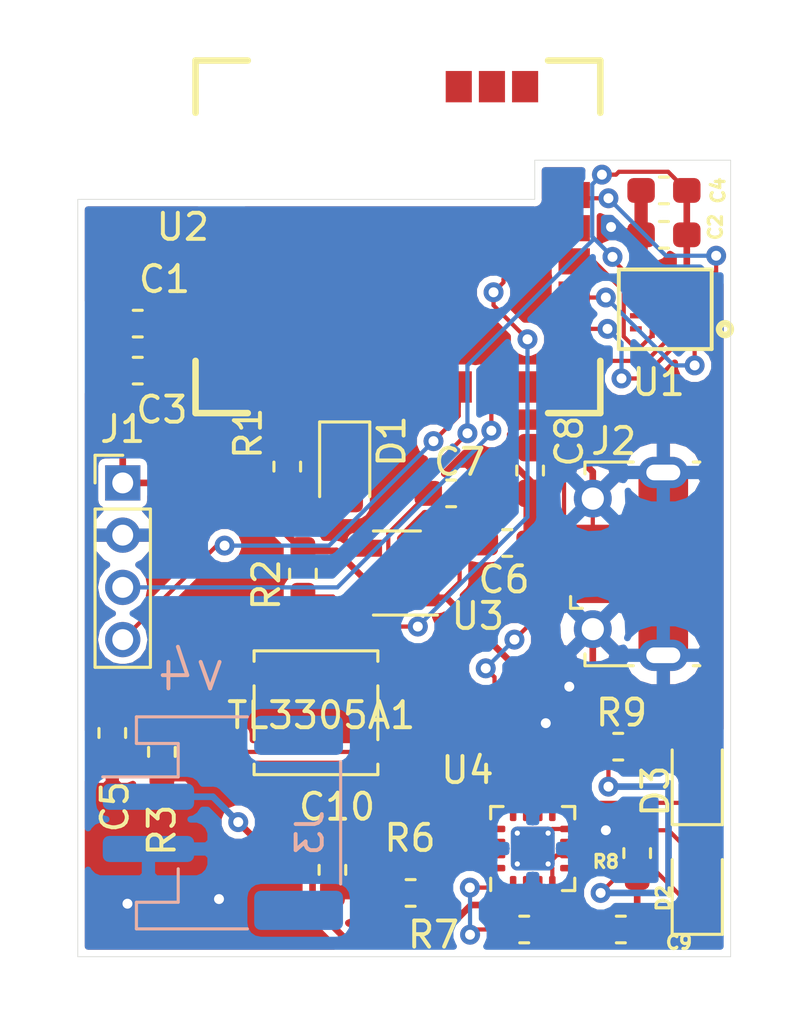
<source format=kicad_pcb>
(kicad_pcb (version 20171130) (host pcbnew "(5.0.2)-1")

  (general
    (thickness 1.6)
    (drawings 7)
    (tracks 254)
    (zones 0)
    (modules 28)
    (nets 44)
  )

  (page A4)
  (layers
    (0 F.Cu signal)
    (31 B.Cu signal)
    (32 B.Adhes user)
    (33 F.Adhes user)
    (34 B.Paste user)
    (35 F.Paste user)
    (36 B.SilkS user)
    (37 F.SilkS user)
    (38 B.Mask user)
    (39 F.Mask user)
    (40 Dwgs.User user)
    (41 Cmts.User user)
    (42 Eco1.User user)
    (43 Eco2.User user)
    (44 Edge.Cuts user)
    (45 Margin user)
    (46 B.CrtYd user)
    (47 F.CrtYd user)
    (48 B.Fab user)
    (49 F.Fab user)
  )

  (setup
    (last_trace_width 0.254)
    (user_trace_width 0.16)
    (user_trace_width 0.508)
    (trace_clearance 0.16)
    (zone_clearance 0.254)
    (zone_45_only no)
    (trace_min 0.16)
    (segment_width 0.2)
    (edge_width 0.2)
    (via_size 0.762)
    (via_drill 0.381)
    (via_min_size 0.6858)
    (via_min_drill 0.3302)
    (user_via 0.6858 0.3302)
    (uvia_size 0.762)
    (uvia_drill 0.381)
    (uvias_allowed no)
    (uvia_min_size 0.2)
    (uvia_min_drill 0.1)
    (pcb_text_width 0.3)
    (pcb_text_size 1.5 1.5)
    (mod_edge_width 0.15)
    (mod_text_size 1 1)
    (mod_text_width 0.15)
    (pad_size 1.5 1.9)
    (pad_drill 0)
    (pad_to_mask_clearance 0.0508)
    (solder_mask_min_width 0.25)
    (aux_axis_origin 0 0)
    (grid_origin 137.922 95.758)
    (visible_elements 7FFFFFFF)
    (pcbplotparams
      (layerselection 0x010f0_ffffffff)
      (usegerberextensions false)
      (usegerberattributes false)
      (usegerberadvancedattributes false)
      (creategerberjobfile false)
      (excludeedgelayer true)
      (linewidth 0.100000)
      (plotframeref false)
      (viasonmask false)
      (mode 1)
      (useauxorigin false)
      (hpglpennumber 1)
      (hpglpenspeed 20)
      (hpglpendiameter 15.000000)
      (psnegative false)
      (psa4output false)
      (plotreference true)
      (plotvalue false)
      (plotinvisibletext false)
      (padsonsilk false)
      (subtractmaskfromsilk false)
      (outputformat 1)
      (mirror false)
      (drillshape 0)
      (scaleselection 1)
      (outputdirectory "Gerber/"))
  )

  (net 0 "")
  (net 1 GND)
  (net 2 Vdd)
  (net 3 "Net-(C5-Pad1)")
  (net 4 "Net-(D1-Pad2)")
  (net 5 JTCK-SWCTK)
  (net 6 JTMS-SWTDIO)
  (net 7 "Net-(R1-Pad1)")
  (net 8 SPI_CLK)
  (net 9 SPI_CS)
  (net 10 SPI_OUT)
  (net 11 SPI_IN)
  (net 12 DIO12-INT)
  (net 13 "Net-(U1-Pad10)")
  (net 14 "Net-(U1-Pad9)")
  (net 15 "Net-(U2-Pad4)")
  (net 16 "Net-(U2-Pad3)")
  (net 17 "Net-(U2-Pad2)")
  (net 18 "Net-(U2-Pad1)")
  (net 19 "Net-(U2-Pad6)")
  (net 20 "Net-(U2-Pad9)")
  (net 21 "Net-(U2-Pad10)")
  (net 22 "Net-(U2-Pad11)")
  (net 23 "Net-(U2-Pad14)")
  (net 24 "Net-(U2-Pad21)")
  (net 25 "Net-(U2-Pad22)")
  (net 26 "Net-(U2-Pad23)")
  (net 27 "Net-(U3-Pad4)")
  (net 28 "Net-(R3-Pad1)")
  (net 29 VOUT_BQ)
  (net 30 "Net-(C8-Pad1)")
  (net 31 "Net-(D2-Pad2)")
  (net 32 "Net-(D2-Pad1)")
  (net 33 "Net-(D3-Pad1)")
  (net 34 "Net-(D3-Pad2)")
  (net 35 "Net-(J2-Pad3)")
  (net 36 "Net-(J2-Pad2)")
  (net 37 "Net-(R6-Pad2)")
  (net 38 "Net-(R7-Pad1)")
  (net 39 "Net-(J2-Pad4)")
  (net 40 "Net-(U4-Pad14)")
  (net 41 "Net-(C10-Pad2)")
  (net 42 "Net-(U4-Pad12)")
  (net 43 "Net-(U4-Pad15)")

  (net_class Default "This is the default net class."
    (clearance 0.16)
    (trace_width 0.254)
    (via_dia 0.762)
    (via_drill 0.381)
    (uvia_dia 0.762)
    (uvia_drill 0.381)
    (add_net DIO12-INT)
    (add_net GND)
    (add_net JTCK-SWCTK)
    (add_net JTMS-SWTDIO)
    (add_net "Net-(C10-Pad2)")
    (add_net "Net-(C5-Pad1)")
    (add_net "Net-(C8-Pad1)")
    (add_net "Net-(D1-Pad2)")
    (add_net "Net-(D2-Pad1)")
    (add_net "Net-(D2-Pad2)")
    (add_net "Net-(D3-Pad1)")
    (add_net "Net-(D3-Pad2)")
    (add_net "Net-(J2-Pad2)")
    (add_net "Net-(J2-Pad3)")
    (add_net "Net-(J2-Pad4)")
    (add_net "Net-(R1-Pad1)")
    (add_net "Net-(R3-Pad1)")
    (add_net "Net-(R6-Pad2)")
    (add_net "Net-(R7-Pad1)")
    (add_net "Net-(U1-Pad10)")
    (add_net "Net-(U1-Pad9)")
    (add_net "Net-(U2-Pad1)")
    (add_net "Net-(U2-Pad10)")
    (add_net "Net-(U2-Pad11)")
    (add_net "Net-(U2-Pad14)")
    (add_net "Net-(U2-Pad2)")
    (add_net "Net-(U2-Pad21)")
    (add_net "Net-(U2-Pad22)")
    (add_net "Net-(U2-Pad23)")
    (add_net "Net-(U2-Pad3)")
    (add_net "Net-(U2-Pad4)")
    (add_net "Net-(U2-Pad6)")
    (add_net "Net-(U2-Pad9)")
    (add_net "Net-(U3-Pad4)")
    (add_net "Net-(U4-Pad12)")
    (add_net "Net-(U4-Pad14)")
    (add_net "Net-(U4-Pad15)")
    (add_net SPI_CLK)
    (add_net SPI_CS)
    (add_net SPI_IN)
    (add_net SPI_OUT)
    (add_net VOUT_BQ)
    (add_net Vdd)
  )

  (module Connector_JST:JST_PH_S2B-PH-SM4-TB_1x02-1MP_P2.00mm_Horizontal (layer B.Cu) (tedit 5B78AD87) (tstamp 5D20F432)
    (at 143.5564 91.8746 270)
    (descr "JST PH series connector, S2B-PH-SM4-TB (http://www.jst-mfg.com/product/pdf/eng/ePH.pdf), generated with kicad-footprint-generator")
    (tags "connector JST PH top entry")
    (path /5D0D4532)
    (attr smd)
    (fp_text reference J3 (at 0.3782 -3.3318 90) (layer B.SilkS)
      (effects (font (size 1 1) (thickness 0.15)) (justify mirror))
    )
    (fp_text value Conn_01x02_Female (at 0 -5.8 90) (layer B.Fab)
      (effects (font (size 1 1) (thickness 0.15)) (justify mirror))
    )
    (fp_text user %R (at 0 -1.5 90) (layer B.Fab)
      (effects (font (size 1 1) (thickness 0.15)) (justify mirror))
    )
    (fp_line (start -1 0.892893) (end -0.5 1.6) (layer B.Fab) (width 0.1))
    (fp_line (start -1.5 1.6) (end -1 0.892893) (layer B.Fab) (width 0.1))
    (fp_line (start 4.6 5.1) (end -4.6 5.1) (layer B.CrtYd) (width 0.05))
    (fp_line (start 4.6 -5.1) (end 4.6 5.1) (layer B.CrtYd) (width 0.05))
    (fp_line (start -4.6 -5.1) (end 4.6 -5.1) (layer B.CrtYd) (width 0.05))
    (fp_line (start -4.6 5.1) (end -4.6 -5.1) (layer B.CrtYd) (width 0.05))
    (fp_line (start 3.95 3.2) (end 3.95 -4.4) (layer B.Fab) (width 0.1))
    (fp_line (start -3.95 3.2) (end -3.95 -4.4) (layer B.Fab) (width 0.1))
    (fp_line (start -3.95 -4.4) (end 3.95 -4.4) (layer B.Fab) (width 0.1))
    (fp_line (start -2.34 -4.51) (end 2.34 -4.51) (layer B.SilkS) (width 0.12))
    (fp_line (start 3.04 1.71) (end 1.76 1.71) (layer B.SilkS) (width 0.12))
    (fp_line (start 3.04 3.31) (end 3.04 1.71) (layer B.SilkS) (width 0.12))
    (fp_line (start 4.06 3.31) (end 3.04 3.31) (layer B.SilkS) (width 0.12))
    (fp_line (start 4.06 -0.94) (end 4.06 3.31) (layer B.SilkS) (width 0.12))
    (fp_line (start -1.76 1.71) (end -1.76 4.6) (layer B.SilkS) (width 0.12))
    (fp_line (start -3.04 1.71) (end -1.76 1.71) (layer B.SilkS) (width 0.12))
    (fp_line (start -3.04 3.31) (end -3.04 1.71) (layer B.SilkS) (width 0.12))
    (fp_line (start -4.06 3.31) (end -3.04 3.31) (layer B.SilkS) (width 0.12))
    (fp_line (start -4.06 -0.94) (end -4.06 3.31) (layer B.SilkS) (width 0.12))
    (fp_line (start 3.15 3.2) (end 3.95 3.2) (layer B.Fab) (width 0.1))
    (fp_line (start 3.15 1.6) (end 3.15 3.2) (layer B.Fab) (width 0.1))
    (fp_line (start -3.15 1.6) (end 3.15 1.6) (layer B.Fab) (width 0.1))
    (fp_line (start -3.15 3.2) (end -3.15 1.6) (layer B.Fab) (width 0.1))
    (fp_line (start -3.95 3.2) (end -3.15 3.2) (layer B.Fab) (width 0.1))
    (pad MP smd roundrect (at 3.35 -2.9 270) (size 1.5 3.4) (layers B.Cu B.Paste B.Mask) (roundrect_rratio 0.166667))
    (pad MP smd roundrect (at -3.35 -2.9 270) (size 1.5 3.4) (layers B.Cu B.Paste B.Mask) (roundrect_rratio 0.166667))
    (pad 2 smd roundrect (at 1 2.85 270) (size 1 3.5) (layers B.Cu B.Paste B.Mask) (roundrect_rratio 0.25)
      (net 1 GND))
    (pad 1 smd roundrect (at -1 2.85 270) (size 1 3.5) (layers B.Cu B.Paste B.Mask) (roundrect_rratio 0.25)
      (net 41 "Net-(C10-Pad2)"))
    (model ${KISYS3DMOD}/Connector_JST.3dshapes/JST_PH_S2B-PH-SM4-TB_1x02-1MP_P2.00mm_Horizontal.wrl
      (at (xyz 0 0 0))
      (scale (xyz 1 1 1))
      (rotate (xyz 0 0 0))
    )
  )

  (module Capacitor_SMD:C_0603_1608Metric_Pad1.05x0.95mm_HandSolder (layer F.Cu) (tedit 5B301BBE) (tstamp 5D4D20EB)
    (at 147.7518 93.6752 90)
    (descr "Capacitor SMD 0603 (1608 Metric), square (rectangular) end terminal, IPC_7351 nominal with elongated pad for handsoldering. (Body size source: http://www.tortai-tech.com/upload/download/2011102023233369053.pdf), generated with kicad-footprint-generator")
    (tags "capacitor handsolder")
    (path /5D4D4B48)
    (attr smd)
    (fp_text reference C10 (at 2.413 0.1778 180) (layer F.SilkS)
      (effects (font (size 1 1) (thickness 0.15)))
    )
    (fp_text value 4.7u (at 0 1.43 90) (layer F.Fab)
      (effects (font (size 1 1) (thickness 0.15)))
    )
    (fp_text user %R (at 0 0 90) (layer F.Fab)
      (effects (font (size 0.4 0.4) (thickness 0.06)))
    )
    (fp_line (start 1.65 0.73) (end -1.65 0.73) (layer F.CrtYd) (width 0.05))
    (fp_line (start 1.65 -0.73) (end 1.65 0.73) (layer F.CrtYd) (width 0.05))
    (fp_line (start -1.65 -0.73) (end 1.65 -0.73) (layer F.CrtYd) (width 0.05))
    (fp_line (start -1.65 0.73) (end -1.65 -0.73) (layer F.CrtYd) (width 0.05))
    (fp_line (start -0.171267 0.51) (end 0.171267 0.51) (layer F.SilkS) (width 0.12))
    (fp_line (start -0.171267 -0.51) (end 0.171267 -0.51) (layer F.SilkS) (width 0.12))
    (fp_line (start 0.8 0.4) (end -0.8 0.4) (layer F.Fab) (width 0.1))
    (fp_line (start 0.8 -0.4) (end 0.8 0.4) (layer F.Fab) (width 0.1))
    (fp_line (start -0.8 -0.4) (end 0.8 -0.4) (layer F.Fab) (width 0.1))
    (fp_line (start -0.8 0.4) (end -0.8 -0.4) (layer F.Fab) (width 0.1))
    (pad 2 smd roundrect (at 0.875 0 90) (size 1.05 0.95) (layers F.Cu F.Paste F.Mask) (roundrect_rratio 0.25)
      (net 41 "Net-(C10-Pad2)"))
    (pad 1 smd roundrect (at -0.875 0 90) (size 1.05 0.95) (layers F.Cu F.Paste F.Mask) (roundrect_rratio 0.25)
      (net 1 GND))
    (model ${KISYS3DMOD}/Capacitor_SMD.3dshapes/C_0603_1608Metric.wrl
      (at (xyz 0 0 0))
      (scale (xyz 1 1 1))
      (rotate (xyz 0 0 0))
    )
  )

  (module SPBTLE-1S:SPBTLE-1S (layer F.Cu) (tedit 5C7D5CEF) (tstamp 5CBE5E04)
    (at 143.51 75.184)
    (path /5CD1E063)
    (fp_text reference U2 (at -1.488 -6.126) (layer F.SilkS)
      (effects (font (size 1 1) (thickness 0.15)))
    )
    (fp_text value SPBTLE-1S-Custom_Library (at 7.112 -13.97) (layer F.Fab)
      (effects (font (size 1 1) (thickness 0.15)))
    )
    (fp_line (start 13.5 -11.5) (end 0 -11.5) (layer F.Fab) (width 0.15))
    (fp_line (start 0 -11.5) (end 0 0) (layer F.Fab) (width 0.15))
    (fp_line (start 0 0) (end 13.5 0) (layer F.Fab) (width 0.15))
    (fp_line (start 13.5 0) (end 13.5 -11.5) (layer F.Fab) (width 0.15))
    (fp_line (start 14.5 -10.5) (end 14.5 -12.5) (layer F.SilkS) (width 0.25))
    (fp_line (start 14.5 -12.5) (end 12.5 -12.5) (layer F.SilkS) (width 0.25))
    (fp_line (start -1 -12.5) (end -1 -10.5) (layer F.SilkS) (width 0.25))
    (fp_line (start -1 -12.5) (end 1 -12.5) (layer F.SilkS) (width 0.25))
    (fp_line (start -1 -1) (end -1 1) (layer F.SilkS) (width 0.25))
    (fp_line (start -1 1) (end 1 1) (layer F.SilkS) (width 0.25))
    (fp_line (start 14.5 -1) (end 14.5 1) (layer F.SilkS) (width 0.25))
    (fp_line (start 12.5 1) (end 14.5 1) (layer F.SilkS) (width 0.25))
    (pad 5 smd rect (at 0 -1) (size 1.2 1) (layers F.Cu F.Paste F.Mask)
      (net 2 Vdd))
    (pad 4 smd rect (at 0 -2.27) (size 1.2 1) (layers F.Cu F.Paste F.Mask)
      (net 15 "Net-(U2-Pad4)"))
    (pad 3 smd rect (at 0 -3.54) (size 1.2 1) (layers F.Cu F.Paste F.Mask)
      (net 16 "Net-(U2-Pad3)"))
    (pad 2 smd rect (at 0 -4.81) (size 1.2 1) (layers F.Cu F.Paste F.Mask)
      (net 17 "Net-(U2-Pad2)"))
    (pad 1 smd rect (at 0 -6.08) (size 1.2 1) (layers F.Cu F.Paste F.Mask)
      (net 18 "Net-(U2-Pad1)"))
    (pad 6 smd rect (at 1.46 0) (size 1 1.2) (layers F.Cu F.Paste F.Mask)
      (net 19 "Net-(U2-Pad6)"))
    (pad 7 smd rect (at 2.73 0) (size 1 1.2) (layers F.Cu F.Paste F.Mask)
      (net 7 "Net-(R1-Pad1)"))
    (pad 8 smd rect (at 4 0) (size 1 1.2) (layers F.Cu F.Paste F.Mask)
      (net 1 GND))
    (pad 9 smd rect (at 5.27 0) (size 1 1.2) (layers F.Cu F.Paste F.Mask)
      (net 20 "Net-(U2-Pad9)"))
    (pad 10 smd rect (at 6.54 0) (size 1 1.2) (layers F.Cu F.Paste F.Mask)
      (net 21 "Net-(U2-Pad10)"))
    (pad 11 smd rect (at 7.81 0) (size 1 1.2) (layers F.Cu F.Paste F.Mask)
      (net 22 "Net-(U2-Pad11)"))
    (pad 12 smd rect (at 9.08 0) (size 1 1.2) (layers F.Cu F.Paste F.Mask)
      (net 5 JTCK-SWCTK))
    (pad 13 smd rect (at 10.35 0) (size 1 1.2) (layers F.Cu F.Paste F.Mask)
      (net 6 JTMS-SWTDIO))
    (pad 14 smd rect (at 11.62 0) (size 1 1.2) (layers F.Cu F.Paste F.Mask)
      (net 23 "Net-(U2-Pad14)"))
    (pad 15 smd rect (at 13.5 -1) (size 1.2 1) (layers F.Cu F.Paste F.Mask)
      (net 8 SPI_CLK))
    (pad 16 smd rect (at 13.5 -2.27) (size 1.2 1) (layers F.Cu F.Paste F.Mask)
      (net 10 SPI_OUT))
    (pad 17 smd rect (at 13.5 -3.54) (size 1.2 1) (layers F.Cu F.Paste F.Mask)
      (net 11 SPI_IN))
    (pad 18 smd rect (at 13.5 -4.81) (size 1.2 1) (layers F.Cu F.Paste F.Mask)
      (net 9 SPI_CS))
    (pad 19 smd rect (at 13.5 -6.08) (size 1.2 1) (layers F.Cu F.Paste F.Mask)
      (net 3 "Net-(C5-Pad1)"))
    (pad 20 smd rect (at 13.5 -7.35) (size 1.2 1) (layers F.Cu F.Paste F.Mask)
      (net 12 DIO12-INT))
    (pad 21 smd rect (at 11.62 -11.5) (size 1 1.2) (layers F.Cu F.Paste F.Mask)
      (net 24 "Net-(U2-Pad21)"))
    (pad 22 smd rect (at 10.35 -11.5) (size 1 1.2) (layers F.Cu F.Paste F.Mask)
      (net 25 "Net-(U2-Pad22)"))
    (pad 23 smd rect (at 9.08 -11.5) (size 1 1.2) (layers F.Cu F.Paste F.Mask)
      (net 26 "Net-(U2-Pad23)"))
  )

  (module Socket_Strips:Socket_Strip_Straight_1x04_Pitch2.00mm (layer F.Cu) (tedit 5D127F4C) (tstamp 5C91F0D3)
    (at 139.722 78.858)
    (descr "Through hole straight socket strip, 1x04, 2.00mm pitch, single row")
    (tags "Through hole socket strip THT 1x04 2.00mm single row")
    (path /5C7C2CC4)
    (fp_text reference J1 (at 0 -2.06) (layer F.SilkS)
      (effects (font (size 1 1) (thickness 0.15)))
    )
    (fp_text value Conn_01x04_Female (at -2.8 0.6 270) (layer F.Fab)
      (effects (font (size 1 1) (thickness 0.15)))
    )
    (fp_line (start -1 -1) (end -1 7) (layer F.Fab) (width 0.1))
    (fp_line (start -1 7) (end 1 7) (layer F.Fab) (width 0.1))
    (fp_line (start 1 7) (end 1 -1) (layer F.Fab) (width 0.1))
    (fp_line (start 1 -1) (end -1 -1) (layer F.Fab) (width 0.1))
    (fp_line (start -1.06 1) (end -1.06 7.06) (layer F.SilkS) (width 0.12))
    (fp_line (start -1.06 7.06) (end 1.06 7.06) (layer F.SilkS) (width 0.12))
    (fp_line (start 1.06 7.06) (end 1.06 1) (layer F.SilkS) (width 0.12))
    (fp_line (start 1.06 1) (end -1.06 1) (layer F.SilkS) (width 0.12))
    (fp_line (start -1.06 0) (end -1.06 -1.06) (layer F.SilkS) (width 0.12))
    (fp_line (start -1.06 -1.06) (end 0 -1.06) (layer F.SilkS) (width 0.12))
    (fp_line (start -1.5 -1.5) (end -1.5 7.5) (layer F.CrtYd) (width 0.05))
    (fp_line (start -1.5 7.5) (end 1.5 7.5) (layer F.CrtYd) (width 0.05))
    (fp_line (start 1.5 7.5) (end 1.5 -1.5) (layer F.CrtYd) (width 0.05))
    (fp_line (start 1.5 -1.5) (end -1.5 -1.5) (layer F.CrtYd) (width 0.05))
    (fp_text user %R (at 0 -2.06) (layer F.Fab)
      (effects (font (size 1 1) (thickness 0.15)))
    )
    (pad 1 thru_hole rect (at 0 0) (size 1.35 1.35) (drill 0.8) (layers *.Cu *.Mask)
      (net 2 Vdd))
    (pad 2 thru_hole oval (at 0 2) (size 1.35 1.35) (drill 0.8) (layers *.Cu *.Mask)
      (net 1 GND))
    (pad 3 thru_hole oval (at 0 4) (size 1.35 1.35) (drill 0.8) (layers *.Cu *.Mask)
      (net 6 JTMS-SWTDIO))
    (pad 4 thru_hole oval (at 0 6) (size 1.35 1.35) (drill 0.8) (layers *.Cu *.Mask)
      (net 5 JTCK-SWCTK))
    (model ${KISYS3DMOD}/Socket_Strips.3dshapes/Socket_Strip_Straight_1x04_Pitch2.00mm.wrl
      (at (xyz 0 0 0))
      (scale (xyz 1 1 1))
      (rotate (xyz 0 0 0))
    )
  )

  (module Capacitor_SMD:C_0603_1608Metric_Pad1.05x0.95mm_HandSolder (layer F.Cu) (tedit 5B301BBE) (tstamp 5D20F32F)
    (at 140.297 72.758 180)
    (descr "Capacitor SMD 0603 (1608 Metric), square (rectangular) end terminal, IPC_7351 nominal with elongated pad for handsoldering. (Body size source: http://www.tortai-tech.com/upload/download/2011102023233369053.pdf), generated with kicad-footprint-generator")
    (tags "capacitor handsolder")
    (path /5C7C3846)
    (attr smd)
    (fp_text reference C1 (at -1.025 1.7 180) (layer F.SilkS)
      (effects (font (size 1 1) (thickness 0.15)))
    )
    (fp_text value 2.2u (at 0 1.43 180) (layer F.Fab)
      (effects (font (size 1 1) (thickness 0.15)))
    )
    (fp_line (start -0.8 0.4) (end -0.8 -0.4) (layer F.Fab) (width 0.1))
    (fp_line (start -0.8 -0.4) (end 0.8 -0.4) (layer F.Fab) (width 0.1))
    (fp_line (start 0.8 -0.4) (end 0.8 0.4) (layer F.Fab) (width 0.1))
    (fp_line (start 0.8 0.4) (end -0.8 0.4) (layer F.Fab) (width 0.1))
    (fp_line (start -0.171267 -0.51) (end 0.171267 -0.51) (layer F.SilkS) (width 0.12))
    (fp_line (start -0.171267 0.51) (end 0.171267 0.51) (layer F.SilkS) (width 0.12))
    (fp_line (start -1.65 0.73) (end -1.65 -0.73) (layer F.CrtYd) (width 0.05))
    (fp_line (start -1.65 -0.73) (end 1.65 -0.73) (layer F.CrtYd) (width 0.05))
    (fp_line (start 1.65 -0.73) (end 1.65 0.73) (layer F.CrtYd) (width 0.05))
    (fp_line (start 1.65 0.73) (end -1.65 0.73) (layer F.CrtYd) (width 0.05))
    (fp_text user %R (at 0 0 180) (layer F.Fab)
      (effects (font (size 0.4 0.4) (thickness 0.06)))
    )
    (pad 1 smd roundrect (at -0.875 0 180) (size 1.05 0.95) (layers F.Cu F.Paste F.Mask) (roundrect_rratio 0.25)
      (net 2 Vdd))
    (pad 2 smd roundrect (at 0.875 0 180) (size 1.05 0.95) (layers F.Cu F.Paste F.Mask) (roundrect_rratio 0.25)
      (net 1 GND))
    (model ${KISYS3DMOD}/Capacitor_SMD.3dshapes/C_0603_1608Metric.wrl
      (at (xyz 0 0 0))
      (scale (xyz 1 1 1))
      (rotate (xyz 0 0 0))
    )
  )

  (module Capacitor_SMD:C_0603_1608Metric_Pad1.05x0.95mm_HandSolder (layer F.Cu) (tedit 5D127E1E) (tstamp 5D20F340)
    (at 160.447 69.358)
    (descr "Capacitor SMD 0603 (1608 Metric), square (rectangular) end terminal, IPC_7351 nominal with elongated pad for handsoldering. (Body size source: http://www.tortai-tech.com/upload/download/2011102023233369053.pdf), generated with kicad-footprint-generator")
    (tags "capacitor handsolder")
    (path /5C7C8FE0)
    (attr smd)
    (fp_text reference C2 (at 1.975 -0.3 90) (layer F.SilkS)
      (effects (font (size 0.5 0.5) (thickness 0.125)))
    )
    (fp_text value 100n (at 0 1.43) (layer F.Fab)
      (effects (font (size 1 1) (thickness 0.15)))
    )
    (fp_text user %R (at 0 0) (layer F.Fab)
      (effects (font (size 0.4 0.4) (thickness 0.06)))
    )
    (fp_line (start 1.65 0.73) (end -1.65 0.73) (layer F.CrtYd) (width 0.05))
    (fp_line (start 1.65 -0.73) (end 1.65 0.73) (layer F.CrtYd) (width 0.05))
    (fp_line (start -1.65 -0.73) (end 1.65 -0.73) (layer F.CrtYd) (width 0.05))
    (fp_line (start -1.65 0.73) (end -1.65 -0.73) (layer F.CrtYd) (width 0.05))
    (fp_line (start -0.171267 0.51) (end 0.171267 0.51) (layer F.SilkS) (width 0.12))
    (fp_line (start -0.171267 -0.51) (end 0.171267 -0.51) (layer F.SilkS) (width 0.12))
    (fp_line (start 0.8 0.4) (end -0.8 0.4) (layer F.Fab) (width 0.1))
    (fp_line (start 0.8 -0.4) (end 0.8 0.4) (layer F.Fab) (width 0.1))
    (fp_line (start -0.8 -0.4) (end 0.8 -0.4) (layer F.Fab) (width 0.1))
    (fp_line (start -0.8 0.4) (end -0.8 -0.4) (layer F.Fab) (width 0.1))
    (pad 2 smd roundrect (at 0.875 0) (size 1.05 0.95) (layers F.Cu F.Paste F.Mask) (roundrect_rratio 0.25)
      (net 2 Vdd))
    (pad 1 smd roundrect (at -0.875 0) (size 1.05 0.95) (layers F.Cu F.Paste F.Mask) (roundrect_rratio 0.25)
      (net 1 GND))
    (model ${KISYS3DMOD}/Capacitor_SMD.3dshapes/C_0603_1608Metric.wrl
      (at (xyz 0 0 0))
      (scale (xyz 1 1 1))
      (rotate (xyz 0 0 0))
    )
  )

  (module Capacitor_SMD:C_0603_1608Metric_Pad1.05x0.95mm_HandSolder (layer F.Cu) (tedit 5B301BBE) (tstamp 5D20F351)
    (at 140.297 74.558 180)
    (descr "Capacitor SMD 0603 (1608 Metric), square (rectangular) end terminal, IPC_7351 nominal with elongated pad for handsoldering. (Body size source: http://www.tortai-tech.com/upload/download/2011102023233369053.pdf), generated with kicad-footprint-generator")
    (tags "capacitor handsolder")
    (path /5C7C3892)
    (attr smd)
    (fp_text reference C3 (at -0.925 -1.5 180) (layer F.SilkS)
      (effects (font (size 1 1) (thickness 0.15)))
    )
    (fp_text value 100n (at 0 1.43 180) (layer F.Fab)
      (effects (font (size 1 1) (thickness 0.15)))
    )
    (fp_text user %R (at 0 0 180) (layer F.Fab)
      (effects (font (size 0.4 0.4) (thickness 0.06)))
    )
    (fp_line (start 1.65 0.73) (end -1.65 0.73) (layer F.CrtYd) (width 0.05))
    (fp_line (start 1.65 -0.73) (end 1.65 0.73) (layer F.CrtYd) (width 0.05))
    (fp_line (start -1.65 -0.73) (end 1.65 -0.73) (layer F.CrtYd) (width 0.05))
    (fp_line (start -1.65 0.73) (end -1.65 -0.73) (layer F.CrtYd) (width 0.05))
    (fp_line (start -0.171267 0.51) (end 0.171267 0.51) (layer F.SilkS) (width 0.12))
    (fp_line (start -0.171267 -0.51) (end 0.171267 -0.51) (layer F.SilkS) (width 0.12))
    (fp_line (start 0.8 0.4) (end -0.8 0.4) (layer F.Fab) (width 0.1))
    (fp_line (start 0.8 -0.4) (end 0.8 0.4) (layer F.Fab) (width 0.1))
    (fp_line (start -0.8 -0.4) (end 0.8 -0.4) (layer F.Fab) (width 0.1))
    (fp_line (start -0.8 0.4) (end -0.8 -0.4) (layer F.Fab) (width 0.1))
    (pad 2 smd roundrect (at 0.875 0 180) (size 1.05 0.95) (layers F.Cu F.Paste F.Mask) (roundrect_rratio 0.25)
      (net 1 GND))
    (pad 1 smd roundrect (at -0.875 0 180) (size 1.05 0.95) (layers F.Cu F.Paste F.Mask) (roundrect_rratio 0.25)
      (net 2 Vdd))
    (model ${KISYS3DMOD}/Capacitor_SMD.3dshapes/C_0603_1608Metric.wrl
      (at (xyz 0 0 0))
      (scale (xyz 1 1 1))
      (rotate (xyz 0 0 0))
    )
  )

  (module Capacitor_SMD:C_0603_1608Metric_Pad1.05x0.95mm_HandSolder (layer F.Cu) (tedit 5D127E14) (tstamp 5D20F362)
    (at 160.447 67.658 180)
    (descr "Capacitor SMD 0603 (1608 Metric), square (rectangular) end terminal, IPC_7351 nominal with elongated pad for handsoldering. (Body size source: http://www.tortai-tech.com/upload/download/2011102023233369053.pdf), generated with kicad-footprint-generator")
    (tags "capacitor handsolder")
    (path /5C7CCB62)
    (attr smd)
    (fp_text reference C4 (at -2.075 0 270) (layer F.SilkS)
      (effects (font (size 0.5 0.5) (thickness 0.125)))
    )
    (fp_text value 100n (at 0 1.43 180) (layer F.Fab)
      (effects (font (size 1 1) (thickness 0.15)))
    )
    (fp_line (start -0.8 0.4) (end -0.8 -0.4) (layer F.Fab) (width 0.1))
    (fp_line (start -0.8 -0.4) (end 0.8 -0.4) (layer F.Fab) (width 0.1))
    (fp_line (start 0.8 -0.4) (end 0.8 0.4) (layer F.Fab) (width 0.1))
    (fp_line (start 0.8 0.4) (end -0.8 0.4) (layer F.Fab) (width 0.1))
    (fp_line (start -0.171267 -0.51) (end 0.171267 -0.51) (layer F.SilkS) (width 0.12))
    (fp_line (start -0.171267 0.51) (end 0.171267 0.51) (layer F.SilkS) (width 0.12))
    (fp_line (start -1.65 0.73) (end -1.65 -0.73) (layer F.CrtYd) (width 0.05))
    (fp_line (start -1.65 -0.73) (end 1.65 -0.73) (layer F.CrtYd) (width 0.05))
    (fp_line (start 1.65 -0.73) (end 1.65 0.73) (layer F.CrtYd) (width 0.05))
    (fp_line (start 1.65 0.73) (end -1.65 0.73) (layer F.CrtYd) (width 0.05))
    (fp_text user %R (at 0 0 180) (layer F.Fab)
      (effects (font (size 0.4 0.4) (thickness 0.06)))
    )
    (pad 1 smd roundrect (at -0.875 0 180) (size 1.05 0.95) (layers F.Cu F.Paste F.Mask) (roundrect_rratio 0.25)
      (net 2 Vdd))
    (pad 2 smd roundrect (at 0.875 0 180) (size 1.05 0.95) (layers F.Cu F.Paste F.Mask) (roundrect_rratio 0.25)
      (net 1 GND))
    (model ${KISYS3DMOD}/Capacitor_SMD.3dshapes/C_0603_1608Metric.wrl
      (at (xyz 0 0 0))
      (scale (xyz 1 1 1))
      (rotate (xyz 0 0 0))
    )
  )

  (module Capacitor_SMD:C_0603_1608Metric_Pad1.05x0.95mm_HandSolder (layer F.Cu) (tedit 5B301BBE) (tstamp 5D20F373)
    (at 139.322 88.433 270)
    (descr "Capacitor SMD 0603 (1608 Metric), square (rectangular) end terminal, IPC_7351 nominal with elongated pad for handsoldering. (Body size source: http://www.tortai-tech.com/upload/download/2011102023233369053.pdf), generated with kicad-footprint-generator")
    (tags "capacitor handsolder")
    (path /5C7C50EF)
    (attr smd)
    (fp_text reference C5 (at 2.825 -0.1 270) (layer F.SilkS)
      (effects (font (size 1 1) (thickness 0.15)))
    )
    (fp_text value 10n (at 0 1.43 270) (layer F.Fab)
      (effects (font (size 1 1) (thickness 0.15)))
    )
    (fp_line (start -0.8 0.4) (end -0.8 -0.4) (layer F.Fab) (width 0.1))
    (fp_line (start -0.8 -0.4) (end 0.8 -0.4) (layer F.Fab) (width 0.1))
    (fp_line (start 0.8 -0.4) (end 0.8 0.4) (layer F.Fab) (width 0.1))
    (fp_line (start 0.8 0.4) (end -0.8 0.4) (layer F.Fab) (width 0.1))
    (fp_line (start -0.171267 -0.51) (end 0.171267 -0.51) (layer F.SilkS) (width 0.12))
    (fp_line (start -0.171267 0.51) (end 0.171267 0.51) (layer F.SilkS) (width 0.12))
    (fp_line (start -1.65 0.73) (end -1.65 -0.73) (layer F.CrtYd) (width 0.05))
    (fp_line (start -1.65 -0.73) (end 1.65 -0.73) (layer F.CrtYd) (width 0.05))
    (fp_line (start 1.65 -0.73) (end 1.65 0.73) (layer F.CrtYd) (width 0.05))
    (fp_line (start 1.65 0.73) (end -1.65 0.73) (layer F.CrtYd) (width 0.05))
    (fp_text user %R (at 0 0 270) (layer F.Fab)
      (effects (font (size 0.4 0.4) (thickness 0.06)))
    )
    (pad 1 smd roundrect (at -0.875 0 270) (size 1.05 0.95) (layers F.Cu F.Paste F.Mask) (roundrect_rratio 0.25)
      (net 3 "Net-(C5-Pad1)"))
    (pad 2 smd roundrect (at 0.875 0 270) (size 1.05 0.95) (layers F.Cu F.Paste F.Mask) (roundrect_rratio 0.25)
      (net 1 GND))
    (model ${KISYS3DMOD}/Capacitor_SMD.3dshapes/C_0603_1608Metric.wrl
      (at (xyz 0 0 0))
      (scale (xyz 1 1 1))
      (rotate (xyz 0 0 0))
    )
  )

  (module Capacitor_SMD:C_0603_1608Metric_Pad1.05x0.95mm_HandSolder (layer F.Cu) (tedit 5B301BBE) (tstamp 5D20F384)
    (at 154.447 81.158 180)
    (descr "Capacitor SMD 0603 (1608 Metric), square (rectangular) end terminal, IPC_7351 nominal with elongated pad for handsoldering. (Body size source: http://www.tortai-tech.com/upload/download/2011102023233369053.pdf), generated with kicad-footprint-generator")
    (tags "capacitor handsolder")
    (path /5C7F5837)
    (attr smd)
    (fp_text reference C6 (at 0.125 -1.4 180) (layer F.SilkS)
      (effects (font (size 1 1) (thickness 0.15)))
    )
    (fp_text value 1u (at 0 1.43 180) (layer F.Fab)
      (effects (font (size 1 1) (thickness 0.15)))
    )
    (fp_text user %R (at 0 0 180) (layer F.Fab)
      (effects (font (size 0.4 0.4) (thickness 0.06)))
    )
    (fp_line (start 1.65 0.73) (end -1.65 0.73) (layer F.CrtYd) (width 0.05))
    (fp_line (start 1.65 -0.73) (end 1.65 0.73) (layer F.CrtYd) (width 0.05))
    (fp_line (start -1.65 -0.73) (end 1.65 -0.73) (layer F.CrtYd) (width 0.05))
    (fp_line (start -1.65 0.73) (end -1.65 -0.73) (layer F.CrtYd) (width 0.05))
    (fp_line (start -0.171267 0.51) (end 0.171267 0.51) (layer F.SilkS) (width 0.12))
    (fp_line (start -0.171267 -0.51) (end 0.171267 -0.51) (layer F.SilkS) (width 0.12))
    (fp_line (start 0.8 0.4) (end -0.8 0.4) (layer F.Fab) (width 0.1))
    (fp_line (start 0.8 -0.4) (end 0.8 0.4) (layer F.Fab) (width 0.1))
    (fp_line (start -0.8 -0.4) (end 0.8 -0.4) (layer F.Fab) (width 0.1))
    (fp_line (start -0.8 0.4) (end -0.8 -0.4) (layer F.Fab) (width 0.1))
    (pad 2 smd roundrect (at 0.875 0 180) (size 1.05 0.95) (layers F.Cu F.Paste F.Mask) (roundrect_rratio 0.25)
      (net 29 VOUT_BQ))
    (pad 1 smd roundrect (at -0.875 0 180) (size 1.05 0.95) (layers F.Cu F.Paste F.Mask) (roundrect_rratio 0.25)
      (net 1 GND))
    (model ${KISYS3DMOD}/Capacitor_SMD.3dshapes/C_0603_1608Metric.wrl
      (at (xyz 0 0 0))
      (scale (xyz 1 1 1))
      (rotate (xyz 0 0 0))
    )
  )

  (module Capacitor_SMD:C_0603_1608Metric_Pad1.05x0.95mm_HandSolder (layer F.Cu) (tedit 5B301BBE) (tstamp 5D20F395)
    (at 152.297 79.258)
    (descr "Capacitor SMD 0603 (1608 Metric), square (rectangular) end terminal, IPC_7351 nominal with elongated pad for handsoldering. (Body size source: http://www.tortai-tech.com/upload/download/2011102023233369053.pdf), generated with kicad-footprint-generator")
    (tags "capacitor handsolder")
    (path /5C7F392C)
    (attr smd)
    (fp_text reference C7 (at 0.325 -1.2) (layer F.SilkS)
      (effects (font (size 1 1) (thickness 0.15)))
    )
    (fp_text value 1u (at 0 1.43) (layer F.Fab)
      (effects (font (size 1 1) (thickness 0.15)))
    )
    (fp_text user %R (at 0 0) (layer F.Fab)
      (effects (font (size 0.4 0.4) (thickness 0.06)))
    )
    (fp_line (start 1.65 0.73) (end -1.65 0.73) (layer F.CrtYd) (width 0.05))
    (fp_line (start 1.65 -0.73) (end 1.65 0.73) (layer F.CrtYd) (width 0.05))
    (fp_line (start -1.65 -0.73) (end 1.65 -0.73) (layer F.CrtYd) (width 0.05))
    (fp_line (start -1.65 0.73) (end -1.65 -0.73) (layer F.CrtYd) (width 0.05))
    (fp_line (start -0.171267 0.51) (end 0.171267 0.51) (layer F.SilkS) (width 0.12))
    (fp_line (start -0.171267 -0.51) (end 0.171267 -0.51) (layer F.SilkS) (width 0.12))
    (fp_line (start 0.8 0.4) (end -0.8 0.4) (layer F.Fab) (width 0.1))
    (fp_line (start 0.8 -0.4) (end 0.8 0.4) (layer F.Fab) (width 0.1))
    (fp_line (start -0.8 -0.4) (end 0.8 -0.4) (layer F.Fab) (width 0.1))
    (fp_line (start -0.8 0.4) (end -0.8 -0.4) (layer F.Fab) (width 0.1))
    (pad 2 smd roundrect (at 0.875 0) (size 1.05 0.95) (layers F.Cu F.Paste F.Mask) (roundrect_rratio 0.25)
      (net 1 GND))
    (pad 1 smd roundrect (at -0.875 0) (size 1.05 0.95) (layers F.Cu F.Paste F.Mask) (roundrect_rratio 0.25)
      (net 2 Vdd))
    (model ${KISYS3DMOD}/Capacitor_SMD.3dshapes/C_0603_1608Metric.wrl
      (at (xyz 0 0 0))
      (scale (xyz 1 1 1))
      (rotate (xyz 0 0 0))
    )
  )

  (module Capacitor_SMD:C_0603_1608Metric_Pad1.05x0.95mm_HandSolder (layer F.Cu) (tedit 5B301BBE) (tstamp 5D20F3A6)
    (at 155.322 78.383 270)
    (descr "Capacitor SMD 0603 (1608 Metric), square (rectangular) end terminal, IPC_7351 nominal with elongated pad for handsoldering. (Body size source: http://www.tortai-tech.com/upload/download/2011102023233369053.pdf), generated with kicad-footprint-generator")
    (tags "capacitor handsolder")
    (path /5D0F7E15)
    (attr smd)
    (fp_text reference C8 (at -1.125 -1.5 270) (layer F.SilkS)
      (effects (font (size 1 1) (thickness 0.15)))
    )
    (fp_text value 1u (at 0 1.43 270) (layer F.Fab)
      (effects (font (size 1 1) (thickness 0.15)))
    )
    (fp_line (start -0.8 0.4) (end -0.8 -0.4) (layer F.Fab) (width 0.1))
    (fp_line (start -0.8 -0.4) (end 0.8 -0.4) (layer F.Fab) (width 0.1))
    (fp_line (start 0.8 -0.4) (end 0.8 0.4) (layer F.Fab) (width 0.1))
    (fp_line (start 0.8 0.4) (end -0.8 0.4) (layer F.Fab) (width 0.1))
    (fp_line (start -0.171267 -0.51) (end 0.171267 -0.51) (layer F.SilkS) (width 0.12))
    (fp_line (start -0.171267 0.51) (end 0.171267 0.51) (layer F.SilkS) (width 0.12))
    (fp_line (start -1.65 0.73) (end -1.65 -0.73) (layer F.CrtYd) (width 0.05))
    (fp_line (start -1.65 -0.73) (end 1.65 -0.73) (layer F.CrtYd) (width 0.05))
    (fp_line (start 1.65 -0.73) (end 1.65 0.73) (layer F.CrtYd) (width 0.05))
    (fp_line (start 1.65 0.73) (end -1.65 0.73) (layer F.CrtYd) (width 0.05))
    (fp_text user %R (at 0 0 270) (layer F.Fab)
      (effects (font (size 0.4 0.4) (thickness 0.06)))
    )
    (pad 1 smd roundrect (at -0.875 0 270) (size 1.05 0.95) (layers F.Cu F.Paste F.Mask) (roundrect_rratio 0.25)
      (net 30 "Net-(C8-Pad1)"))
    (pad 2 smd roundrect (at 0.875 0 270) (size 1.05 0.95) (layers F.Cu F.Paste F.Mask) (roundrect_rratio 0.25)
      (net 1 GND))
    (model ${KISYS3DMOD}/Capacitor_SMD.3dshapes/C_0603_1608Metric.wrl
      (at (xyz 0 0 0))
      (scale (xyz 1 1 1))
      (rotate (xyz 0 0 0))
    )
  )

  (module Capacitor_SMD:C_0603_1608Metric_Pad1.05x0.95mm_HandSolder (layer F.Cu) (tedit 5D127EE3) (tstamp 5D20F3B7)
    (at 158.797 95.958)
    (descr "Capacitor SMD 0603 (1608 Metric), square (rectangular) end terminal, IPC_7351 nominal with elongated pad for handsoldering. (Body size source: http://www.tortai-tech.com/upload/download/2011102023233369053.pdf), generated with kicad-footprint-generator")
    (tags "capacitor handsolder")
    (path /5D11B281)
    (attr smd)
    (fp_text reference C9 (at 2.225 0.5) (layer F.SilkS)
      (effects (font (size 0.5 0.5) (thickness 0.125)))
    )
    (fp_text value 4.7u (at 0 1.43) (layer F.Fab)
      (effects (font (size 1 1) (thickness 0.15)))
    )
    (fp_line (start -0.8 0.4) (end -0.8 -0.4) (layer F.Fab) (width 0.1))
    (fp_line (start -0.8 -0.4) (end 0.8 -0.4) (layer F.Fab) (width 0.1))
    (fp_line (start 0.8 -0.4) (end 0.8 0.4) (layer F.Fab) (width 0.1))
    (fp_line (start 0.8 0.4) (end -0.8 0.4) (layer F.Fab) (width 0.1))
    (fp_line (start -0.171267 -0.51) (end 0.171267 -0.51) (layer F.SilkS) (width 0.12))
    (fp_line (start -0.171267 0.51) (end 0.171267 0.51) (layer F.SilkS) (width 0.12))
    (fp_line (start -1.65 0.73) (end -1.65 -0.73) (layer F.CrtYd) (width 0.05))
    (fp_line (start -1.65 -0.73) (end 1.65 -0.73) (layer F.CrtYd) (width 0.05))
    (fp_line (start 1.65 -0.73) (end 1.65 0.73) (layer F.CrtYd) (width 0.05))
    (fp_line (start 1.65 0.73) (end -1.65 0.73) (layer F.CrtYd) (width 0.05))
    (fp_text user %R (at 0 0) (layer F.Fab)
      (effects (font (size 0.4 0.4) (thickness 0.06)))
    )
    (pad 1 smd roundrect (at -0.875 0) (size 1.05 0.95) (layers F.Cu F.Paste F.Mask) (roundrect_rratio 0.25)
      (net 1 GND))
    (pad 2 smd roundrect (at 0.875 0) (size 1.05 0.95) (layers F.Cu F.Paste F.Mask) (roundrect_rratio 0.25)
      (net 29 VOUT_BQ))
    (model ${KISYS3DMOD}/Capacitor_SMD.3dshapes/C_0603_1608Metric.wrl
      (at (xyz 0 0 0))
      (scale (xyz 1 1 1))
      (rotate (xyz 0 0 0))
    )
  )

  (module LED_SMD:LED_0805_2012Metric_Pad1.15x1.40mm_HandSolder (layer F.Cu) (tedit 5B4B45C9) (tstamp 5D20F3CA)
    (at 148.222 78.383 270)
    (descr "LED SMD 0805 (2012 Metric), square (rectangular) end terminal, IPC_7351 nominal, (Body size source: https://docs.google.com/spreadsheets/d/1BsfQQcO9C6DZCsRaXUlFlo91Tg2WpOkGARC1WS5S8t0/edit?usp=sharing), generated with kicad-footprint-generator")
    (tags "LED handsolder")
    (path /5C7C3189)
    (attr smd)
    (fp_text reference D1 (at -1.125 -1.8 270) (layer F.SilkS)
      (effects (font (size 1 1) (thickness 0.15)))
    )
    (fp_text value LED (at 0 1.65 270) (layer F.Fab)
      (effects (font (size 1 1) (thickness 0.15)))
    )
    (fp_line (start 1 -0.6) (end -0.7 -0.6) (layer F.Fab) (width 0.1))
    (fp_line (start -0.7 -0.6) (end -1 -0.3) (layer F.Fab) (width 0.1))
    (fp_line (start -1 -0.3) (end -1 0.6) (layer F.Fab) (width 0.1))
    (fp_line (start -1 0.6) (end 1 0.6) (layer F.Fab) (width 0.1))
    (fp_line (start 1 0.6) (end 1 -0.6) (layer F.Fab) (width 0.1))
    (fp_line (start 1 -0.96) (end -1.86 -0.96) (layer F.SilkS) (width 0.12))
    (fp_line (start -1.86 -0.96) (end -1.86 0.96) (layer F.SilkS) (width 0.12))
    (fp_line (start -1.86 0.96) (end 1 0.96) (layer F.SilkS) (width 0.12))
    (fp_line (start -1.85 0.95) (end -1.85 -0.95) (layer F.CrtYd) (width 0.05))
    (fp_line (start -1.85 -0.95) (end 1.85 -0.95) (layer F.CrtYd) (width 0.05))
    (fp_line (start 1.85 -0.95) (end 1.85 0.95) (layer F.CrtYd) (width 0.05))
    (fp_line (start 1.85 0.95) (end -1.85 0.95) (layer F.CrtYd) (width 0.05))
    (fp_text user %R (at 0 0 270) (layer F.Fab)
      (effects (font (size 0.5 0.5) (thickness 0.08)))
    )
    (pad 1 smd roundrect (at -1.025 0 270) (size 1.15 1.4) (layers F.Cu F.Paste F.Mask) (roundrect_rratio 0.217391)
      (net 1 GND))
    (pad 2 smd roundrect (at 1.025 0 270) (size 1.15 1.4) (layers F.Cu F.Paste F.Mask) (roundrect_rratio 0.217391)
      (net 4 "Net-(D1-Pad2)"))
    (model ${KISYS3DMOD}/LED_SMD.3dshapes/LED_0805_2012Metric.wrl
      (at (xyz 0 0 0))
      (scale (xyz 1 1 1))
      (rotate (xyz 0 0 0))
    )
  )

  (module LED_SMD:LED_0805_2012Metric_Pad1.15x1.40mm_HandSolder (layer F.Cu) (tedit 5D127EF7) (tstamp 5D20F3DD)
    (at 161.722 94.283 90)
    (descr "LED SMD 0805 (2012 Metric), square (rectangular) end terminal, IPC_7351 nominal, (Body size source: https://docs.google.com/spreadsheets/d/1BsfQQcO9C6DZCsRaXUlFlo91Tg2WpOkGARC1WS5S8t0/edit?usp=sharing), generated with kicad-footprint-generator")
    (tags "LED handsolder")
    (path /5D10C0BD)
    (attr smd)
    (fp_text reference D2 (at -0.475 -1.3 90) (layer F.SilkS)
      (effects (font (size 0.5 0.5) (thickness 0.125)))
    )
    (fp_text value LED (at 0 1.65 90) (layer F.Fab)
      (effects (font (size 1 1) (thickness 0.15)))
    )
    (fp_line (start 1 -0.6) (end -0.7 -0.6) (layer F.Fab) (width 0.1))
    (fp_line (start -0.7 -0.6) (end -1 -0.3) (layer F.Fab) (width 0.1))
    (fp_line (start -1 -0.3) (end -1 0.6) (layer F.Fab) (width 0.1))
    (fp_line (start -1 0.6) (end 1 0.6) (layer F.Fab) (width 0.1))
    (fp_line (start 1 0.6) (end 1 -0.6) (layer F.Fab) (width 0.1))
    (fp_line (start 1 -0.96) (end -1.86 -0.96) (layer F.SilkS) (width 0.12))
    (fp_line (start -1.86 -0.96) (end -1.86 0.96) (layer F.SilkS) (width 0.12))
    (fp_line (start -1.86 0.96) (end 1 0.96) (layer F.SilkS) (width 0.12))
    (fp_line (start -1.85 0.95) (end -1.85 -0.95) (layer F.CrtYd) (width 0.05))
    (fp_line (start -1.85 -0.95) (end 1.85 -0.95) (layer F.CrtYd) (width 0.05))
    (fp_line (start 1.85 -0.95) (end 1.85 0.95) (layer F.CrtYd) (width 0.05))
    (fp_line (start 1.85 0.95) (end -1.85 0.95) (layer F.CrtYd) (width 0.05))
    (fp_text user %R (at 0 0 90) (layer F.Fab)
      (effects (font (size 0.5 0.5) (thickness 0.08)))
    )
    (pad 1 smd roundrect (at -1.025 0 90) (size 1.15 1.4) (layers F.Cu F.Paste F.Mask) (roundrect_rratio 0.217391)
      (net 32 "Net-(D2-Pad1)"))
    (pad 2 smd roundrect (at 1.025 0 90) (size 1.15 1.4) (layers F.Cu F.Paste F.Mask) (roundrect_rratio 0.217391)
      (net 31 "Net-(D2-Pad2)"))
    (model ${KISYS3DMOD}/LED_SMD.3dshapes/LED_0805_2012Metric.wrl
      (at (xyz 0 0 0))
      (scale (xyz 1 1 1))
      (rotate (xyz 0 0 0))
    )
  )

  (module LED_SMD:LED_0805_2012Metric_Pad1.15x1.40mm_HandSolder (layer F.Cu) (tedit 5B4B45C9) (tstamp 5D20F3F0)
    (at 161.722 90.083 90)
    (descr "LED SMD 0805 (2012 Metric), square (rectangular) end terminal, IPC_7351 nominal, (Body size source: https://docs.google.com/spreadsheets/d/1BsfQQcO9C6DZCsRaXUlFlo91Tg2WpOkGARC1WS5S8t0/edit?usp=sharing), generated with kicad-footprint-generator")
    (tags "LED handsolder")
    (path /5D10C63D)
    (attr smd)
    (fp_text reference D3 (at -0.575 -1.6 90) (layer F.SilkS)
      (effects (font (size 1 1) (thickness 0.15)))
    )
    (fp_text value LED (at 0 1.65 90) (layer F.Fab)
      (effects (font (size 1 1) (thickness 0.15)))
    )
    (fp_text user %R (at 0 0 90) (layer F.Fab)
      (effects (font (size 0.5 0.5) (thickness 0.08)))
    )
    (fp_line (start 1.85 0.95) (end -1.85 0.95) (layer F.CrtYd) (width 0.05))
    (fp_line (start 1.85 -0.95) (end 1.85 0.95) (layer F.CrtYd) (width 0.05))
    (fp_line (start -1.85 -0.95) (end 1.85 -0.95) (layer F.CrtYd) (width 0.05))
    (fp_line (start -1.85 0.95) (end -1.85 -0.95) (layer F.CrtYd) (width 0.05))
    (fp_line (start -1.86 0.96) (end 1 0.96) (layer F.SilkS) (width 0.12))
    (fp_line (start -1.86 -0.96) (end -1.86 0.96) (layer F.SilkS) (width 0.12))
    (fp_line (start 1 -0.96) (end -1.86 -0.96) (layer F.SilkS) (width 0.12))
    (fp_line (start 1 0.6) (end 1 -0.6) (layer F.Fab) (width 0.1))
    (fp_line (start -1 0.6) (end 1 0.6) (layer F.Fab) (width 0.1))
    (fp_line (start -1 -0.3) (end -1 0.6) (layer F.Fab) (width 0.1))
    (fp_line (start -0.7 -0.6) (end -1 -0.3) (layer F.Fab) (width 0.1))
    (fp_line (start 1 -0.6) (end -0.7 -0.6) (layer F.Fab) (width 0.1))
    (pad 2 smd roundrect (at 1.025 0 90) (size 1.15 1.4) (layers F.Cu F.Paste F.Mask) (roundrect_rratio 0.217391)
      (net 34 "Net-(D3-Pad2)"))
    (pad 1 smd roundrect (at -1.025 0 90) (size 1.15 1.4) (layers F.Cu F.Paste F.Mask) (roundrect_rratio 0.217391)
      (net 33 "Net-(D3-Pad1)"))
    (model ${KISYS3DMOD}/LED_SMD.3dshapes/LED_0805_2012Metric.wrl
      (at (xyz 0 0 0))
      (scale (xyz 1 1 1))
      (rotate (xyz 0 0 0))
    )
  )

  (module Connector_USB:USB_Micro-B_Molex-105017-0001 (layer F.Cu) (tedit 5D13C9D5) (tstamp 5D20F419)
    (at 159.1845 81.958 90)
    (descr http://www.molex.com/pdm_docs/sd/1050170001_sd.pdf)
    (tags "Micro-USB SMD Typ-B")
    (path /5D0DBA93)
    (attr smd)
    (fp_text reference J2 (at 4.7 -0.6625 180) (layer F.SilkS)
      (effects (font (size 1 1) (thickness 0.15)))
    )
    (fp_text value USB_B_Micro (at 0.3 4.3375 90) (layer F.Fab)
      (effects (font (size 1 1) (thickness 0.15)))
    )
    (fp_text user "PCB Edge" (at 0 2.6875 90) (layer Dwgs.User)
      (effects (font (size 0.5 0.5) (thickness 0.08)))
    )
    (fp_text user %R (at 0 0.8875 90) (layer F.Fab)
      (effects (font (size 1 1) (thickness 0.15)))
    )
    (fp_line (start -4.4 3.64) (end 4.4 3.64) (layer F.CrtYd) (width 0.05))
    (fp_line (start 4.4 -2.46) (end 4.4 3.64) (layer F.CrtYd) (width 0.05))
    (fp_line (start -4.4 -2.46) (end 4.4 -2.46) (layer F.CrtYd) (width 0.05))
    (fp_line (start -4.4 3.64) (end -4.4 -2.46) (layer F.CrtYd) (width 0.05))
    (fp_line (start -3.9 -1.7625) (end -3.45 -1.7625) (layer F.SilkS) (width 0.12))
    (fp_line (start -3.9 0.0875) (end -3.9 -1.7625) (layer F.SilkS) (width 0.12))
    (fp_line (start 3.9 2.6375) (end 3.9 2.3875) (layer F.SilkS) (width 0.12))
    (fp_line (start 3.75 3.3875) (end 3.75 -1.6125) (layer F.Fab) (width 0.1))
    (fp_line (start -3 2.689204) (end 3 2.689204) (layer F.Fab) (width 0.1))
    (fp_line (start -3.75 3.389204) (end 3.75 3.389204) (layer F.Fab) (width 0.1))
    (fp_line (start -3.75 -1.6125) (end 3.75 -1.6125) (layer F.Fab) (width 0.1))
    (fp_line (start -3.75 3.3875) (end -3.75 -1.6125) (layer F.Fab) (width 0.1))
    (fp_line (start -3.9 2.6375) (end -3.9 2.3875) (layer F.SilkS) (width 0.12))
    (fp_line (start 3.9 0.0875) (end 3.9 -1.7625) (layer F.SilkS) (width 0.12))
    (fp_line (start 3.9 -1.7625) (end 3.45 -1.7625) (layer F.SilkS) (width 0.12))
    (fp_line (start -1.7 -2.3125) (end -1.25 -2.3125) (layer F.SilkS) (width 0.12))
    (fp_line (start -1.7 -2.3125) (end -1.7 -1.8625) (layer F.SilkS) (width 0.12))
    (fp_line (start -1.3 -1.7125) (end -1.5 -1.9125) (layer F.Fab) (width 0.1))
    (fp_line (start -1.1 -1.9125) (end -1.3 -1.7125) (layer F.Fab) (width 0.1))
    (fp_line (start -1.5 -2.1225) (end -1.1 -2.1225) (layer F.Fab) (width 0.1))
    (fp_line (start -1.5 -2.1225) (end -1.5 -1.9125) (layer F.Fab) (width 0.1))
    (fp_line (start -1.1 -2.1225) (end -1.1 -1.9125) (layer F.Fab) (width 0.1))
    (pad 6 smd rect (at 1 1.2375 90) (size 1.5 1.9) (layers F.Cu F.Paste F.Mask)
      (net 1 GND))
    (pad 6 thru_hole circle (at -2.5 -1.4625 90) (size 1.45 1.45) (drill 0.85) (layers *.Cu *.Mask)
      (net 1 GND))
    (pad 2 smd rect (at -0.65 -1.4625 90) (size 0.4 1.35) (layers F.Cu F.Paste F.Mask)
      (net 36 "Net-(J2-Pad2)"))
    (pad 1 smd rect (at -1.3 -1.4625 90) (size 0.4 1.35) (layers F.Cu F.Paste F.Mask)
      (net 30 "Net-(C8-Pad1)"))
    (pad 5 smd rect (at 1.3 -1.4625 90) (size 0.4 1.35) (layers F.Cu F.Paste F.Mask)
      (net 1 GND))
    (pad 4 smd rect (at 0.65 -1.4625 90) (size 0.4 1.35) (layers F.Cu F.Paste F.Mask)
      (net 39 "Net-(J2-Pad4)"))
    (pad 3 smd rect (at 0 -1.4625 90) (size 0.4 1.35) (layers F.Cu F.Paste F.Mask)
      (net 35 "Net-(J2-Pad3)"))
    (pad 6 thru_hole circle (at 2.5 -1.4625 90) (size 1.45 1.45) (drill 0.85) (layers *.Cu *.Mask)
      (net 1 GND))
    (pad 6 smd rect (at -1 1.2375 90) (size 1.5 1.9) (layers F.Cu F.Paste F.Mask)
      (net 1 GND))
    (pad 6 thru_hole oval (at -3.5 1.2375 270) (size 1.2 1.9) (drill oval 0.6 1.3) (layers *.Cu *.Mask)
      (net 1 GND))
    (pad 6 thru_hole oval (at 3.5 1.2375 90) (size 1.2 1.9) (drill oval 0.6 1.3) (layers *.Cu *.Mask)
      (net 1 GND))
    (pad 6 smd rect (at 2.9 1.2375 90) (size 1.2 1.9) (layers F.Cu F.Mask)
      (net 1 GND))
    (pad 6 smd rect (at -2.9 1.2375 90) (size 1.2 1.9) (layers F.Cu F.Mask)
      (net 1 GND))
    (model ${KISYS3DMOD}/Connector_USB.3dshapes/USB_Micro-B_Molex-105017-0001.wrl
      (at (xyz 0 0 0))
      (scale (xyz 1 1 1))
      (rotate (xyz 0 0 0))
    )
  )

  (module Button_Switch_SMD:SW_SPST_TL3305A (layer F.Cu) (tedit 5ABC3A97) (tstamp 5D20F506)
    (at 147.122 87.658 180)
    (descr https://www.e-switch.com/system/asset/product_line/data_sheet/213/TL3305.pdf)
    (tags "TL3305 Series Tact Switch")
    (path /5C7F3079)
    (attr smd)
    (fp_text reference TL3305A1 (at -0.2 -0.1 180) (layer F.SilkS)
      (effects (font (size 1 1) (thickness 0.15)))
    )
    (fp_text value SW_Push_Dual (at 0 3.2 180) (layer F.Fab)
      (effects (font (size 1 1) (thickness 0.15)))
    )
    (fp_line (start -3 1.15) (end -3 1.85) (layer F.Fab) (width 0.1))
    (fp_line (start -3 -1.85) (end -3 -1.15) (layer F.Fab) (width 0.1))
    (fp_line (start 3 1.15) (end 3 1.85) (layer F.Fab) (width 0.1))
    (fp_line (start 3 -1.85) (end 3 -1.15) (layer F.Fab) (width 0.1))
    (fp_line (start -3.75 1.85) (end -2.25 1.85) (layer F.Fab) (width 0.1))
    (fp_line (start -3.75 1.15) (end -3.75 1.85) (layer F.Fab) (width 0.1))
    (fp_line (start -2.25 1.15) (end -3.75 1.15) (layer F.Fab) (width 0.1))
    (fp_line (start -3.75 -1.15) (end -2.25 -1.15) (layer F.Fab) (width 0.1))
    (fp_line (start -3.75 -1.85) (end -3.75 -1.15) (layer F.Fab) (width 0.1))
    (fp_line (start -2.25 -1.85) (end -3.75 -1.85) (layer F.Fab) (width 0.1))
    (fp_line (start 3.75 1.85) (end 2.25 1.85) (layer F.Fab) (width 0.1))
    (fp_line (start 3.75 1.15) (end 3.75 1.85) (layer F.Fab) (width 0.1))
    (fp_line (start 2.25 1.15) (end 3.75 1.15) (layer F.Fab) (width 0.1))
    (fp_line (start 3.75 -1.85) (end 2.25 -1.85) (layer F.Fab) (width 0.1))
    (fp_line (start 3.75 -1.15) (end 3.75 -1.85) (layer F.Fab) (width 0.1))
    (fp_line (start 2.25 -1.15) (end 3.75 -1.15) (layer F.Fab) (width 0.1))
    (fp_circle (center 0 0) (end 1.25 0) (layer F.Fab) (width 0.1))
    (fp_line (start -2.25 2.25) (end -2.25 -2.25) (layer F.Fab) (width 0.1))
    (fp_line (start 2.25 2.25) (end -2.25 2.25) (layer F.Fab) (width 0.1))
    (fp_line (start 2.25 -2.25) (end 2.25 2.25) (layer F.Fab) (width 0.1))
    (fp_line (start -2.25 -2.25) (end 2.25 -2.25) (layer F.Fab) (width 0.1))
    (fp_text user %R (at 0 0 180) (layer F.Fab)
      (effects (font (size 0.5 0.5) (thickness 0.075)))
    )
    (fp_line (start -2.37 -2.37) (end 2.37 -2.37) (layer F.SilkS) (width 0.12))
    (fp_line (start -2.37 -2.37) (end -2.37 -1.97) (layer F.SilkS) (width 0.12))
    (fp_line (start 2.37 -2.37) (end 2.37 -1.97) (layer F.SilkS) (width 0.12))
    (fp_line (start -2.37 2.37) (end -2.37 1.97) (layer F.SilkS) (width 0.12))
    (fp_line (start -2.37 2.37) (end 2.37 2.37) (layer F.SilkS) (width 0.12))
    (fp_line (start 2.37 2.37) (end 2.37 1.97) (layer F.SilkS) (width 0.12))
    (fp_line (start 2.37 1.03) (end 2.37 -1.03) (layer F.SilkS) (width 0.12))
    (fp_line (start -2.37 1.03) (end -2.37 -1.03) (layer F.SilkS) (width 0.12))
    (fp_line (start 4.65 -2.5) (end 4.65 2.5) (layer F.CrtYd) (width 0.05))
    (fp_line (start 4.65 2.5) (end -4.65 2.5) (layer F.CrtYd) (width 0.05))
    (fp_line (start -4.65 2.5) (end -4.65 -2.5) (layer F.CrtYd) (width 0.05))
    (fp_line (start -4.65 -2.5) (end 4.65 -2.5) (layer F.CrtYd) (width 0.05))
    (pad 1 smd rect (at 3.6 -1.5 180) (size 1.6 1.4) (layers F.Cu F.Paste F.Mask)
      (net 28 "Net-(R3-Pad1)"))
    (pad 1 smd rect (at -3.6 -1.5 180) (size 1.6 1.4) (layers F.Cu F.Paste F.Mask)
      (net 28 "Net-(R3-Pad1)"))
    (pad 2 smd rect (at 3.6 1.5 180) (size 1.6 1.4) (layers F.Cu F.Paste F.Mask)
      (net 3 "Net-(C5-Pad1)"))
    (pad 2 smd rect (at -3.6 1.5 180) (size 1.6 1.4) (layers F.Cu F.Paste F.Mask)
      (net 3 "Net-(C5-Pad1)"))
    (model ${KISYS3DMOD}/Button_Switch_SMD.3dshapes/SW_SPST_TL3305A.wrl
      (at (xyz 0 0 0))
      (scale (xyz 1 1 1))
      (rotate (xyz 0 0 0))
    )
  )

  (module SPBTLE-1S:LSM6DS3 (layer F.Cu) (tedit 5C7DA51E) (tstamp 5D20F521)
    (at 160.497 72.208 180)
    (path /5C7C28DD)
    (fp_text reference U1 (at 0.254 -2.794 180) (layer F.SilkS)
      (effects (font (size 1 1) (thickness 0.15)))
    )
    (fp_text value LSM6DS3 (at -3.325 -0.05 90) (layer F.Fab)
      (effects (font (size 1 1) (thickness 0.15)))
    )
    (fp_line (start -1.5 -1.25) (end 1.5 -1.25) (layer F.Fab) (width 0.15))
    (fp_line (start 1.5 -1.25) (end 1.5 1.25) (layer F.Fab) (width 0.15))
    (fp_line (start 1.5 1.25) (end -1.5 1.25) (layer F.Fab) (width 0.15))
    (fp_line (start -1.5 1.25) (end -1.5 -1.25) (layer F.Fab) (width 0.15))
    (fp_circle (center -2.286 -0.762) (end -2.186 -0.762) (layer F.SilkS) (width 0.25))
    (fp_line (start 1.778 -1.524) (end -1.778 -1.524) (layer F.SilkS) (width 0.15))
    (fp_line (start -1.778 -1.524) (end -1.778 1.524) (layer F.SilkS) (width 0.15))
    (fp_line (start -1.778 1.524) (end 1.778 1.524) (layer F.SilkS) (width 0.15))
    (fp_line (start 1.778 1.524) (end 1.778 -1.524) (layer F.SilkS) (width 0.15))
    (pad 6 smd rect (at 0 0.875 180) (size 0.2 0.45) (layers F.Cu F.Paste F.Mask)
      (net 1 GND))
    (pad 13 smd rect (at 0 -0.875 180) (size 0.2 0.45) (layers F.Cu F.Paste F.Mask)
      (net 8 SPI_CLK))
    (pad 12 smd rect (at 0.5 -0.875 180) (size 0.2 0.45) (layers F.Cu F.Paste F.Mask)
      (net 9 SPI_CS))
    (pad 14 smd rect (at -0.5 -0.875 180) (size 0.2 0.45) (layers F.Cu F.Paste F.Mask)
      (net 10 SPI_OUT))
    (pad 5 smd rect (at -0.5 0.875 180) (size 0.2 0.45) (layers F.Cu F.Paste F.Mask)
      (net 2 Vdd))
    (pad 7 smd rect (at 0.5 0.875 180) (size 0.2 0.45) (layers F.Cu F.Paste F.Mask)
      (net 1 GND))
    (pad 2 smd rect (at -1.125 -0.25 180) (size 0.45 0.2) (layers F.Cu F.Paste F.Mask)
      (net 1 GND))
    (pad 1 smd rect (at -1.125 -0.75 180) (size 0.45 0.2) (layers F.Cu F.Paste F.Mask)
      (net 11 SPI_IN))
    (pad 3 smd rect (at -1.125 0.25 180) (size 0.45 0.2) (layers F.Cu F.Paste F.Mask)
      (net 1 GND))
    (pad 4 smd rect (at -1.125 0.75 180) (size 0.45 0.2) (layers F.Cu F.Paste F.Mask)
      (net 12 DIO12-INT))
    (pad 10 smd rect (at 1.125 -0.25 180) (size 0.45 0.2) (layers F.Cu F.Paste F.Mask)
      (net 13 "Net-(U1-Pad10)"))
    (pad 11 smd rect (at 1.125 -0.75 180) (size 0.45 0.2) (layers F.Cu F.Paste F.Mask))
    (pad 9 smd rect (at 1.125 0.25 180) (size 0.45 0.2) (layers F.Cu F.Paste F.Mask)
      (net 14 "Net-(U1-Pad9)"))
    (pad 8 smd rect (at 1.125 0.75 180) (size 0.45 0.2) (layers F.Cu F.Paste F.Mask)
      (net 2 Vdd))
  )

  (module Package_TO_SOT_SMD:SOT-23-5 (layer F.Cu) (tedit 5A02FF57) (tstamp 5D20F536)
    (at 150.222 82.308 180)
    (descr "5-pin SOT23 package")
    (tags SOT-23-5)
    (path /5C7EE612)
    (attr smd)
    (fp_text reference U3 (at -3.1 -1.65 180) (layer F.SilkS)
      (effects (font (size 1 1) (thickness 0.15)))
    )
    (fp_text value TLV70033_SOT23-5 (at 0 2.9 180) (layer F.Fab)
      (effects (font (size 1 1) (thickness 0.15)))
    )
    (fp_text user %R (at 0 0 270) (layer F.Fab)
      (effects (font (size 0.5 0.5) (thickness 0.075)))
    )
    (fp_line (start -0.9 1.61) (end 0.9 1.61) (layer F.SilkS) (width 0.12))
    (fp_line (start 0.9 -1.61) (end -1.55 -1.61) (layer F.SilkS) (width 0.12))
    (fp_line (start -1.9 -1.8) (end 1.9 -1.8) (layer F.CrtYd) (width 0.05))
    (fp_line (start 1.9 -1.8) (end 1.9 1.8) (layer F.CrtYd) (width 0.05))
    (fp_line (start 1.9 1.8) (end -1.9 1.8) (layer F.CrtYd) (width 0.05))
    (fp_line (start -1.9 1.8) (end -1.9 -1.8) (layer F.CrtYd) (width 0.05))
    (fp_line (start -0.9 -0.9) (end -0.25 -1.55) (layer F.Fab) (width 0.1))
    (fp_line (start 0.9 -1.55) (end -0.25 -1.55) (layer F.Fab) (width 0.1))
    (fp_line (start -0.9 -0.9) (end -0.9 1.55) (layer F.Fab) (width 0.1))
    (fp_line (start 0.9 1.55) (end -0.9 1.55) (layer F.Fab) (width 0.1))
    (fp_line (start 0.9 -1.55) (end 0.9 1.55) (layer F.Fab) (width 0.1))
    (pad 1 smd rect (at -1.1 -0.95 180) (size 1.06 0.65) (layers F.Cu F.Paste F.Mask)
      (net 29 VOUT_BQ))
    (pad 2 smd rect (at -1.1 0 180) (size 1.06 0.65) (layers F.Cu F.Paste F.Mask)
      (net 1 GND))
    (pad 3 smd rect (at -1.1 0.95 180) (size 1.06 0.65) (layers F.Cu F.Paste F.Mask)
      (net 29 VOUT_BQ))
    (pad 4 smd rect (at 1.1 0.95 180) (size 1.06 0.65) (layers F.Cu F.Paste F.Mask)
      (net 27 "Net-(U3-Pad4)"))
    (pad 5 smd rect (at 1.1 -0.95 180) (size 1.06 0.65) (layers F.Cu F.Paste F.Mask)
      (net 2 Vdd))
    (model ${KISYS3DMOD}/Package_TO_SOT_SMD.3dshapes/SOT-23-5.wrl
      (at (xyz 0 0 0))
      (scale (xyz 1 1 1))
      (rotate (xyz 0 0 0))
    )
  )

  (module Package_DFN_QFN:VQFN-16-1EP_3x3mm_P0.5mm_EP1.68x1.68mm_ThermalVias (layer F.Cu) (tedit 5C1D3F32) (tstamp 5D20F565)
    (at 155.422 92.858 90)
    (descr "VQFN, 16 Pin (http://www.ti.com/lit/ds/symlink/tlv62095.pdf), generated with kicad-footprint-generator ipc_dfn_qfn_generator.py")
    (tags "VQFN DFN_QFN")
    (path /5D14238F)
    (attr smd)
    (fp_text reference U4 (at 3 -2.5 180) (layer F.SilkS)
      (effects (font (size 1 1) (thickness 0.15)))
    )
    (fp_text value BQ24232 (at 0 2.82 90) (layer F.Fab)
      (effects (font (size 1 1) (thickness 0.15)))
    )
    (fp_line (start 1.135 -1.61) (end 1.61 -1.61) (layer F.SilkS) (width 0.12))
    (fp_line (start 1.61 -1.61) (end 1.61 -1.135) (layer F.SilkS) (width 0.12))
    (fp_line (start -1.135 1.61) (end -1.61 1.61) (layer F.SilkS) (width 0.12))
    (fp_line (start -1.61 1.61) (end -1.61 1.135) (layer F.SilkS) (width 0.12))
    (fp_line (start 1.135 1.61) (end 1.61 1.61) (layer F.SilkS) (width 0.12))
    (fp_line (start 1.61 1.61) (end 1.61 1.135) (layer F.SilkS) (width 0.12))
    (fp_line (start -1.135 -1.61) (end -1.61 -1.61) (layer F.SilkS) (width 0.12))
    (fp_line (start -0.75 -1.5) (end 1.5 -1.5) (layer F.Fab) (width 0.1))
    (fp_line (start 1.5 -1.5) (end 1.5 1.5) (layer F.Fab) (width 0.1))
    (fp_line (start 1.5 1.5) (end -1.5 1.5) (layer F.Fab) (width 0.1))
    (fp_line (start -1.5 1.5) (end -1.5 -0.75) (layer F.Fab) (width 0.1))
    (fp_line (start -1.5 -0.75) (end -0.75 -1.5) (layer F.Fab) (width 0.1))
    (fp_line (start -2.12 -2.12) (end -2.12 2.12) (layer F.CrtYd) (width 0.05))
    (fp_line (start -2.12 2.12) (end 2.12 2.12) (layer F.CrtYd) (width 0.05))
    (fp_line (start 2.12 2.12) (end 2.12 -2.12) (layer F.CrtYd) (width 0.05))
    (fp_line (start 2.12 -2.12) (end -2.12 -2.12) (layer F.CrtYd) (width 0.05))
    (fp_text user %R (at 0 0 90) (layer F.Fab)
      (effects (font (size 0.75 0.75) (thickness 0.11)))
    )
    (pad 17 smd roundrect (at 0 0 90) (size 1.68 1.68) (layers F.Cu F.Mask) (roundrect_rratio 0.14881)
      (net 1 GND))
    (pad 17 thru_hole circle (at -0.59 -0.59 90) (size 0.5 0.5) (drill 0.2) (layers *.Cu)
      (net 1 GND))
    (pad 17 thru_hole circle (at 0.59 -0.59 90) (size 0.5 0.5) (drill 0.2) (layers *.Cu)
      (net 1 GND))
    (pad 17 thru_hole circle (at -0.59 0.59 90) (size 0.5 0.5) (drill 0.2) (layers *.Cu)
      (net 1 GND))
    (pad 17 thru_hole circle (at 0.59 0.59 90) (size 0.5 0.5) (drill 0.2) (layers *.Cu)
      (net 1 GND))
    (pad 17 smd roundrect (at 0 0 90) (size 1.68 1.68) (layers B.Cu) (roundrect_rratio 0.14881)
      (net 1 GND))
    (pad "" smd roundrect (at -0.42 -0.42 90) (size 0.73 0.73) (layers F.Paste) (roundrect_rratio 0.25))
    (pad "" smd roundrect (at -0.42 0.42 90) (size 0.73 0.73) (layers F.Paste) (roundrect_rratio 0.25))
    (pad "" smd roundrect (at 0.42 -0.42 90) (size 0.73 0.73) (layers F.Paste) (roundrect_rratio 0.25))
    (pad "" smd roundrect (at 0.42 0.42 90) (size 0.73 0.73) (layers F.Paste) (roundrect_rratio 0.25))
    (pad 1 smd roundrect (at -1.4625 -0.75 90) (size 0.825 0.25) (layers F.Cu F.Paste F.Mask) (roundrect_rratio 0.25)
      (net 38 "Net-(R7-Pad1)"))
    (pad 2 smd roundrect (at -1.4625 -0.25 90) (size 0.825 0.25) (layers F.Cu F.Paste F.Mask) (roundrect_rratio 0.25)
      (net 41 "Net-(C10-Pad2)"))
    (pad 3 smd roundrect (at -1.4625 0.25 90) (size 0.825 0.25) (layers F.Cu F.Paste F.Mask) (roundrect_rratio 0.25)
      (net 41 "Net-(C10-Pad2)"))
    (pad 4 smd roundrect (at -1.4625 0.75 90) (size 0.825 0.25) (layers F.Cu F.Paste F.Mask) (roundrect_rratio 0.25)
      (net 1 GND))
    (pad 5 smd roundrect (at -0.75 1.4625 90) (size 0.25 0.825) (layers F.Cu F.Paste F.Mask) (roundrect_rratio 0.25)
      (net 1 GND))
    (pad 6 smd roundrect (at -0.25 1.4625 90) (size 0.25 0.825) (layers F.Cu F.Paste F.Mask) (roundrect_rratio 0.25)
      (net 1 GND))
    (pad 7 smd roundrect (at 0.25 1.4625 90) (size 0.25 0.825) (layers F.Cu F.Paste F.Mask) (roundrect_rratio 0.25)
      (net 32 "Net-(D2-Pad1)"))
    (pad 8 smd roundrect (at 0.75 1.4625 90) (size 0.25 0.825) (layers F.Cu F.Paste F.Mask) (roundrect_rratio 0.25)
      (net 1 GND))
    (pad 9 smd roundrect (at 1.4625 0.75 90) (size 0.825 0.25) (layers F.Cu F.Paste F.Mask) (roundrect_rratio 0.25)
      (net 33 "Net-(D3-Pad1)"))
    (pad 10 smd roundrect (at 1.4625 0.25 90) (size 0.825 0.25) (layers F.Cu F.Paste F.Mask) (roundrect_rratio 0.25)
      (net 29 VOUT_BQ))
    (pad 11 smd roundrect (at 1.4625 -0.25 90) (size 0.825 0.25) (layers F.Cu F.Paste F.Mask) (roundrect_rratio 0.25)
      (net 29 VOUT_BQ))
    (pad 12 smd roundrect (at 1.4625 -0.75 90) (size 0.825 0.25) (layers F.Cu F.Paste F.Mask) (roundrect_rratio 0.25)
      (net 42 "Net-(U4-Pad12)"))
    (pad 13 smd roundrect (at 0.75 -1.4625 90) (size 0.25 0.825) (layers F.Cu F.Paste F.Mask) (roundrect_rratio 0.25)
      (net 30 "Net-(C8-Pad1)"))
    (pad 14 smd roundrect (at 0.25 -1.4625 90) (size 0.25 0.825) (layers F.Cu F.Paste F.Mask) (roundrect_rratio 0.25)
      (net 40 "Net-(U4-Pad14)"))
    (pad 15 smd roundrect (at -0.25 -1.4625 90) (size 0.25 0.825) (layers F.Cu F.Paste F.Mask) (roundrect_rratio 0.25)
      (net 43 "Net-(U4-Pad15)"))
    (pad 16 smd roundrect (at -0.75 -1.4625 90) (size 0.25 0.825) (layers F.Cu F.Paste F.Mask) (roundrect_rratio 0.25)
      (net 37 "Net-(R6-Pad2)"))
    (model ${KISYS3DMOD}/Package_DFN_QFN.3dshapes/VQFN-16-1EP_3x3mm_P0.5mm_EP1.68x1.68mm.wrl
      (at (xyz 0 0 0))
      (scale (xyz 1 1 1))
      (rotate (xyz 0 0 0))
    )
  )

  (module Resistor_SMD:R_0603_1608Metric_Pad1.05x0.95mm_HandSolder (layer F.Cu) (tedit 5B301BBD) (tstamp 5D210F76)
    (at 146.022 78.233 270)
    (descr "Resistor SMD 0603 (1608 Metric), square (rectangular) end terminal, IPC_7351 nominal with elongated pad for handsoldering. (Body size source: http://www.tortai-tech.com/upload/download/2011102023233369053.pdf), generated with kicad-footprint-generator")
    (tags "resistor handsolder")
    (path /5C7C3275)
    (attr smd)
    (fp_text reference R1 (at -1.275 1.5 270) (layer F.SilkS)
      (effects (font (size 1 1) (thickness 0.15)))
    )
    (fp_text value 680 (at 0 1.43 270) (layer F.Fab)
      (effects (font (size 1 1) (thickness 0.15)))
    )
    (fp_line (start -0.8 0.4) (end -0.8 -0.4) (layer F.Fab) (width 0.1))
    (fp_line (start -0.8 -0.4) (end 0.8 -0.4) (layer F.Fab) (width 0.1))
    (fp_line (start 0.8 -0.4) (end 0.8 0.4) (layer F.Fab) (width 0.1))
    (fp_line (start 0.8 0.4) (end -0.8 0.4) (layer F.Fab) (width 0.1))
    (fp_line (start -0.171267 -0.51) (end 0.171267 -0.51) (layer F.SilkS) (width 0.12))
    (fp_line (start -0.171267 0.51) (end 0.171267 0.51) (layer F.SilkS) (width 0.12))
    (fp_line (start -1.65 0.73) (end -1.65 -0.73) (layer F.CrtYd) (width 0.05))
    (fp_line (start -1.65 -0.73) (end 1.65 -0.73) (layer F.CrtYd) (width 0.05))
    (fp_line (start 1.65 -0.73) (end 1.65 0.73) (layer F.CrtYd) (width 0.05))
    (fp_line (start 1.65 0.73) (end -1.65 0.73) (layer F.CrtYd) (width 0.05))
    (fp_text user %R (at 0 0 270) (layer F.Fab)
      (effects (font (size 0.4 0.4) (thickness 0.06)))
    )
    (pad 1 smd roundrect (at -0.875 0 270) (size 1.05 0.95) (layers F.Cu F.Paste F.Mask) (roundrect_rratio 0.25)
      (net 7 "Net-(R1-Pad1)"))
    (pad 2 smd roundrect (at 0.875 0 270) (size 1.05 0.95) (layers F.Cu F.Paste F.Mask) (roundrect_rratio 0.25)
      (net 4 "Net-(D1-Pad2)"))
    (model ${KISYS3DMOD}/Resistor_SMD.3dshapes/R_0603_1608Metric.wrl
      (at (xyz 0 0 0))
      (scale (xyz 1 1 1))
      (rotate (xyz 0 0 0))
    )
  )

  (module Resistor_SMD:R_0603_1608Metric_Pad1.05x0.95mm_HandSolder (layer F.Cu) (tedit 5B301BBD) (tstamp 5D210F87)
    (at 146.622 82.333 270)
    (descr "Resistor SMD 0603 (1608 Metric), square (rectangular) end terminal, IPC_7351 nominal with elongated pad for handsoldering. (Body size source: http://www.tortai-tech.com/upload/download/2011102023233369053.pdf), generated with kicad-footprint-generator")
    (tags "resistor handsolder")
    (path /5C7C52BC)
    (attr smd)
    (fp_text reference R2 (at 0.425 1.4 270) (layer F.SilkS)
      (effects (font (size 1 1) (thickness 0.15)))
    )
    (fp_text value 100k (at 0 1.43 270) (layer F.Fab)
      (effects (font (size 1 1) (thickness 0.15)))
    )
    (fp_line (start -0.8 0.4) (end -0.8 -0.4) (layer F.Fab) (width 0.1))
    (fp_line (start -0.8 -0.4) (end 0.8 -0.4) (layer F.Fab) (width 0.1))
    (fp_line (start 0.8 -0.4) (end 0.8 0.4) (layer F.Fab) (width 0.1))
    (fp_line (start 0.8 0.4) (end -0.8 0.4) (layer F.Fab) (width 0.1))
    (fp_line (start -0.171267 -0.51) (end 0.171267 -0.51) (layer F.SilkS) (width 0.12))
    (fp_line (start -0.171267 0.51) (end 0.171267 0.51) (layer F.SilkS) (width 0.12))
    (fp_line (start -1.65 0.73) (end -1.65 -0.73) (layer F.CrtYd) (width 0.05))
    (fp_line (start -1.65 -0.73) (end 1.65 -0.73) (layer F.CrtYd) (width 0.05))
    (fp_line (start 1.65 -0.73) (end 1.65 0.73) (layer F.CrtYd) (width 0.05))
    (fp_line (start 1.65 0.73) (end -1.65 0.73) (layer F.CrtYd) (width 0.05))
    (fp_text user %R (at 0 0 270) (layer F.Fab)
      (effects (font (size 0.4 0.4) (thickness 0.06)))
    )
    (pad 1 smd roundrect (at -0.875 0 270) (size 1.05 0.95) (layers F.Cu F.Paste F.Mask) (roundrect_rratio 0.25)
      (net 2 Vdd))
    (pad 2 smd roundrect (at 0.875 0 270) (size 1.05 0.95) (layers F.Cu F.Paste F.Mask) (roundrect_rratio 0.25)
      (net 3 "Net-(C5-Pad1)"))
    (model ${KISYS3DMOD}/Resistor_SMD.3dshapes/R_0603_1608Metric.wrl
      (at (xyz 0 0 0))
      (scale (xyz 1 1 1))
      (rotate (xyz 0 0 0))
    )
  )

  (module Resistor_SMD:R_0603_1608Metric_Pad1.05x0.95mm_HandSolder (layer F.Cu) (tedit 5B301BBD) (tstamp 5D210F98)
    (at 141.222 89.158 270)
    (descr "Resistor SMD 0603 (1608 Metric), square (rectangular) end terminal, IPC_7351 nominal with elongated pad for handsoldering. (Body size source: http://www.tortai-tech.com/upload/download/2011102023233369053.pdf), generated with kicad-footprint-generator")
    (tags "resistor handsolder")
    (path /5C7F6ACD)
    (attr smd)
    (fp_text reference R3 (at 3 0 270) (layer F.SilkS)
      (effects (font (size 1 1) (thickness 0.15)))
    )
    (fp_text value 100k (at 0 1.43 270) (layer F.Fab)
      (effects (font (size 1 1) (thickness 0.15)))
    )
    (fp_line (start -0.8 0.4) (end -0.8 -0.4) (layer F.Fab) (width 0.1))
    (fp_line (start -0.8 -0.4) (end 0.8 -0.4) (layer F.Fab) (width 0.1))
    (fp_line (start 0.8 -0.4) (end 0.8 0.4) (layer F.Fab) (width 0.1))
    (fp_line (start 0.8 0.4) (end -0.8 0.4) (layer F.Fab) (width 0.1))
    (fp_line (start -0.171267 -0.51) (end 0.171267 -0.51) (layer F.SilkS) (width 0.12))
    (fp_line (start -0.171267 0.51) (end 0.171267 0.51) (layer F.SilkS) (width 0.12))
    (fp_line (start -1.65 0.73) (end -1.65 -0.73) (layer F.CrtYd) (width 0.05))
    (fp_line (start -1.65 -0.73) (end 1.65 -0.73) (layer F.CrtYd) (width 0.05))
    (fp_line (start 1.65 -0.73) (end 1.65 0.73) (layer F.CrtYd) (width 0.05))
    (fp_line (start 1.65 0.73) (end -1.65 0.73) (layer F.CrtYd) (width 0.05))
    (fp_text user %R (at 0 0 270) (layer F.Fab)
      (effects (font (size 0.4 0.4) (thickness 0.06)))
    )
    (pad 1 smd roundrect (at -0.875 0 270) (size 1.05 0.95) (layers F.Cu F.Paste F.Mask) (roundrect_rratio 0.25)
      (net 28 "Net-(R3-Pad1)"))
    (pad 2 smd roundrect (at 0.875 0 270) (size 1.05 0.95) (layers F.Cu F.Paste F.Mask) (roundrect_rratio 0.25)
      (net 1 GND))
    (model ${KISYS3DMOD}/Resistor_SMD.3dshapes/R_0603_1608Metric.wrl
      (at (xyz 0 0 0))
      (scale (xyz 1 1 1))
      (rotate (xyz 0 0 0))
    )
  )

  (module Resistor_SMD:R_0603_1608Metric_Pad1.05x0.95mm_HandSolder (layer F.Cu) (tedit 5B301BBD) (tstamp 5D210FCB)
    (at 150.747 94.558)
    (descr "Resistor SMD 0603 (1608 Metric), square (rectangular) end terminal, IPC_7351 nominal with elongated pad for handsoldering. (Body size source: http://www.tortai-tech.com/upload/download/2011102023233369053.pdf), generated with kicad-footprint-generator")
    (tags "resistor handsolder")
    (path /5D125C10)
    (attr smd)
    (fp_text reference R6 (at -0.025 -2.1) (layer F.SilkS)
      (effects (font (size 1 1) (thickness 0.15)))
    )
    (fp_text value 11.5k (at 0 1.43) (layer F.Fab)
      (effects (font (size 1 1) (thickness 0.15)))
    )
    (fp_text user %R (at 0 0) (layer F.Fab)
      (effects (font (size 0.4 0.4) (thickness 0.06)))
    )
    (fp_line (start 1.65 0.73) (end -1.65 0.73) (layer F.CrtYd) (width 0.05))
    (fp_line (start 1.65 -0.73) (end 1.65 0.73) (layer F.CrtYd) (width 0.05))
    (fp_line (start -1.65 -0.73) (end 1.65 -0.73) (layer F.CrtYd) (width 0.05))
    (fp_line (start -1.65 0.73) (end -1.65 -0.73) (layer F.CrtYd) (width 0.05))
    (fp_line (start -0.171267 0.51) (end 0.171267 0.51) (layer F.SilkS) (width 0.12))
    (fp_line (start -0.171267 -0.51) (end 0.171267 -0.51) (layer F.SilkS) (width 0.12))
    (fp_line (start 0.8 0.4) (end -0.8 0.4) (layer F.Fab) (width 0.1))
    (fp_line (start 0.8 -0.4) (end 0.8 0.4) (layer F.Fab) (width 0.1))
    (fp_line (start -0.8 -0.4) (end 0.8 -0.4) (layer F.Fab) (width 0.1))
    (fp_line (start -0.8 0.4) (end -0.8 -0.4) (layer F.Fab) (width 0.1))
    (pad 2 smd roundrect (at 0.875 0) (size 1.05 0.95) (layers F.Cu F.Paste F.Mask) (roundrect_rratio 0.25)
      (net 37 "Net-(R6-Pad2)"))
    (pad 1 smd roundrect (at -0.875 0) (size 1.05 0.95) (layers F.Cu F.Paste F.Mask) (roundrect_rratio 0.25)
      (net 1 GND))
    (model ${KISYS3DMOD}/Resistor_SMD.3dshapes/R_0603_1608Metric.wrl
      (at (xyz 0 0 0))
      (scale (xyz 1 1 1))
      (rotate (xyz 0 0 0))
    )
  )

  (module Resistor_SMD:R_0603_1608Metric_Pad1.05x0.95mm_HandSolder (layer F.Cu) (tedit 5B301BBD) (tstamp 5D210FDC)
    (at 155.097 95.958)
    (descr "Resistor SMD 0603 (1608 Metric), square (rectangular) end terminal, IPC_7351 nominal with elongated pad for handsoldering. (Body size source: http://www.tortai-tech.com/upload/download/2011102023233369053.pdf), generated with kicad-footprint-generator")
    (tags "resistor handsolder")
    (path /5D0FBED2)
    (attr smd)
    (fp_text reference R7 (at -3.475 0.2) (layer F.SilkS)
      (effects (font (size 1 1) (thickness 0.15)))
    )
    (fp_text value 10k (at 0 1.43) (layer F.Fab)
      (effects (font (size 1 1) (thickness 0.15)))
    )
    (fp_text user %R (at 0 0) (layer F.Fab)
      (effects (font (size 0.4 0.4) (thickness 0.06)))
    )
    (fp_line (start 1.65 0.73) (end -1.65 0.73) (layer F.CrtYd) (width 0.05))
    (fp_line (start 1.65 -0.73) (end 1.65 0.73) (layer F.CrtYd) (width 0.05))
    (fp_line (start -1.65 -0.73) (end 1.65 -0.73) (layer F.CrtYd) (width 0.05))
    (fp_line (start -1.65 0.73) (end -1.65 -0.73) (layer F.CrtYd) (width 0.05))
    (fp_line (start -0.171267 0.51) (end 0.171267 0.51) (layer F.SilkS) (width 0.12))
    (fp_line (start -0.171267 -0.51) (end 0.171267 -0.51) (layer F.SilkS) (width 0.12))
    (fp_line (start 0.8 0.4) (end -0.8 0.4) (layer F.Fab) (width 0.1))
    (fp_line (start 0.8 -0.4) (end 0.8 0.4) (layer F.Fab) (width 0.1))
    (fp_line (start -0.8 -0.4) (end 0.8 -0.4) (layer F.Fab) (width 0.1))
    (fp_line (start -0.8 0.4) (end -0.8 -0.4) (layer F.Fab) (width 0.1))
    (pad 2 smd roundrect (at 0.875 0) (size 1.05 0.95) (layers F.Cu F.Paste F.Mask) (roundrect_rratio 0.25)
      (net 1 GND))
    (pad 1 smd roundrect (at -0.875 0) (size 1.05 0.95) (layers F.Cu F.Paste F.Mask) (roundrect_rratio 0.25)
      (net 38 "Net-(R7-Pad1)"))
    (model ${KISYS3DMOD}/Resistor_SMD.3dshapes/R_0603_1608Metric.wrl
      (at (xyz 0 0 0))
      (scale (xyz 1 1 1))
      (rotate (xyz 0 0 0))
    )
  )

  (module Resistor_SMD:R_0603_1608Metric_Pad1.05x0.95mm_HandSolder (layer F.Cu) (tedit 5D127F04) (tstamp 5D210FED)
    (at 159.422 93.033 270)
    (descr "Resistor SMD 0603 (1608 Metric), square (rectangular) end terminal, IPC_7351 nominal with elongated pad for handsoldering. (Body size source: http://www.tortai-tech.com/upload/download/2011102023233369053.pdf), generated with kicad-footprint-generator")
    (tags "resistor handsolder")
    (path /5D10CFF5)
    (attr smd)
    (fp_text reference R8 (at 0.325 1.2) (layer F.SilkS)
      (effects (font (size 0.5 0.5) (thickness 0.125)))
    )
    (fp_text value 2k (at 0 1.43 270) (layer F.Fab)
      (effects (font (size 1 1) (thickness 0.15)))
    )
    (fp_line (start -0.8 0.4) (end -0.8 -0.4) (layer F.Fab) (width 0.1))
    (fp_line (start -0.8 -0.4) (end 0.8 -0.4) (layer F.Fab) (width 0.1))
    (fp_line (start 0.8 -0.4) (end 0.8 0.4) (layer F.Fab) (width 0.1))
    (fp_line (start 0.8 0.4) (end -0.8 0.4) (layer F.Fab) (width 0.1))
    (fp_line (start -0.171267 -0.51) (end 0.171267 -0.51) (layer F.SilkS) (width 0.12))
    (fp_line (start -0.171267 0.51) (end 0.171267 0.51) (layer F.SilkS) (width 0.12))
    (fp_line (start -1.65 0.73) (end -1.65 -0.73) (layer F.CrtYd) (width 0.05))
    (fp_line (start -1.65 -0.73) (end 1.65 -0.73) (layer F.CrtYd) (width 0.05))
    (fp_line (start 1.65 -0.73) (end 1.65 0.73) (layer F.CrtYd) (width 0.05))
    (fp_line (start 1.65 0.73) (end -1.65 0.73) (layer F.CrtYd) (width 0.05))
    (fp_text user %R (at 0 0 270) (layer F.Fab)
      (effects (font (size 0.4 0.4) (thickness 0.06)))
    )
    (pad 1 smd roundrect (at -0.875 0 270) (size 1.05 0.95) (layers F.Cu F.Paste F.Mask) (roundrect_rratio 0.25)
      (net 31 "Net-(D2-Pad2)"))
    (pad 2 smd roundrect (at 0.875 0 270) (size 1.05 0.95) (layers F.Cu F.Paste F.Mask) (roundrect_rratio 0.25)
      (net 29 VOUT_BQ))
    (model ${KISYS3DMOD}/Resistor_SMD.3dshapes/R_0603_1608Metric.wrl
      (at (xyz 0 0 0))
      (scale (xyz 1 1 1))
      (rotate (xyz 0 0 0))
    )
  )

  (module Resistor_SMD:R_0603_1608Metric_Pad1.05x0.95mm_HandSolder (layer F.Cu) (tedit 5B301BBD) (tstamp 5D210FFE)
    (at 158.697 88.958 180)
    (descr "Resistor SMD 0603 (1608 Metric), square (rectangular) end terminal, IPC_7351 nominal with elongated pad for handsoldering. (Body size source: http://www.tortai-tech.com/upload/download/2011102023233369053.pdf), generated with kicad-footprint-generator")
    (tags "resistor handsolder")
    (path /5D10CD59)
    (attr smd)
    (fp_text reference R9 (at -0.125 1.3 180) (layer F.SilkS)
      (effects (font (size 1 1) (thickness 0.15)))
    )
    (fp_text value 2k (at 0 1.43 180) (layer F.Fab)
      (effects (font (size 1 1) (thickness 0.15)))
    )
    (fp_text user %R (at 0 0 180) (layer F.Fab)
      (effects (font (size 0.4 0.4) (thickness 0.06)))
    )
    (fp_line (start 1.65 0.73) (end -1.65 0.73) (layer F.CrtYd) (width 0.05))
    (fp_line (start 1.65 -0.73) (end 1.65 0.73) (layer F.CrtYd) (width 0.05))
    (fp_line (start -1.65 -0.73) (end 1.65 -0.73) (layer F.CrtYd) (width 0.05))
    (fp_line (start -1.65 0.73) (end -1.65 -0.73) (layer F.CrtYd) (width 0.05))
    (fp_line (start -0.171267 0.51) (end 0.171267 0.51) (layer F.SilkS) (width 0.12))
    (fp_line (start -0.171267 -0.51) (end 0.171267 -0.51) (layer F.SilkS) (width 0.12))
    (fp_line (start 0.8 0.4) (end -0.8 0.4) (layer F.Fab) (width 0.1))
    (fp_line (start 0.8 -0.4) (end 0.8 0.4) (layer F.Fab) (width 0.1))
    (fp_line (start -0.8 -0.4) (end 0.8 -0.4) (layer F.Fab) (width 0.1))
    (fp_line (start -0.8 0.4) (end -0.8 -0.4) (layer F.Fab) (width 0.1))
    (pad 2 smd roundrect (at 0.875 0 180) (size 1.05 0.95) (layers F.Cu F.Paste F.Mask) (roundrect_rratio 0.25)
      (net 29 VOUT_BQ))
    (pad 1 smd roundrect (at -0.875 0 180) (size 1.05 0.95) (layers F.Cu F.Paste F.Mask) (roundrect_rratio 0.25)
      (net 34 "Net-(D3-Pad2)"))
    (model ${KISYS3DMOD}/Resistor_SMD.3dshapes/R_0603_1608Metric.wrl
      (at (xyz 0 0 0))
      (scale (xyz 1 1 1))
      (rotate (xyz 0 0 0))
    )
  )

  (gr_text v4 (at 142.3416 86.0298) (layer B.SilkS)
    (effects (font (size 1.524 1.524) (thickness 0.15)) (justify mirror))
  )
  (gr_line (start 155.5 66.5) (end 155.5 68) (layer Edge.Cuts) (width 0.0254))
  (gr_line (start 138 68) (end 155.5 68) (layer Edge.Cuts) (width 0.0254))
  (gr_line (start 155.5 66.5) (end 163 66.5) (layer Edge.Cuts) (width 0.0254))
  (gr_line (start 138 97) (end 138 68) (layer Edge.Cuts) (width 0.0254))
  (gr_line (start 163 97) (end 138 97) (layer Edge.Cuts) (width 0.0254))
  (gr_line (start 163 66.5) (end 163 97) (layer Edge.Cuts) (width 0.0254))

  (segment (start 159.997 71.208) (end 159.997 71.333) (width 0.16) (layer F.Cu) (net 1))
  (segment (start 159.737 70.948) (end 159.997 71.208) (width 0.16) (layer F.Cu) (net 1))
  (segment (start 159.612 70.948) (end 159.737 70.948) (width 0.16) (layer F.Cu) (net 1))
  (segment (start 159.572 70.908) (end 159.612 70.948) (width 0.16) (layer F.Cu) (net 1))
  (segment (start 159.572 69.358) (end 159.572 70.908) (width 0.16) (layer F.Cu) (net 1))
  (segment (start 159.997 71.333) (end 160.497 71.333) (width 0.16) (layer F.Cu) (net 1))
  (segment (start 161.237 71.958) (end 161.622 71.958) (width 0.16) (layer F.Cu) (net 1))
  (segment (start 160.737 71.958) (end 161.237 71.958) (width 0.16) (layer F.Cu) (net 1))
  (segment (start 160.497 71.718) (end 160.737 71.958) (width 0.16) (layer F.Cu) (net 1))
  (segment (start 160.497 71.333) (end 160.497 71.718) (width 0.16) (layer F.Cu) (net 1))
  (segment (start 161.622 71.958) (end 161.622 72.458) (width 0.16) (layer F.Cu) (net 1))
  (segment (start 156.352 93.108) (end 156.012 93.448) (width 0.16) (layer F.Cu) (net 1))
  (segment (start 156.8845 93.108) (end 156.352 93.108) (width 0.16) (layer F.Cu) (net 1))
  (segment (start 156.172 93.608) (end 156.012 93.448) (width 0.16) (layer F.Cu) (net 1))
  (segment (start 156.172 94.3205) (end 156.172 93.608) (width 0.16) (layer F.Cu) (net 1))
  (segment (start 156.172 92.108) (end 155.422 92.858) (width 0.16) (layer F.Cu) (net 1))
  (segment (start 156.8845 92.108) (end 156.172 92.108) (width 0.16) (layer F.Cu) (net 1))
  (segment (start 139.422 75.133) (end 138.822 75.733) (width 0.254) (layer F.Cu) (net 1))
  (segment (start 139.422 74.558) (end 139.422 75.133) (width 0.254) (layer F.Cu) (net 1))
  (segment (start 147.51 76.646) (end 148.222 77.358) (width 0.254) (layer F.Cu) (net 1))
  (segment (start 147.51 75.184) (end 147.51 76.646) (width 0.254) (layer F.Cu) (net 1))
  (segment (start 152.672928 79.757072) (end 153.172 79.258) (width 0.254) (layer F.Cu) (net 1))
  (segment (start 151.288388 80.02001) (end 152.40999 80.02001) (width 0.254) (layer F.Cu) (net 1))
  (segment (start 150.504999 80.803399) (end 151.288388 80.02001) (width 0.254) (layer F.Cu) (net 1))
  (segment (start 152.40999 80.02001) (end 152.672928 79.757072) (width 0.254) (layer F.Cu) (net 1))
  (segment (start 150.504999 82.274999) (end 150.504999 80.803399) (width 0.254) (layer F.Cu) (net 1))
  (segment (start 150.538 82.308) (end 150.504999 82.274999) (width 0.254) (layer F.Cu) (net 1))
  (segment (start 151.322 82.308) (end 150.538 82.308) (width 0.254) (layer F.Cu) (net 1))
  (segment (start 155.985294 76.69599) (end 157.722 78.432696) (width 0.254) (layer F.Cu) (net 1))
  (segment (start 154.55999 77.003238) (end 154.867238 76.69599) (width 0.254) (layer F.Cu) (net 1))
  (segment (start 157.722 78.432696) (end 157.722 79.458) (width 0.254) (layer F.Cu) (net 1))
  (segment (start 155.805228 79.258) (end 154.55999 78.012762) (width 0.254) (layer F.Cu) (net 1))
  (segment (start 154.867238 76.69599) (end 155.985294 76.69599) (width 0.254) (layer F.Cu) (net 1))
  (segment (start 154.55999 78.012762) (end 154.55999 77.003238) (width 0.254) (layer F.Cu) (net 1))
  (segment (start 155.322 79.258) (end 155.805228 79.258) (width 0.254) (layer F.Cu) (net 1))
  (via (at 155.922 88.058) (size 0.762) (drill 0.381) (layers F.Cu B.Cu) (net 1))
  (segment (start 154.722 87.508) (end 155.372 87.508) (width 0.254) (layer F.Cu) (net 1))
  (segment (start 155.372 87.508) (end 155.922 88.058) (width 0.254) (layer F.Cu) (net 1))
  (via (at 156.822 86.658) (size 0.762) (drill 0.381) (layers F.Cu B.Cu) (net 1))
  (segment (start 155.922 88.058) (end 155.922 87.558) (width 0.254) (layer B.Cu) (net 1))
  (segment (start 155.922 87.558) (end 156.822 86.658) (width 0.254) (layer B.Cu) (net 1))
  (segment (start 157.722 85.758) (end 157.722 84.458) (width 0.254) (layer F.Cu) (net 1))
  (segment (start 156.822 86.658) (end 157.722 85.758) (width 0.254) (layer F.Cu) (net 1))
  (segment (start 156.172 95.758) (end 155.972 95.958) (width 0.16) (layer F.Cu) (net 1))
  (segment (start 156.172 94.3205) (end 156.172 95.758) (width 0.16) (layer F.Cu) (net 1))
  (segment (start 154.832 92.268) (end 155.422 92.858) (width 0.16) (layer F.Cu) (net 1))
  (segment (start 155.422 92.858) (end 156.012 92.268) (width 0.16) (layer F.Cu) (net 1))
  (via (at 158.222 92.158) (size 0.762) (drill 0.381) (layers F.Cu B.Cu) (net 1))
  (segment (start 157.722 79.458) (end 157.722 80.658) (width 0.16) (layer F.Cu) (net 1))
  (via (at 158.422 69.058) (size 0.762) (drill 0.381) (layers F.Cu B.Cu) (net 1))
  (segment (start 155.172 92.608) (end 155.422 92.858) (width 0.254) (layer F.Cu) (net 1))
  (via (at 139.9032 94.9706) (size 0.762) (drill 0.381) (layers F.Cu B.Cu) (net 1))
  (via (at 143.4084 94.7928) (size 0.762) (drill 0.381) (layers F.Cu B.Cu) (net 1))
  (segment (start 156.8845 93.608) (end 157.1845 93.908) (width 0.254) (layer F.Cu) (net 1))
  (segment (start 158.172 92.108) (end 158.222 92.158) (width 0.16) (layer F.Cu) (net 1))
  (segment (start 156.8845 92.108) (end 158.172 92.108) (width 0.16) (layer F.Cu) (net 1))
  (segment (start 156.8845 93.608) (end 156.8845 93.108) (width 0.16) (layer F.Cu) (net 1))
  (segment (start 143.461 74.233) (end 143.51 74.184) (width 0.16) (layer F.Cu) (net 2))
  (segment (start 139.722 76.008) (end 141.172 74.558) (width 0.254) (layer F.Cu) (net 2))
  (segment (start 139.722 78.858) (end 139.722 76.008) (width 0.254) (layer F.Cu) (net 2))
  (segment (start 143.136 74.558) (end 143.51 74.184) (width 0.254) (layer F.Cu) (net 2))
  (segment (start 141.172 74.558) (end 143.136 74.558) (width 0.254) (layer F.Cu) (net 2))
  (segment (start 141.172 72.758) (end 141.172 74.558) (width 0.254) (layer F.Cu) (net 2))
  (segment (start 161.322 67.658) (end 161.322 69.358) (width 0.254) (layer F.Cu) (net 2))
  (segment (start 161.322 71.008) (end 160.997 71.333) (width 0.254) (layer F.Cu) (net 2))
  (segment (start 161.322 69.358) (end 161.322 71.008) (width 0.254) (layer F.Cu) (net 2))
  (via (at 158.477114 70.202886) (size 0.762) (drill 0.381) (layers F.Cu B.Cu) (net 2))
  (segment (start 158.477114 70.303114) (end 158.477114 70.202886) (width 0.16) (layer F.Cu) (net 2))
  (segment (start 159.372 71.458) (end 159.372 71.198) (width 0.16) (layer F.Cu) (net 2))
  (segment (start 159.372 71.198) (end 158.477114 70.303114) (width 0.16) (layer F.Cu) (net 2))
  (via (at 158.072724 67.0537) (size 0.762) (drill 0.381) (layers F.Cu B.Cu) (net 2))
  (segment (start 157.700999 67.425425) (end 158.072724 67.0537) (width 0.16) (layer B.Cu) (net 2))
  (segment (start 157.700999 69.426771) (end 157.700999 67.425425) (width 0.16) (layer B.Cu) (net 2))
  (segment (start 160.822928 67.158928) (end 161.322 67.658) (width 0.16) (layer F.Cu) (net 2))
  (segment (start 160.60699 66.94299) (end 160.822928 67.158928) (width 0.16) (layer F.Cu) (net 2))
  (segment (start 158.722249 66.94299) (end 160.60699 66.94299) (width 0.16) (layer F.Cu) (net 2))
  (segment (start 158.611539 67.0537) (end 158.722249 66.94299) (width 0.16) (layer F.Cu) (net 2))
  (segment (start 158.072724 67.0537) (end 158.611539 67.0537) (width 0.16) (layer F.Cu) (net 2))
  (segment (start 144.022 78.858) (end 146.622 81.458) (width 0.254) (layer F.Cu) (net 2))
  (segment (start 139.722 78.858) (end 144.022 78.858) (width 0.254) (layer F.Cu) (net 2))
  (segment (start 149.122 82.679) (end 149.122 83.258) (width 0.254) (layer F.Cu) (net 2))
  (segment (start 147.901 81.458) (end 149.122 82.679) (width 0.254) (layer F.Cu) (net 2))
  (segment (start 146.622 81.458) (end 147.901 81.458) (width 0.254) (layer F.Cu) (net 2))
  (segment (start 150.922928 79.757072) (end 151.422 79.258) (width 0.16) (layer F.Cu) (net 2))
  (segment (start 149.892001 80.787999) (end 150.922928 79.757072) (width 0.16) (layer F.Cu) (net 2))
  (segment (start 149.892001 81.908999) (end 149.892001 80.787999) (width 0.16) (layer F.Cu) (net 2))
  (segment (start 149.122 82.679) (end 149.892001 81.908999) (width 0.16) (layer F.Cu) (net 2))
  (via (at 152.922 76.958) (size 0.762) (drill 0.381) (layers F.Cu B.Cu) (net 2))
  (segment (start 151.422 79.258) (end 151.422 78.458) (width 0.16) (layer F.Cu) (net 2))
  (segment (start 151.422 78.458) (end 152.922 76.958) (width 0.16) (layer F.Cu) (net 2))
  (segment (start 157.722 69.558) (end 157.722 69.447772) (width 0.16) (layer B.Cu) (net 2))
  (segment (start 152.922 74.358) (end 157.722 69.558) (width 0.16) (layer B.Cu) (net 2))
  (segment (start 152.922 76.958) (end 152.922 74.358) (width 0.16) (layer B.Cu) (net 2))
  (segment (start 158.477114 70.202886) (end 157.722 69.447772) (width 0.16) (layer B.Cu) (net 2))
  (segment (start 157.722 69.447772) (end 157.700999 69.426771) (width 0.16) (layer B.Cu) (net 2))
  (segment (start 140.722 86.158) (end 143.522 86.158) (width 0.16) (layer F.Cu) (net 3))
  (segment (start 139.322 87.558) (end 140.722 86.158) (width 0.16) (layer F.Cu) (net 3))
  (segment (start 146.122928 83.707072) (end 146.622 83.208) (width 0.16) (layer F.Cu) (net 3))
  (segment (start 143.672 86.158) (end 146.122928 83.707072) (width 0.16) (layer F.Cu) (net 3))
  (segment (start 143.522 86.158) (end 143.672 86.158) (width 0.16) (layer F.Cu) (net 3))
  (segment (start 150.622 86.158) (end 150.722 86.158) (width 0.16) (layer F.Cu) (net 3))
  (segment (start 149.762 85.298) (end 150.622 86.158) (width 0.16) (layer F.Cu) (net 3))
  (segment (start 149.762 85.198) (end 149.762 85.298) (width 0.16) (layer F.Cu) (net 3))
  (segment (start 146.622 83.208) (end 147.772 83.208) (width 0.16) (layer F.Cu) (net 3))
  (via (at 151.022 84.358) (size 0.762) (drill 0.381) (layers F.Cu B.Cu) (net 3))
  (segment (start 148.922 84.358) (end 151.022 84.358) (width 0.16) (layer F.Cu) (net 3))
  (segment (start 148.922 84.358) (end 149.762 85.198) (width 0.16) (layer F.Cu) (net 3))
  (segment (start 147.772 83.208) (end 148.922 84.358) (width 0.16) (layer F.Cu) (net 3))
  (via (at 155.222 73.358) (size 0.762) (drill 0.381) (layers F.Cu B.Cu) (net 3))
  (segment (start 155.222 76.391627) (end 155.222 73.358) (width 0.16) (layer B.Cu) (net 3))
  (segment (start 151.022 84.358) (end 155.222 80.158) (width 0.16) (layer B.Cu) (net 3))
  (segment (start 155.222 80.158) (end 155.222 76.391627) (width 0.16) (layer B.Cu) (net 3))
  (via (at 153.922 71.558) (size 0.762) (drill 0.381) (layers F.Cu B.Cu) (net 3))
  (segment (start 155.222 73.358) (end 153.922 72.058) (width 0.16) (layer F.Cu) (net 3))
  (segment (start 153.922 72.058) (end 153.922 71.558) (width 0.16) (layer F.Cu) (net 3))
  (segment (start 156.25 69.104) (end 157.01 69.104) (width 0.16) (layer F.Cu) (net 3))
  (segment (start 154.302999 71.051001) (end 156.25 69.104) (width 0.16) (layer F.Cu) (net 3))
  (segment (start 154.302999 71.177001) (end 154.302999 71.051001) (width 0.16) (layer F.Cu) (net 3))
  (segment (start 153.922 71.558) (end 154.302999 71.177001) (width 0.16) (layer F.Cu) (net 3))
  (segment (start 147.922 79.108) (end 148.222 79.408) (width 0.16) (layer F.Cu) (net 4))
  (segment (start 146.022 79.108) (end 147.922 79.108) (width 0.16) (layer F.Cu) (net 4))
  (segment (start 152.59 75.944) (end 152.59 75.184) (width 0.16) (layer F.Cu) (net 5))
  (via (at 143.622 81.258) (size 0.762) (drill 0.381) (layers F.Cu B.Cu) (net 5))
  (segment (start 139.722 84.858) (end 143.322 81.258) (width 0.16) (layer F.Cu) (net 5))
  (segment (start 143.322 81.258) (end 143.622 81.258) (width 0.16) (layer F.Cu) (net 5))
  (via (at 151.622 77.258) (size 0.762) (drill 0.381) (layers F.Cu B.Cu) (net 5))
  (segment (start 143.622 81.258) (end 147.622 81.258) (width 0.16) (layer B.Cu) (net 5))
  (segment (start 147.622 81.258) (end 151.622 77.258) (width 0.16) (layer B.Cu) (net 5))
  (segment (start 152.59 76.29) (end 152.59 75.184) (width 0.16) (layer F.Cu) (net 5))
  (segment (start 151.622 77.258) (end 152.59 76.29) (width 0.16) (layer F.Cu) (net 5))
  (via (at 153.838363 76.856182) (size 0.762) (drill 0.381) (layers F.Cu B.Cu) (net 6))
  (segment (start 153.838363 76.960719) (end 153.838363 76.856182) (width 0.16) (layer B.Cu) (net 6))
  (segment (start 139.722 82.858) (end 147.941082 82.858) (width 0.16) (layer B.Cu) (net 6))
  (segment (start 147.941082 82.858) (end 153.838363 76.960719) (width 0.16) (layer B.Cu) (net 6))
  (segment (start 153.838363 75.205637) (end 153.86 75.184) (width 0.16) (layer F.Cu) (net 6))
  (segment (start 153.838363 76.856182) (end 153.838363 75.205637) (width 0.16) (layer F.Cu) (net 6))
  (segment (start 146.24 77.14) (end 146.022 77.358) (width 0.16) (layer F.Cu) (net 7))
  (segment (start 146.24 75.184) (end 146.24 77.14) (width 0.16) (layer F.Cu) (net 7))
  (segment (start 157.622 74.796) (end 157.01 74.184) (width 0.16) (layer F.Cu) (net 8))
  (segment (start 160.497 73.468) (end 160.497 73.083) (width 0.16) (layer F.Cu) (net 8))
  (segment (start 159.781 74.184) (end 160.497 73.468) (width 0.16) (layer F.Cu) (net 8))
  (segment (start 157.01 74.184) (end 159.781 74.184) (width 0.16) (layer F.Cu) (net 8))
  (segment (start 158.906999 73.250001) (end 159.314998 73.658) (width 0.16) (layer F.Cu) (net 9))
  (segment (start 158.906999 71.510999) (end 158.906999 73.250001) (width 0.16) (layer F.Cu) (net 9))
  (segment (start 157.01 70.374) (end 157.77 70.374) (width 0.16) (layer F.Cu) (net 9))
  (segment (start 157.77 70.374) (end 158.906999 71.510999) (width 0.16) (layer F.Cu) (net 9))
  (segment (start 159.997 73.208) (end 159.997 73.083) (width 0.16) (layer F.Cu) (net 9))
  (segment (start 159.547 73.658) (end 159.997 73.208) (width 0.16) (layer F.Cu) (net 9))
  (segment (start 159.314998 73.658) (end 159.547 73.658) (width 0.16) (layer F.Cu) (net 9))
  (segment (start 157.254 73.158) (end 157.01 72.914) (width 0.16) (layer F.Cu) (net 10))
  (via (at 158.822 74.858) (size 0.762) (drill 0.381) (layers F.Cu B.Cu) (net 10))
  (segment (start 159.607 74.858) (end 158.822 74.858) (width 0.16) (layer F.Cu) (net 10))
  (segment (start 160.997 73.083) (end 160.997 73.468) (width 0.16) (layer F.Cu) (net 10))
  (segment (start 160.997 73.468) (end 159.607 74.858) (width 0.16) (layer F.Cu) (net 10))
  (via (at 158.285999 72.958) (size 0.762) (drill 0.381) (layers F.Cu B.Cu) (net 10))
  (segment (start 158.822 74.858) (end 158.822 73.494001) (width 0.16) (layer B.Cu) (net 10))
  (segment (start 158.822 73.494001) (end 158.285999 72.958) (width 0.16) (layer B.Cu) (net 10))
  (segment (start 157.054 72.958) (end 157.01 72.914) (width 0.16) (layer F.Cu) (net 10))
  (segment (start 158.285999 72.958) (end 157.054 72.958) (width 0.16) (layer F.Cu) (net 10))
  (via (at 161.622 74.358) (size 0.762) (drill 0.381) (layers F.Cu B.Cu) (net 11))
  (segment (start 161.622 72.958) (end 161.622 74.358) (width 0.16) (layer F.Cu) (net 11))
  (via (at 158.222 71.758) (size 0.762) (drill 0.381) (layers F.Cu B.Cu) (net 11))
  (segment (start 161.622 74.358) (end 160.822 74.358) (width 0.16) (layer B.Cu) (net 11))
  (segment (start 160.822 74.358) (end 158.222 71.758) (width 0.16) (layer B.Cu) (net 11))
  (segment (start 157.124 71.758) (end 157.01 71.644) (width 0.16) (layer F.Cu) (net 11))
  (segment (start 158.222 71.758) (end 157.124 71.758) (width 0.16) (layer F.Cu) (net 11))
  (via (at 162.4463 70.158) (size 0.762) (drill 0.381) (layers F.Cu B.Cu) (net 12))
  (segment (start 162.4463 70.7587) (end 162.4463 70.158) (width 0.16) (layer F.Cu) (net 12))
  (segment (start 161.622 71.458) (end 161.747 71.458) (width 0.16) (layer F.Cu) (net 12))
  (segment (start 161.747 71.458) (end 162.4463 70.7587) (width 0.16) (layer F.Cu) (net 12))
  (via (at 158.322 67.958) (size 0.762) (drill 0.381) (layers F.Cu B.Cu) (net 12))
  (segment (start 162.4463 70.158) (end 160.522 70.158) (width 0.16) (layer B.Cu) (net 12))
  (segment (start 160.522 70.158) (end 158.322 67.958) (width 0.16) (layer B.Cu) (net 12))
  (segment (start 157.134 67.958) (end 157.01 67.834) (width 0.16) (layer F.Cu) (net 12))
  (segment (start 158.322 67.958) (end 157.134 67.958) (width 0.16) (layer F.Cu) (net 12))
  (segment (start 143.522 88.298) (end 143.522 89.158) (width 0.16) (layer F.Cu) (net 28))
  (segment (start 143.507 88.283) (end 143.522 88.298) (width 0.16) (layer F.Cu) (net 28))
  (segment (start 141.222 88.283) (end 143.507 88.283) (width 0.16) (layer F.Cu) (net 28))
  (segment (start 150.722 89.158) (end 143.522 89.158) (width 0.16) (layer F.Cu) (net 28))
  (segment (start 155.172 91.3955) (end 155.672 91.3955) (width 0.254) (layer F.Cu) (net 29))
  (segment (start 157.197 88.958) (end 157.822 88.958) (width 0.254) (layer F.Cu) (net 29))
  (segment (start 155.47629 91.19979) (end 155.47629 90.67871) (width 0.254) (layer F.Cu) (net 29))
  (segment (start 155.672 91.3955) (end 155.47629 91.19979) (width 0.254) (layer F.Cu) (net 29))
  (segment (start 159.422 95.708) (end 159.672 95.958) (width 0.254) (layer F.Cu) (net 29))
  (segment (start 159.422 93.908) (end 159.422 95.708) (width 0.254) (layer F.Cu) (net 29))
  (segment (start 155.47629 90.67871) (end 156.197 89.958) (width 0.254) (layer F.Cu) (net 29))
  (segment (start 156.197 89.958) (end 157.197 88.958) (width 0.254) (layer F.Cu) (net 29))
  (segment (start 152.122 83.258) (end 151.322 83.258) (width 0.254) (layer F.Cu) (net 29))
  (segment (start 157.822 88.958) (end 152.122 83.258) (width 0.254) (layer F.Cu) (net 29))
  (segment (start 153.372 81.358) (end 153.572 81.158) (width 0.254) (layer F.Cu) (net 29))
  (via (at 158.022 94.558) (size 0.762) (drill 0.381) (layers F.Cu B.Cu) (net 29))
  (segment (start 158.222 94.358) (end 158.022 94.558) (width 0.16) (layer F.Cu) (net 29))
  (via (at 158.322 90.487) (size 0.762) (drill 0.381) (layers F.Cu B.Cu) (net 29))
  (segment (start 158.322 89.458) (end 157.822 88.958) (width 0.16) (layer F.Cu) (net 29))
  (segment (start 158.322 90.487) (end 158.322 89.458) (width 0.16) (layer F.Cu) (net 29))
  (segment (start 152.622 82.648) (end 152.622 81.358) (width 0.16) (layer F.Cu) (net 29))
  (segment (start 152.012 83.258) (end 152.622 82.648) (width 0.16) (layer F.Cu) (net 29))
  (segment (start 151.322 83.258) (end 152.012 83.258) (width 0.16) (layer F.Cu) (net 29))
  (segment (start 151.322 81.358) (end 152.622 81.358) (width 0.254) (layer F.Cu) (net 29))
  (segment (start 152.622 81.358) (end 153.372 81.358) (width 0.254) (layer F.Cu) (net 29))
  (segment (start 158.022 94.558) (end 160.622 94.558) (width 0.254) (layer B.Cu) (net 29))
  (segment (start 160.622 94.558) (end 160.622 90.358) (width 0.254) (layer B.Cu) (net 29))
  (segment (start 160.493 90.487) (end 158.322 90.487) (width 0.254) (layer B.Cu) (net 29))
  (segment (start 160.622 90.358) (end 160.493 90.487) (width 0.254) (layer B.Cu) (net 29))
  (segment (start 158.672 93.908) (end 159.422 93.908) (width 0.16) (layer F.Cu) (net 29))
  (segment (start 158.022 94.558) (end 158.672 93.908) (width 0.16) (layer F.Cu) (net 29))
  (via (at 153.622 85.958) (size 0.762) (drill 0.381) (layers F.Cu B.Cu) (net 30))
  (segment (start 153.9595 92.108) (end 153.9595 86.2955) (width 0.16) (layer F.Cu) (net 30))
  (segment (start 153.9595 86.2955) (end 153.622 85.958) (width 0.16) (layer F.Cu) (net 30))
  (via (at 154.722 84.858) (size 0.762) (drill 0.381) (layers F.Cu B.Cu) (net 30))
  (segment (start 153.622 85.958) (end 154.722 84.858) (width 0.16) (layer B.Cu) (net 30))
  (segment (start 154.722 84.858) (end 156.322 83.258) (width 0.16) (layer F.Cu) (net 30))
  (segment (start 156.622 78.808) (end 156.622 83.258) (width 0.16) (layer F.Cu) (net 30))
  (segment (start 155.322 77.508) (end 156.622 78.808) (width 0.16) (layer F.Cu) (net 30))
  (segment (start 156.322 83.258) (end 156.622 83.258) (width 0.16) (layer F.Cu) (net 30))
  (segment (start 156.622 83.258) (end 157.722 83.258) (width 0.16) (layer F.Cu) (net 30))
  (segment (start 160.622 92.158) (end 159.422 92.158) (width 0.16) (layer F.Cu) (net 31))
  (segment (start 161.722 93.258) (end 160.622 92.158) (width 0.16) (layer F.Cu) (net 31))
  (segment (start 157.397 92.608) (end 156.8845 92.608) (width 0.16) (layer F.Cu) (net 32))
  (segment (start 157.71201 92.92301) (end 157.397 92.608) (width 0.16) (layer F.Cu) (net 32))
  (segment (start 159.637314 92.92301) (end 157.71201 92.92301) (width 0.16) (layer F.Cu) (net 32))
  (segment (start 160.13701 93.422706) (end 159.637314 92.92301) (width 0.16) (layer F.Cu) (net 32))
  (segment (start 160.13701 93.72301) (end 160.13701 93.422706) (width 0.16) (layer F.Cu) (net 32))
  (segment (start 161.722 95.308) (end 160.13701 93.72301) (width 0.16) (layer F.Cu) (net 32))
  (segment (start 156.4595 91.108) (end 156.172 91.3955) (width 0.16) (layer F.Cu) (net 33))
  (segment (start 161.722 91.108) (end 156.4595 91.108) (width 0.16) (layer F.Cu) (net 33))
  (segment (start 161.622 88.958) (end 161.722 89.058) (width 0.16) (layer F.Cu) (net 34))
  (segment (start 159.572 88.958) (end 161.622 88.958) (width 0.16) (layer F.Cu) (net 34))
  (segment (start 152.572 93.608) (end 153.9595 93.608) (width 0.16) (layer F.Cu) (net 37))
  (segment (start 151.622 94.558) (end 152.572 93.608) (width 0.16) (layer F.Cu) (net 37))
  (via (at 153.022 96.158) (size 0.762) (drill 0.381) (layers F.Cu B.Cu) (net 38))
  (segment (start 154.222 95.958) (end 153.222 95.958) (width 0.16) (layer F.Cu) (net 38))
  (segment (start 153.222 95.958) (end 153.022 96.158) (width 0.16) (layer F.Cu) (net 38))
  (via (at 153.014939 94.35353) (size 0.762) (drill 0.381) (layers F.Cu B.Cu) (net 38))
  (segment (start 153.022 96.158) (end 153.022 94.360591) (width 0.16) (layer B.Cu) (net 38))
  (segment (start 153.022 94.360591) (end 153.014939 94.35353) (width 0.16) (layer B.Cu) (net 38))
  (segment (start 154.63897 94.35353) (end 154.672 94.3205) (width 0.16) (layer F.Cu) (net 38))
  (segment (start 153.014939 94.35353) (end 154.63897 94.35353) (width 0.16) (layer F.Cu) (net 38))
  (segment (start 155.172 94.833) (end 155.172 94.3205) (width 0.254) (layer F.Cu) (net 41))
  (segment (start 154.98499 95.02001) (end 155.172 94.833) (width 0.254) (layer F.Cu) (net 41))
  (segment (start 153.05999 95.02001) (end 154.98499 95.02001) (width 0.254) (layer F.Cu) (net 41))
  (segment (start 151.841001 96.238999) (end 153.05999 95.02001) (width 0.254) (layer F.Cu) (net 41))
  (segment (start 155.172 94.3205) (end 155.672 94.3205) (width 0.16) (layer F.Cu) (net 41))
  (segment (start 147.252728 93.299272) (end 147.7518 92.8002) (width 0.254) (layer F.Cu) (net 41))
  (segment (start 146.98979 93.56221) (end 147.252728 93.299272) (width 0.254) (layer F.Cu) (net 41))
  (segment (start 146.98979 95.054962) (end 146.98979 93.56221) (width 0.254) (layer F.Cu) (net 41))
  (segment (start 148.173827 96.238999) (end 146.98979 95.054962) (width 0.254) (layer F.Cu) (net 41))
  (segment (start 151.841001 96.238999) (end 148.173827 96.238999) (width 0.254) (layer F.Cu) (net 41))
  (via (at 144.145 91.8464) (size 0.762) (drill 0.381) (layers F.Cu B.Cu) (net 41))
  (segment (start 147.7518 92.8002) (end 145.0988 92.8002) (width 0.254) (layer F.Cu) (net 41))
  (segment (start 145.0988 92.8002) (end 144.145 91.8464) (width 0.254) (layer F.Cu) (net 41))
  (segment (start 143.1732 90.8746) (end 140.7064 90.8746) (width 0.254) (layer B.Cu) (net 41))
  (segment (start 144.145 91.8464) (end 143.1732 90.8746) (width 0.254) (layer B.Cu) (net 41))
  (segment (start 154.722 91.3455) (end 154.672 91.3955) (width 0.16) (layer F.Cu) (net 42))

  (zone (net 1) (net_name GND) (layer F.Cu) (tstamp 5D4D29B3) (hatch edge 0.508)
    (connect_pads (clearance 0.254))
    (min_thickness 0.254)
    (fill yes (arc_segments 16) (thermal_gap 0.508) (thermal_bridge_width 0.508))
    (polygon
      (pts
        (xy 137.222 66.858) (xy 163.922 65.458) (xy 163.622 98.358) (xy 135.122 98.058) (xy 137.022 66.858)
      )
    )
    (filled_polygon
      (pts
        (xy 148.563919 84.651871) (xy 148.589638 84.690362) (xy 148.628128 84.71608) (xy 149.31231 85.400263) (xy 149.327748 85.477873)
        (xy 149.429638 85.630362) (xy 149.468128 85.65608) (xy 149.533536 85.721488) (xy 149.533536 86.858) (xy 149.563106 87.006659)
        (xy 149.647314 87.132686) (xy 149.773341 87.216894) (xy 149.922 87.246464) (xy 151.522 87.246464) (xy 151.670659 87.216894)
        (xy 151.796686 87.132686) (xy 151.880894 87.006659) (xy 151.910464 86.858) (xy 151.910464 85.458) (xy 151.880894 85.309341)
        (xy 151.796686 85.183314) (xy 151.670659 85.099106) (xy 151.522 85.069536) (xy 151.295401 85.069536) (xy 151.453638 85.003992)
        (xy 151.667992 84.789638) (xy 151.784 84.509571) (xy 151.784 84.206429) (xy 151.686674 83.971464) (xy 151.852 83.971464)
        (xy 152.000659 83.941894) (xy 152.052701 83.907121) (xy 153.379319 85.233739) (xy 153.190362 85.312008) (xy 152.976008 85.526362)
        (xy 152.86 85.806429) (xy 152.86 86.109571) (xy 152.976008 86.389638) (xy 153.190362 86.603992) (xy 153.470429 86.72)
        (xy 153.498501 86.72) (xy 153.4985 91.616616) (xy 153.436924 91.628864) (xy 153.29062 91.72662) (xy 153.192864 91.872924)
        (xy 153.158536 92.0455) (xy 153.158536 92.1705) (xy 153.192864 92.343076) (xy 153.202836 92.358) (xy 153.192864 92.372924)
        (xy 153.158536 92.5455) (xy 153.158536 92.6705) (xy 153.192864 92.843076) (xy 153.202836 92.858) (xy 153.192864 92.872924)
        (xy 153.158536 93.0455) (xy 153.158536 93.147) (xy 152.617398 93.147) (xy 152.572 93.13797) (xy 152.526602 93.147)
        (xy 152.526598 93.147) (xy 152.428832 93.166447) (xy 152.392126 93.173748) (xy 152.278127 93.24992) (xy 152.278126 93.249921)
        (xy 152.239638 93.275638) (xy 152.213921 93.314126) (xy 151.833511 93.694536) (xy 151.3345 93.694536) (xy 151.094954 93.742185)
        (xy 150.976056 93.82163) (xy 150.935327 93.723301) (xy 150.756698 93.544673) (xy 150.523309 93.448) (xy 150.15775 93.448)
        (xy 149.999 93.60675) (xy 149.999 94.431) (xy 150.019 94.431) (xy 150.019 94.685) (xy 149.999 94.685)
        (xy 149.999 95.50925) (xy 150.15775 95.668) (xy 150.523309 95.668) (xy 150.756698 95.571327) (xy 150.935327 95.392699)
        (xy 150.976056 95.29437) (xy 151.094954 95.373815) (xy 151.3345 95.421464) (xy 151.9095 95.421464) (xy 151.947718 95.413862)
        (xy 151.630581 95.730999) (xy 148.384248 95.730999) (xy 148.360421 95.707172) (xy 148.586499 95.613527) (xy 148.765127 95.434898)
        (xy 148.79564 95.361234) (xy 148.808673 95.392699) (xy 148.987302 95.571327) (xy 149.220691 95.668) (xy 149.58625 95.668)
        (xy 149.745 95.50925) (xy 149.745 94.685) (xy 148.87075 94.685) (xy 148.7908 94.76495) (xy 148.70305 94.6772)
        (xy 147.8788 94.6772) (xy 147.8788 94.6972) (xy 147.6248 94.6972) (xy 147.6248 94.6772) (xy 147.6048 94.6772)
        (xy 147.6048 94.4232) (xy 147.6248 94.4232) (xy 147.6248 94.4032) (xy 147.8788 94.4032) (xy 147.8788 94.4232)
        (xy 148.70305 94.4232) (xy 148.783 94.34325) (xy 148.87075 94.431) (xy 149.745 94.431) (xy 149.745 93.60675)
        (xy 149.58625 93.448) (xy 149.220691 93.448) (xy 148.987302 93.544673) (xy 148.808673 93.723301) (xy 148.798871 93.746966)
        (xy 148.765127 93.665502) (xy 148.586499 93.486873) (xy 148.48817 93.446144) (xy 148.567615 93.327246) (xy 148.615264 93.0877)
        (xy 148.615264 92.5127) (xy 148.567615 92.273154) (xy 148.431923 92.070077) (xy 148.228846 91.934385) (xy 147.9893 91.886736)
        (xy 147.5143 91.886736) (xy 147.274754 91.934385) (xy 147.071677 92.070077) (xy 146.935985 92.273154) (xy 146.932196 92.2922)
        (xy 145.309221 92.2922) (xy 144.907 91.88998) (xy 144.907 91.694829) (xy 144.790992 91.414762) (xy 144.576638 91.200408)
        (xy 144.296571 91.0844) (xy 143.993429 91.0844) (xy 143.713362 91.200408) (xy 143.499008 91.414762) (xy 143.383 91.694829)
        (xy 143.383 91.997971) (xy 143.499008 92.278038) (xy 143.713362 92.492392) (xy 143.993429 92.6084) (xy 144.18858 92.6084)
        (xy 144.704214 93.124035) (xy 144.732553 93.166447) (xy 144.774965 93.194786) (xy 144.774967 93.194788) (xy 144.89202 93.273)
        (xy 144.900588 93.278725) (xy 145.048768 93.3082) (xy 145.048772 93.3082) (xy 145.0988 93.318151) (xy 145.148828 93.3082)
        (xy 146.548549 93.3082) (xy 146.511265 93.363999) (xy 146.471839 93.56221) (xy 146.481791 93.612243) (xy 146.48179 95.004934)
        (xy 146.471839 95.054962) (xy 146.48179 95.10499) (xy 146.48179 95.104993) (xy 146.501482 95.203992) (xy 146.511265 95.253173)
        (xy 146.550255 95.311525) (xy 146.623543 95.421209) (xy 146.665958 95.44955) (xy 147.779241 96.562834) (xy 147.80758 96.605246)
        (xy 147.809157 96.6063) (xy 138.3937 96.6063) (xy 138.3937 90.277725) (xy 138.487301 90.371327) (xy 138.72069 90.468)
        (xy 139.03625 90.468) (xy 139.195 90.30925) (xy 139.195 89.435) (xy 139.175 89.435) (xy 139.175 89.181)
        (xy 139.195 89.181) (xy 139.195 89.161) (xy 139.449 89.161) (xy 139.449 89.181) (xy 139.469 89.181)
        (xy 139.469 89.435) (xy 139.449 89.435) (xy 139.449 90.30925) (xy 139.60775 90.468) (xy 139.92331 90.468)
        (xy 140.112 90.389842) (xy 140.112 90.684309) (xy 140.208673 90.917698) (xy 140.387301 91.096327) (xy 140.62069 91.193)
        (xy 140.93625 91.193) (xy 141.095 91.03425) (xy 141.095 90.16) (xy 141.349 90.16) (xy 141.349 91.03425)
        (xy 141.50775 91.193) (xy 141.82331 91.193) (xy 142.056699 91.096327) (xy 142.235327 90.917698) (xy 142.332 90.684309)
        (xy 142.332 90.31875) (xy 142.17325 90.16) (xy 141.349 90.16) (xy 141.095 90.16) (xy 141.075 90.16)
        (xy 141.075 89.906) (xy 141.095 89.906) (xy 141.095 89.886) (xy 141.349 89.886) (xy 141.349 89.906)
        (xy 142.17325 89.906) (xy 142.332 89.74725) (xy 142.332 89.381691) (xy 142.235327 89.148302) (xy 142.056699 88.969673)
        (xy 141.95837 88.928944) (xy 142.037815 88.810046) (xy 142.050952 88.744) (xy 142.333536 88.744) (xy 142.333536 89.858)
        (xy 142.363106 90.006659) (xy 142.447314 90.132686) (xy 142.573341 90.216894) (xy 142.722 90.246464) (xy 144.322 90.246464)
        (xy 144.470659 90.216894) (xy 144.596686 90.132686) (xy 144.680894 90.006659) (xy 144.710464 89.858) (xy 144.710464 89.619)
        (xy 149.533536 89.619) (xy 149.533536 89.858) (xy 149.563106 90.006659) (xy 149.647314 90.132686) (xy 149.773341 90.216894)
        (xy 149.922 90.246464) (xy 151.522 90.246464) (xy 151.670659 90.216894) (xy 151.796686 90.132686) (xy 151.880894 90.006659)
        (xy 151.910464 89.858) (xy 151.910464 88.458) (xy 151.880894 88.309341) (xy 151.796686 88.183314) (xy 151.670659 88.099106)
        (xy 151.522 88.069536) (xy 149.922 88.069536) (xy 149.773341 88.099106) (xy 149.647314 88.183314) (xy 149.563106 88.309341)
        (xy 149.533536 88.458) (xy 149.533536 88.697) (xy 144.710464 88.697) (xy 144.710464 88.458) (xy 144.680894 88.309341)
        (xy 144.596686 88.183314) (xy 144.470659 88.099106) (xy 144.322 88.069536) (xy 143.923784 88.069536) (xy 143.854362 87.965638)
        (xy 143.84537 87.95963) (xy 143.839362 87.950638) (xy 143.686873 87.848748) (xy 143.552402 87.822) (xy 143.552397 87.822)
        (xy 143.507 87.81297) (xy 143.461603 87.822) (xy 142.050952 87.822) (xy 142.037815 87.755954) (xy 141.902123 87.552877)
        (xy 141.699046 87.417185) (xy 141.4595 87.369536) (xy 140.9845 87.369536) (xy 140.744954 87.417185) (xy 140.541877 87.552877)
        (xy 140.406185 87.755954) (xy 140.358536 87.9955) (xy 140.358536 88.479333) (xy 140.335327 88.423302) (xy 140.156699 88.244673)
        (xy 140.05837 88.203944) (xy 140.137815 88.085046) (xy 140.185464 87.8455) (xy 140.185464 87.346488) (xy 140.912953 86.619)
        (xy 142.333536 86.619) (xy 142.333536 86.858) (xy 142.363106 87.006659) (xy 142.447314 87.132686) (xy 142.573341 87.216894)
        (xy 142.722 87.246464) (xy 144.322 87.246464) (xy 144.470659 87.216894) (xy 144.596686 87.132686) (xy 144.680894 87.006659)
        (xy 144.710464 86.858) (xy 144.710464 85.771488) (xy 146.364472 84.11748) (xy 146.3845 84.121464) (xy 146.8595 84.121464)
        (xy 147.099046 84.073815) (xy 147.302123 83.938123) (xy 147.437815 83.735046) (xy 147.450952 83.669) (xy 147.581048 83.669)
      )
    )
    (filled_polygon
      (pts
        (xy 156.099 95.831) (xy 157.795 95.831) (xy 157.795 95.811) (xy 158.049 95.811) (xy 158.049 95.831)
        (xy 158.069 95.831) (xy 158.069 96.085) (xy 158.049 96.085) (xy 158.049 96.105) (xy 157.795 96.105)
        (xy 157.795 96.085) (xy 156.099 96.085) (xy 156.099 96.105) (xy 155.845 96.105) (xy 155.845 96.085)
        (xy 155.825 96.085) (xy 155.825 95.831) (xy 155.845 95.831) (xy 155.845 95.811) (xy 156.099 95.811)
      )
    )
    (filled_polygon
      (pts
        (xy 157.0115 94.20925) (xy 157.17025 94.368) (xy 157.275918 94.368) (xy 157.26 94.406429) (xy 157.26 94.709571)
        (xy 157.317339 94.848) (xy 157.270691 94.848) (xy 157.037302 94.944673) (xy 156.947 95.034974) (xy 156.884942 94.972917)
        (xy 156.932 94.859309) (xy 156.932 94.60625) (xy 156.77325 94.4475) (xy 156.2345 94.4475) (xy 156.2345 94.4675)
        (xy 156.185464 94.4675) (xy 156.185464 94.333) (xy 156.261193 94.333) (xy 156.34569 94.368) (xy 156.59875 94.368)
        (xy 156.7575 94.20925) (xy 156.7575 94.1935) (xy 156.77325 94.1935) (xy 156.932 94.03475) (xy 156.932 93.868)
        (xy 157.0115 93.868)
      )
    )
    (filled_polygon
      (pts
        (xy 155.549 92.731) (xy 155.569 92.731) (xy 155.569 92.985) (xy 155.549 92.985) (xy 155.549 93.005)
        (xy 155.295 93.005) (xy 155.295 92.985) (xy 155.275 92.985) (xy 155.275 92.731) (xy 155.295 92.731)
        (xy 155.295 92.711) (xy 155.549 92.711)
      )
    )
    (filled_polygon
      (pts
        (xy 158.606185 91.630954) (xy 158.558536 91.8705) (xy 158.558536 92.4455) (xy 158.56182 92.46201) (xy 157.902962 92.46201)
        (xy 157.893415 92.452463) (xy 157.932 92.359309) (xy 157.932 92.32925) (xy 157.77325 92.1705) (xy 157.560544 92.1705)
        (xy 157.442402 92.147) (xy 157.442397 92.147) (xy 157.430752 92.144684) (xy 157.407076 92.128864) (xy 157.2345 92.094536)
        (xy 156.897 92.094536) (xy 156.897 91.983) (xy 157.0115 91.983) (xy 157.0115 92.0455) (xy 157.77325 92.0455)
        (xy 157.932 91.88675) (xy 157.932 91.856691) (xy 157.835327 91.623302) (xy 157.781025 91.569) (xy 158.647581 91.569)
      )
    )
    (filled_polygon
      (pts
        (xy 156.79108 88.6455) (xy 155.87317 89.56341) (xy 155.873167 89.563412) (xy 155.152456 90.284124) (xy 155.110044 90.312463)
        (xy 155.081705 90.354875) (xy 155.081702 90.354878) (xy 154.997765 90.480499) (xy 154.969544 90.622375) (xy 154.936924 90.628864)
        (xy 154.922 90.638836) (xy 154.907076 90.628864) (xy 154.7345 90.594536) (xy 154.6095 90.594536) (xy 154.436924 90.628864)
        (xy 154.4205 90.639838) (xy 154.4205 86.340896) (xy 154.42953 86.295499) (xy 154.426662 86.281082)
      )
    )
    (filled_polygon
      (pts
        (xy 157.310724 66.902129) (xy 157.310724 66.945536) (xy 156.41 66.945536) (xy 156.261341 66.975106) (xy 156.135314 67.059314)
        (xy 156.051106 67.185341) (xy 156.021536 67.334) (xy 156.021536 68.334) (xy 156.048389 68.469) (xy 156.021536 68.604)
        (xy 156.021536 68.702216) (xy 155.956127 68.74592) (xy 155.956126 68.745921) (xy 155.917638 68.771638) (xy 155.891921 68.810126)
        (xy 154.009127 70.692921) (xy 153.970637 70.718639) (xy 153.918946 70.796) (xy 153.770429 70.796) (xy 153.490362 70.912008)
        (xy 153.276008 71.126362) (xy 153.16 71.406429) (xy 153.16 71.709571) (xy 153.276008 71.989638) (xy 153.478686 72.192316)
        (xy 153.487748 72.237872) (xy 153.589638 72.390362) (xy 153.628129 72.416081) (xy 154.46 73.247952) (xy 154.46 73.509571)
        (xy 154.576008 73.789638) (xy 154.790362 74.003992) (xy 155.070429 74.12) (xy 155.373571 74.12) (xy 155.653638 74.003992)
        (xy 155.867992 73.789638) (xy 155.984 73.509571) (xy 155.984 73.206429) (xy 155.867992 72.926362) (xy 155.653638 72.712008)
        (xy 155.373571 72.596) (xy 155.111952 72.596) (xy 154.536791 72.020839) (xy 154.567992 71.989638) (xy 154.684 71.709571)
        (xy 154.684 71.43657) (xy 154.737251 71.356874) (xy 154.759145 71.246807) (xy 156.021536 69.984417) (xy 156.021536 70.874)
        (xy 156.048389 71.009) (xy 156.021536 71.144) (xy 156.021536 72.144) (xy 156.048389 72.279) (xy 156.021536 72.414)
        (xy 156.021536 73.414) (xy 156.048389 73.549) (xy 156.021536 73.684) (xy 156.021536 74.684) (xy 156.051106 74.832659)
        (xy 156.135314 74.958686) (xy 156.261341 75.042894) (xy 156.41 75.072464) (xy 157.246512 75.072464) (xy 157.328128 75.15408)
        (xy 157.442127 75.230252) (xy 157.622 75.266031) (xy 157.801873 75.230252) (xy 157.954362 75.128362) (xy 158.056252 74.975873)
        (xy 158.06 74.957031) (xy 158.06 75.009571) (xy 158.176008 75.289638) (xy 158.390362 75.503992) (xy 158.670429 75.62)
        (xy 158.973571 75.62) (xy 159.253638 75.503992) (xy 159.43863 75.319) (xy 159.561603 75.319) (xy 159.607 75.32803)
        (xy 159.652397 75.319) (xy 159.652402 75.319) (xy 159.786873 75.292252) (xy 159.939362 75.190362) (xy 159.965081 75.151871)
        (xy 160.86 74.256953) (xy 160.86 74.509571) (xy 160.976008 74.789638) (xy 161.190362 75.003992) (xy 161.470429 75.12)
        (xy 161.773571 75.12) (xy 162.053638 75.003992) (xy 162.267992 74.789638) (xy 162.384 74.509571) (xy 162.384 74.206429)
        (xy 162.267992 73.926362) (xy 162.083 73.74137) (xy 162.083 73.358535) (xy 162.121686 73.332686) (xy 162.205894 73.206659)
        (xy 162.23309 73.069935) (xy 162.385327 72.917699) (xy 162.482 72.68431) (xy 162.482 72.66675) (xy 162.32325 72.508)
        (xy 162.295025 72.508) (xy 162.385327 72.417699) (xy 162.43608 72.29517) (xy 162.482 72.24925) (xy 162.482 72.23169)
        (xy 162.472187 72.208) (xy 162.482 72.18431) (xy 162.482 72.16675) (xy 162.43608 72.12083) (xy 162.385327 71.998301)
        (xy 162.295025 71.908) (xy 162.32325 71.908) (xy 162.482 71.74925) (xy 162.482 71.73169) (xy 162.385327 71.498301)
        (xy 162.371989 71.484963) (xy 162.6063 71.250652) (xy 162.606301 88.27007) (xy 162.41633 88.143136) (xy 162.172001 88.094536)
        (xy 161.271999 88.094536) (xy 161.02767 88.143136) (xy 160.820537 88.281537) (xy 160.682136 88.48867) (xy 160.680479 88.497)
        (xy 160.441007 88.497) (xy 160.437815 88.480954) (xy 160.302123 88.277877) (xy 160.099046 88.142185) (xy 159.8595 88.094536)
        (xy 159.2845 88.094536) (xy 159.044954 88.142185) (xy 158.841877 88.277877) (xy 158.706185 88.480954) (xy 158.697 88.52713)
        (xy 158.687815 88.480954) (xy 158.552123 88.277877) (xy 158.349046 88.142185) (xy 158.1095 88.094536) (xy 157.676956 88.094536)
        (xy 155.106102 85.523682) (xy 155.153638 85.503992) (xy 155.246232 85.411398) (xy 156.948207 85.411398) (xy 157.013122 85.649753)
        (xy 157.523146 85.830312) (xy 158.063444 85.801949) (xy 158.430878 85.649753) (xy 158.495793 85.411398) (xy 157.722 84.637605)
        (xy 156.948207 85.411398) (xy 155.246232 85.411398) (xy 155.367992 85.289638) (xy 155.484 85.009571) (xy 155.484 84.747952)
        (xy 156.512952 83.719) (xy 156.576598 83.719) (xy 156.61373 83.726386) (xy 156.530247 83.749122) (xy 156.349688 84.259146)
        (xy 156.378051 84.799444) (xy 156.530247 85.166878) (xy 156.768602 85.231793) (xy 157.542395 84.458) (xy 157.528253 84.443858)
        (xy 157.707858 84.264253) (xy 157.722 84.278395) (xy 157.736143 84.264253) (xy 157.915748 84.443858) (xy 157.901605 84.458)
        (xy 158.675398 85.231793) (xy 158.837 85.187781) (xy 158.837 85.585002) (xy 158.837287 85.585002) (xy 158.901625 85.740328)
        (xy 158.878538 85.775609) (xy 158.882408 85.813281) (xy 159.10892 86.241474) (xy 159.482053 86.55039) (xy 159.945 86.693)
        (xy 160.295 86.693) (xy 160.295 83.085) (xy 160.549 83.085) (xy 160.549 86.693) (xy 160.899 86.693)
        (xy 161.361947 86.55039) (xy 161.73508 86.241474) (xy 161.961592 85.813281) (xy 161.965462 85.775609) (xy 161.942375 85.740328)
        (xy 162.007 85.584309) (xy 162.007 85.14375) (xy 161.956676 85.093426) (xy 161.764954 84.731) (xy 161.84825 84.731)
        (xy 162.007 84.57225) (xy 162.007 84.131691) (xy 161.94541 83.983) (xy 162.007 83.834309) (xy 162.007 83.24375)
        (xy 161.84825 83.085) (xy 160.549 83.085) (xy 160.295 83.085) (xy 158.99575 83.085) (xy 158.837 83.24375)
        (xy 158.837 83.728219) (xy 158.699663 83.690815) (xy 158.755894 83.606659) (xy 158.756625 83.602983) (xy 158.79055 83.569058)
        (xy 158.767882 83.54639) (xy 158.785464 83.458) (xy 158.785464 83.058) (xy 158.7606 82.933) (xy 158.785464 82.808)
        (xy 158.785464 82.408) (xy 158.7606 82.283) (xy 158.785464 82.158) (xy 158.785464 81.758) (xy 158.7606 81.633)
        (xy 158.785464 81.508) (xy 158.785464 81.367562) (xy 158.837 81.316026) (xy 158.837 81.834309) (xy 158.888235 81.958)
        (xy 158.837 82.081691) (xy 158.837 82.67225) (xy 158.99575 82.831) (xy 160.295 82.831) (xy 160.295 81.085)
        (xy 160.549 81.085) (xy 160.549 82.831) (xy 161.84825 82.831) (xy 162.007 82.67225) (xy 162.007 82.081691)
        (xy 161.955765 81.958) (xy 162.007 81.834309) (xy 162.007 81.24375) (xy 161.84825 81.085) (xy 160.549 81.085)
        (xy 160.295 81.085) (xy 160.275 81.085) (xy 160.275 80.831) (xy 160.295 80.831) (xy 160.295 77.223)
        (xy 160.549 77.223) (xy 160.549 80.831) (xy 161.84825 80.831) (xy 162.007 80.67225) (xy 162.007 80.081691)
        (xy 161.94541 79.933) (xy 162.007 79.784309) (xy 162.007 79.34375) (xy 161.84825 79.185) (xy 161.764954 79.185)
        (xy 161.956676 78.822574) (xy 162.007 78.77225) (xy 162.007 78.331691) (xy 161.942375 78.175672) (xy 161.965462 78.140391)
        (xy 161.961592 78.102719) (xy 161.73508 77.674526) (xy 161.361947 77.36561) (xy 160.899 77.223) (xy 160.549 77.223)
        (xy 160.295 77.223) (xy 159.945 77.223) (xy 159.482053 77.36561) (xy 159.10892 77.674526) (xy 158.882408 78.102719)
        (xy 158.878538 78.140391) (xy 158.901625 78.175672) (xy 158.837287 78.330998) (xy 158.837 78.330998) (xy 158.837 78.728219)
        (xy 158.675398 78.684207) (xy 157.901605 79.458) (xy 157.915748 79.472143) (xy 157.736143 79.651748) (xy 157.722 79.637605)
        (xy 157.707858 79.651748) (xy 157.528253 79.472143) (xy 157.542395 79.458) (xy 157.528253 79.443858) (xy 157.707858 79.264253)
        (xy 157.722 79.278395) (xy 158.495793 78.504602) (xy 158.430878 78.266247) (xy 157.920854 78.085688) (xy 157.380556 78.114051)
        (xy 157.013122 78.266247) (xy 156.955593 78.477481) (xy 156.954362 78.475638) (xy 156.915872 78.44992) (xy 156.185464 77.719512)
        (xy 156.185464 77.2205) (xy 156.137815 76.980954) (xy 156.002123 76.777877) (xy 155.799046 76.642185) (xy 155.5595 76.594536)
        (xy 155.0845 76.594536) (xy 154.844954 76.642185) (xy 154.641877 76.777877) (xy 154.600363 76.840007) (xy 154.600363 76.704611)
        (xy 154.484355 76.424544) (xy 154.299363 76.239552) (xy 154.299363 76.172464) (xy 154.36 76.172464) (xy 154.495 76.145611)
        (xy 154.63 76.172464) (xy 155.63 76.172464) (xy 155.778659 76.142894) (xy 155.904686 76.058686) (xy 155.988894 75.932659)
        (xy 156.018464 75.784) (xy 156.018464 74.584) (xy 155.988894 74.435341) (xy 155.904686 74.309314) (xy 155.778659 74.225106)
        (xy 155.63 74.195536) (xy 154.63 74.195536) (xy 154.495 74.222389) (xy 154.36 74.195536) (xy 153.36 74.195536)
        (xy 153.225 74.222389) (xy 153.09 74.195536) (xy 152.09 74.195536) (xy 151.955 74.222389) (xy 151.82 74.195536)
        (xy 150.82 74.195536) (xy 150.685 74.222389) (xy 150.55 74.195536) (xy 149.55 74.195536) (xy 149.415 74.222389)
        (xy 149.28 74.195536) (xy 148.519562 74.195536) (xy 148.369698 74.045673) (xy 148.136309 73.949) (xy 147.79575 73.949)
        (xy 147.637 74.10775) (xy 147.637 75.057) (xy 147.657 75.057) (xy 147.657 75.311) (xy 147.637 75.311)
        (xy 147.637 75.331) (xy 147.383 75.331) (xy 147.383 75.311) (xy 147.363 75.311) (xy 147.363 75.057)
        (xy 147.383 75.057) (xy 147.383 74.10775) (xy 147.22425 73.949) (xy 146.883691 73.949) (xy 146.650302 74.045673)
        (xy 146.500438 74.195536) (xy 145.74 74.195536) (xy 145.605 74.222389) (xy 145.47 74.195536) (xy 144.498464 74.195536)
        (xy 144.498464 73.684) (xy 144.471611 73.549) (xy 144.498464 73.414) (xy 144.498464 72.414) (xy 144.471611 72.279)
        (xy 144.498464 72.144) (xy 144.498464 71.144) (xy 144.471611 71.009) (xy 144.498464 70.874) (xy 144.498464 69.874)
        (xy 144.471611 69.739) (xy 144.498464 69.604) (xy 144.498464 68.604) (xy 144.468894 68.455341) (xy 144.427707 68.3937)
        (xy 155.461225 68.3937) (xy 155.5 68.401413) (xy 155.546061 68.392251) (xy 155.653614 68.370857) (xy 155.783842 68.283842)
        (xy 155.870857 68.153614) (xy 155.901413 68) (xy 155.8937 67.961224) (xy 155.8937 66.8937) (xy 157.314215 66.8937)
      )
    )
    (filled_polygon
      (pts
        (xy 138.537302 75.571327) (xy 138.770691 75.668) (xy 139.13625 75.668) (xy 139.294998 75.509252) (xy 139.294998 75.668)
        (xy 139.338216 75.668) (xy 139.327415 75.684165) (xy 139.327412 75.684168) (xy 139.243475 75.809789) (xy 139.204049 76.008)
        (xy 139.214001 76.058033) (xy 139.214 77.794536) (xy 139.047 77.794536) (xy 138.898341 77.824106) (xy 138.772314 77.908314)
        (xy 138.688106 78.034341) (xy 138.658536 78.183) (xy 138.658536 79.533) (xy 138.688106 79.681659) (xy 138.772314 79.807686)
        (xy 138.875488 79.876624) (xy 138.592522 80.194367) (xy 138.45409 80.5286) (xy 138.577776 80.731) (xy 139.595 80.731)
        (xy 139.595 80.711) (xy 139.849 80.711) (xy 139.849 80.731) (xy 140.866224 80.731) (xy 140.98991 80.5286)
        (xy 140.851478 80.194367) (xy 140.568512 79.876624) (xy 140.671686 79.807686) (xy 140.755894 79.681659) (xy 140.785464 79.533)
        (xy 140.785464 79.366) (xy 143.81158 79.366) (xy 145.758536 81.312957) (xy 145.758536 81.7455) (xy 145.806185 81.985046)
        (xy 145.941877 82.188123) (xy 146.144954 82.323815) (xy 146.19113 82.333) (xy 146.144954 82.342185) (xy 145.941877 82.477877)
        (xy 145.806185 82.680954) (xy 145.758536 82.9205) (xy 145.758536 83.419512) (xy 144.108512 85.069536) (xy 142.722 85.069536)
        (xy 142.573341 85.099106) (xy 142.447314 85.183314) (xy 142.363106 85.309341) (xy 142.333536 85.458) (xy 142.333536 85.697)
        (xy 140.767397 85.697) (xy 140.722 85.68797) (xy 140.676603 85.697) (xy 140.676598 85.697) (xy 140.542127 85.723748)
        (xy 140.542125 85.723749) (xy 140.542126 85.723749) (xy 140.428127 85.79992) (xy 140.428126 85.799921) (xy 140.389638 85.825638)
        (xy 140.363921 85.864126) (xy 139.579528 86.64852) (xy 139.5595 86.644536) (xy 139.0845 86.644536) (xy 138.844954 86.692185)
        (xy 138.641877 86.827877) (xy 138.506185 87.030954) (xy 138.458536 87.2705) (xy 138.458536 87.8455) (xy 138.506185 88.085046)
        (xy 138.58563 88.203944) (xy 138.487301 88.244673) (xy 138.3937 88.338275) (xy 138.3937 81.1874) (xy 138.45409 81.1874)
        (xy 138.592522 81.521633) (xy 138.93246 81.903349) (xy 139.11665 81.992442) (xy 138.960667 82.096667) (xy 138.72727 82.445969)
        (xy 138.645312 82.858) (xy 138.72727 83.270031) (xy 138.960667 83.619333) (xy 139.309969 83.85273) (xy 139.336463 83.858)
        (xy 139.309969 83.86327) (xy 138.960667 84.096667) (xy 138.72727 84.445969) (xy 138.645312 84.858) (xy 138.72727 85.270031)
        (xy 138.960667 85.619333) (xy 139.309969 85.85273) (xy 139.617994 85.914) (xy 139.826006 85.914) (xy 140.134031 85.85273)
        (xy 140.483333 85.619333) (xy 140.71673 85.270031) (xy 140.798688 84.858) (xy 140.72822 84.503732) (xy 143.287659 81.944294)
        (xy 143.470429 82.02) (xy 143.773571 82.02) (xy 144.053638 81.903992) (xy 144.267992 81.689638) (xy 144.384 81.409571)
        (xy 144.384 81.106429) (xy 144.267992 80.826362) (xy 144.053638 80.612008) (xy 143.773571 80.496) (xy 143.470429 80.496)
        (xy 143.190362 80.612008) (xy 142.976008 80.826362) (xy 142.88714 81.040907) (xy 140.731309 83.196739) (xy 140.798688 82.858)
        (xy 140.71673 82.445969) (xy 140.483333 82.096667) (xy 140.32735 81.992442) (xy 140.51154 81.903349) (xy 140.851478 81.521633)
        (xy 140.98991 81.1874) (xy 140.866224 80.985) (xy 139.849 80.985) (xy 139.849 81.005) (xy 139.595 81.005)
        (xy 139.595 80.985) (xy 138.577776 80.985) (xy 138.45409 81.1874) (xy 138.3937 81.1874) (xy 138.3937 75.427726)
      )
    )
    (filled_polygon
      (pts
        (xy 154.458536 77.7955) (xy 154.506185 78.035046) (xy 154.58563 78.153944) (xy 154.487301 78.194673) (xy 154.308673 78.373302)
        (xy 154.261645 78.486838) (xy 154.235327 78.423301) (xy 154.056698 78.244673) (xy 153.823309 78.148) (xy 153.45775 78.148)
        (xy 153.299 78.30675) (xy 153.299 79.131) (xy 154.17325 79.131) (xy 154.272 79.03225) (xy 154.37075 79.131)
        (xy 155.195 79.131) (xy 155.195 79.111) (xy 155.449 79.111) (xy 155.449 79.131) (xy 155.469 79.131)
        (xy 155.469 79.385) (xy 155.449 79.385) (xy 155.449 81.031) (xy 155.469 81.031) (xy 155.469 81.285)
        (xy 155.449 81.285) (xy 155.449 82.10925) (xy 155.60775 82.268) (xy 155.973309 82.268) (xy 156.161001 82.190255)
        (xy 156.161001 82.819994) (xy 156.142127 82.823748) (xy 155.989638 82.925638) (xy 155.96392 82.964128) (xy 154.832048 84.096)
        (xy 154.570429 84.096) (xy 154.290362 84.212008) (xy 154.076008 84.426362) (xy 154.056318 84.473898) (xy 152.752186 83.169766)
        (xy 152.915875 83.006078) (xy 152.954362 82.980362) (xy 152.986009 82.933) (xy 153.024336 82.875638) (xy 153.056252 82.827873)
        (xy 153.083 82.693402) (xy 153.083 82.693398) (xy 153.09203 82.648001) (xy 153.083 82.602604) (xy 153.083 81.981383)
        (xy 153.2845 82.021464) (xy 153.8595 82.021464) (xy 154.099046 81.973815) (xy 154.217944 81.89437) (xy 154.258673 81.992699)
        (xy 154.437302 82.171327) (xy 154.670691 82.268) (xy 155.03625 82.268) (xy 155.195 82.10925) (xy 155.195 81.285)
        (xy 155.175 81.285) (xy 155.175 81.031) (xy 155.195 81.031) (xy 155.195 79.385) (xy 154.37075 79.385)
        (xy 154.272 79.48375) (xy 154.17325 79.385) (xy 153.299 79.385) (xy 153.299 79.405) (xy 153.045 79.405)
        (xy 153.045 79.385) (xy 153.025 79.385) (xy 153.025 79.131) (xy 153.045 79.131) (xy 153.045 78.30675)
        (xy 152.88625 78.148) (xy 152.520691 78.148) (xy 152.287302 78.244673) (xy 152.108673 78.423301) (xy 152.067944 78.52163)
        (xy 152.033402 78.49855) (xy 152.811953 77.72) (xy 153.073571 77.72) (xy 153.353638 77.603992) (xy 153.441183 77.516447)
        (xy 153.686792 77.618182) (xy 153.989934 77.618182) (xy 154.270001 77.502174) (xy 154.458536 77.313639)
      )
    )
    (filled_polygon
      (pts
        (xy 150.31575 82.181) (xy 151.195 82.181) (xy 151.195 82.161) (xy 151.449 82.161) (xy 151.449 82.181)
        (xy 151.469 82.181) (xy 151.469 82.435) (xy 151.449 82.435) (xy 151.449 82.455) (xy 151.195 82.455)
        (xy 151.195 82.435) (xy 150.31575 82.435) (xy 150.157 82.59375) (xy 150.157 82.75931) (xy 150.253673 82.992699)
        (xy 150.403536 83.142561) (xy 150.403536 83.583) (xy 150.433106 83.731659) (xy 150.488223 83.814147) (xy 150.40537 83.897)
        (xy 149.867848 83.897) (xy 149.926686 83.857686) (xy 150.010894 83.731659) (xy 150.040464 83.583) (xy 150.040464 82.933)
        (xy 150.010894 82.784341) (xy 149.926686 82.658314) (xy 149.847529 82.605423) (xy 150.185876 82.267077) (xy 150.224363 82.241361)
        (xy 150.250081 82.202872) (xy 150.285145 82.150395)
      )
    )
    (filled_polygon
      (pts
        (xy 150.403536 81.033) (xy 150.403536 81.473439) (xy 150.353001 81.523974) (xy 150.353001 80.978951) (xy 150.429504 80.902448)
      )
    )
    (filled_polygon
      (pts
        (xy 152.061294 76.166754) (xy 151.732048 76.496) (xy 151.470429 76.496) (xy 151.190362 76.612008) (xy 150.976008 76.826362)
        (xy 150.86 77.106429) (xy 150.86 77.409571) (xy 150.976008 77.689638) (xy 151.190362 77.903992) (xy 151.284898 77.94315)
        (xy 151.128127 78.099921) (xy 151.089639 78.125638) (xy 151.063922 78.164126) (xy 151.06392 78.164128) (xy 150.987749 78.278127)
        (xy 150.957594 78.429725) (xy 150.894954 78.442185) (xy 150.691877 78.577877) (xy 150.556185 78.780954) (xy 150.508536 79.0205)
        (xy 150.508536 79.4955) (xy 150.51252 79.515527) (xy 149.598127 80.42992) (xy 149.55964 80.455637) (xy 149.533923 80.494125)
        (xy 149.533921 80.494127) (xy 149.45775 80.608126) (xy 149.450508 80.644536) (xy 148.592 80.644536) (xy 148.443341 80.674106)
        (xy 148.317314 80.758314) (xy 148.233106 80.884341) (xy 148.203536 81.033) (xy 148.203536 81.049182) (xy 148.099212 80.979475)
        (xy 147.951032 80.95) (xy 147.951028 80.95) (xy 147.901 80.940049) (xy 147.850972 80.95) (xy 147.441604 80.95)
        (xy 147.437815 80.930954) (xy 147.302123 80.727877) (xy 147.099046 80.592185) (xy 146.8595 80.544536) (xy 146.426957 80.544536)
        (xy 145.903885 80.021464) (xy 146.2595 80.021464) (xy 146.499046 79.973815) (xy 146.702123 79.838123) (xy 146.837815 79.635046)
        (xy 146.850952 79.569) (xy 147.133536 79.569) (xy 147.133536 79.733001) (xy 147.182136 79.97733) (xy 147.320537 80.184463)
        (xy 147.52767 80.322864) (xy 147.771999 80.371464) (xy 148.672001 80.371464) (xy 148.91633 80.322864) (xy 149.123463 80.184463)
        (xy 149.261864 79.97733) (xy 149.310464 79.733001) (xy 149.310464 79.082999) (xy 149.261864 78.83867) (xy 149.123463 78.631537)
        (xy 149.028373 78.568) (xy 149.04831 78.568) (xy 149.281699 78.471327) (xy 149.460327 78.292698) (xy 149.557 78.059309)
        (xy 149.557 77.64375) (xy 149.39825 77.485) (xy 148.349 77.485) (xy 148.349 77.505) (xy 148.095 77.505)
        (xy 148.095 77.485) (xy 147.04575 77.485) (xy 146.887 77.64375) (xy 146.887 78.059309) (xy 146.983673 78.292698)
        (xy 147.162301 78.471327) (xy 147.39569 78.568) (xy 147.415627 78.568) (xy 147.320537 78.631537) (xy 147.310205 78.647)
        (xy 146.850952 78.647) (xy 146.837815 78.580954) (xy 146.702123 78.377877) (xy 146.499046 78.242185) (xy 146.45287 78.233)
        (xy 146.499046 78.223815) (xy 146.702123 78.088123) (xy 146.837815 77.885046) (xy 146.885464 77.6455) (xy 146.885464 77.0705)
        (xy 146.837815 76.830954) (xy 146.702123 76.627877) (xy 146.701 76.627127) (xy 146.701 76.343327) (xy 146.883691 76.419)
        (xy 146.987975 76.419) (xy 146.983673 76.423302) (xy 146.887 76.656691) (xy 146.887 77.07225) (xy 147.04575 77.231)
        (xy 148.095 77.231) (xy 148.095 77.211) (xy 148.349 77.211) (xy 148.349 77.231) (xy 149.39825 77.231)
        (xy 149.557 77.07225) (xy 149.557 76.656691) (xy 149.460327 76.423302) (xy 149.281699 76.244673) (xy 149.107371 76.172464)
        (xy 149.28 76.172464) (xy 149.415 76.145611) (xy 149.55 76.172464) (xy 150.55 76.172464) (xy 150.685 76.145611)
        (xy 150.82 76.172464) (xy 151.82 76.172464) (xy 151.955 76.145611)
      )
    )
    (filled_polygon
      (pts
        (xy 152.108673 80.092699) (xy 152.287302 80.271327) (xy 152.520691 80.368) (xy 152.88625 80.368) (xy 153.044998 80.209252)
        (xy 153.044998 80.342176) (xy 153.044954 80.342185) (xy 152.841877 80.477877) (xy 152.706185 80.680954) (xy 152.672559 80.85)
        (xy 152.187948 80.85) (xy 152.126686 80.758314) (xy 152.000659 80.674106) (xy 151.852 80.644536) (xy 150.792 80.644536)
        (xy 150.661448 80.670504) (xy 151.210489 80.121464) (xy 151.7095 80.121464) (xy 151.949046 80.073815) (xy 152.067944 79.99437)
      )
    )
    (filled_polygon
      (pts
        (xy 142.551106 68.455341) (xy 142.521536 68.604) (xy 142.521536 69.604) (xy 142.548389 69.739) (xy 142.521536 69.874)
        (xy 142.521536 70.874) (xy 142.548389 71.009) (xy 142.521536 71.144) (xy 142.521536 72.144) (xy 142.548389 72.279)
        (xy 142.521536 72.414) (xy 142.521536 73.414) (xy 142.548389 73.549) (xy 142.521536 73.684) (xy 142.521536 74.05)
        (xy 142.017132 74.05) (xy 141.902123 73.877877) (xy 141.699046 73.742185) (xy 141.68 73.738396) (xy 141.68 73.577604)
        (xy 141.699046 73.573815) (xy 141.902123 73.438123) (xy 142.037815 73.235046) (xy 142.085464 72.9955) (xy 142.085464 72.5205)
        (xy 142.037815 72.280954) (xy 141.902123 72.077877) (xy 141.699046 71.942185) (xy 141.4595 71.894536) (xy 140.8845 71.894536)
        (xy 140.644954 71.942185) (xy 140.526056 72.02163) (xy 140.485327 71.923301) (xy 140.306698 71.744673) (xy 140.073309 71.648)
        (xy 139.70775 71.648) (xy 139.549 71.80675) (xy 139.549 72.631) (xy 139.569 72.631) (xy 139.569 72.885)
        (xy 139.549 72.885) (xy 139.549 74.431) (xy 139.569 74.431) (xy 139.569 74.685) (xy 139.549 74.685)
        (xy 139.549 74.705) (xy 139.295 74.705) (xy 139.295 74.685) (xy 139.275 74.685) (xy 139.275 74.431)
        (xy 139.295 74.431) (xy 139.295 72.885) (xy 139.275 72.885) (xy 139.275 72.631) (xy 139.295 72.631)
        (xy 139.295 71.80675) (xy 139.13625 71.648) (xy 138.770691 71.648) (xy 138.537302 71.744673) (xy 138.3937 71.888274)
        (xy 138.3937 68.3937) (xy 142.592293 68.3937)
      )
    )
    (filled_polygon
      (pts
        (xy 160.547 72.03425) (xy 160.70575 72.193) (xy 160.723309 72.193) (xy 160.762 72.176974) (xy 160.762 72.18431)
        (xy 160.771813 72.208) (xy 160.762 72.23169) (xy 160.762 72.24925) (xy 160.80792 72.29517) (xy 160.858673 72.417699)
        (xy 160.91051 72.469536) (xy 160.897 72.469536) (xy 160.748341 72.499106) (xy 160.747 72.500002) (xy 160.745659 72.499106)
        (xy 160.597 72.469536) (xy 160.397 72.469536) (xy 160.248341 72.499106) (xy 160.247 72.500002) (xy 160.245659 72.499106)
        (xy 160.097 72.469536) (xy 159.985464 72.469536) (xy 159.985464 72.358) (xy 159.955894 72.209341) (xy 159.954998 72.208)
        (xy 159.955894 72.206659) (xy 159.985464 72.058) (xy 159.985464 72.044489) (xy 160.037302 72.096327) (xy 160.15983 72.14708)
        (xy 160.20575 72.193) (xy 160.223309 72.193) (xy 160.247 72.183187) (xy 160.270691 72.193) (xy 160.28825 72.193)
        (xy 160.33417 72.14708) (xy 160.456698 72.096327) (xy 160.547 72.006026)
      )
    )
    (filled_polygon
      (pts
        (xy 159.699 67.531) (xy 159.719 67.531) (xy 159.719 67.785) (xy 159.699 67.785) (xy 159.699 69.231)
        (xy 159.719 69.231) (xy 159.719 69.485) (xy 159.699 69.485) (xy 159.699 70.30925) (xy 159.85775 70.468)
        (xy 160.223309 70.468) (xy 160.456698 70.371327) (xy 160.635327 70.192699) (xy 160.676056 70.09437) (xy 160.794954 70.173815)
        (xy 160.814 70.177604) (xy 160.814001 70.510566) (xy 160.723309 70.473) (xy 160.70575 70.473) (xy 160.547 70.63175)
        (xy 160.547 70.659974) (xy 160.456698 70.569673) (xy 160.33417 70.51892) (xy 160.28825 70.473) (xy 160.270691 70.473)
        (xy 160.247 70.482813) (xy 160.223309 70.473) (xy 160.20575 70.473) (xy 160.15983 70.51892) (xy 160.037302 70.569673)
        (xy 159.947 70.659974) (xy 159.947 70.63175) (xy 159.78825 70.473) (xy 159.770691 70.473) (xy 159.537302 70.569673)
        (xy 159.466464 70.640511) (xy 159.290101 70.464149) (xy 159.445 70.30925) (xy 159.445 69.485) (xy 158.735185 69.485)
        (xy 158.628685 69.440886) (xy 158.325543 69.440886) (xy 158.045476 69.556894) (xy 157.998464 69.603906) (xy 157.998464 68.648769)
        (xy 158.170429 68.72) (xy 158.427198 68.72) (xy 158.412 68.75669) (xy 158.412 69.07225) (xy 158.57075 69.231)
        (xy 159.445 69.231) (xy 159.445 67.785) (xy 159.425 67.785) (xy 159.425 67.531) (xy 159.445 67.531)
        (xy 159.445 67.511) (xy 159.699 67.511)
      )
    )
  )
  (zone (net 1) (net_name GND) (layer B.Cu) (tstamp 5D4D29B0) (hatch edge 0.508)
    (connect_pads (clearance 0.254))
    (min_thickness 0.254)
    (fill yes (arc_segments 16) (thermal_gap 0.508) (thermal_bridge_width 0.508))
    (polygon
      (pts
        (xy 136.422 66.058) (xy 165.122 65.758) (xy 164.522 99.458) (xy 135.022 98.058) (xy 136.422 65.958)
      )
    )
    (filled_polygon
      (pts
        (xy 157.310724 66.902129) (xy 157.310724 67.179737) (xy 157.266748 67.245552) (xy 157.230969 67.425425) (xy 157.24 67.470827)
        (xy 157.239999 69.381374) (xy 157.238342 69.389705) (xy 152.628127 73.999921) (xy 152.589639 74.025638) (xy 152.563922 74.064126)
        (xy 152.56392 74.064128) (xy 152.487749 74.178127) (xy 152.45197 74.358) (xy 152.461001 74.403402) (xy 152.461 76.34137)
        (xy 152.276008 76.526362) (xy 152.185792 76.744162) (xy 152.053638 76.612008) (xy 151.773571 76.496) (xy 151.470429 76.496)
        (xy 151.190362 76.612008) (xy 150.976008 76.826362) (xy 150.86 77.106429) (xy 150.86 77.368047) (xy 147.431048 80.797)
        (xy 144.23863 80.797) (xy 144.053638 80.612008) (xy 143.773571 80.496) (xy 143.470429 80.496) (xy 143.190362 80.612008)
        (xy 142.976008 80.826362) (xy 142.86 81.106429) (xy 142.86 81.409571) (xy 142.976008 81.689638) (xy 143.190362 81.903992)
        (xy 143.470429 82.02) (xy 143.773571 82.02) (xy 144.053638 81.903992) (xy 144.23863 81.719) (xy 147.576603 81.719)
        (xy 147.622 81.72803) (xy 147.667397 81.719) (xy 147.667402 81.719) (xy 147.801873 81.692252) (xy 147.954362 81.590362)
        (xy 147.980081 81.551871) (xy 151.511953 78.02) (xy 151.773571 78.02) (xy 152.053638 77.903992) (xy 152.267992 77.689638)
        (xy 152.358208 77.471838) (xy 152.490362 77.603992) (xy 152.52768 77.61945) (xy 147.75013 82.397) (xy 140.68401 82.397)
        (xy 140.483333 82.096667) (xy 140.32735 81.992442) (xy 140.51154 81.903349) (xy 140.851478 81.521633) (xy 140.98991 81.1874)
        (xy 140.866224 80.985) (xy 139.849 80.985) (xy 139.849 81.005) (xy 139.595 81.005) (xy 139.595 80.985)
        (xy 138.577776 80.985) (xy 138.45409 81.1874) (xy 138.592522 81.521633) (xy 138.93246 81.903349) (xy 139.11665 81.992442)
        (xy 138.960667 82.096667) (xy 138.72727 82.445969) (xy 138.645312 82.858) (xy 138.72727 83.270031) (xy 138.960667 83.619333)
        (xy 139.309969 83.85273) (xy 139.336463 83.858) (xy 139.309969 83.86327) (xy 138.960667 84.096667) (xy 138.72727 84.445969)
        (xy 138.645312 84.858) (xy 138.72727 85.270031) (xy 138.960667 85.619333) (xy 139.309969 85.85273) (xy 139.617994 85.914)
        (xy 139.826006 85.914) (xy 140.134031 85.85273) (xy 140.203325 85.806429) (xy 152.86 85.806429) (xy 152.86 86.109571)
        (xy 152.976008 86.389638) (xy 153.190362 86.603992) (xy 153.470429 86.72) (xy 153.773571 86.72) (xy 154.053638 86.603992)
        (xy 154.267992 86.389638) (xy 154.384 86.109571) (xy 154.384 85.847952) (xy 154.611953 85.62) (xy 154.873571 85.62)
        (xy 155.153638 85.503992) (xy 155.246232 85.411398) (xy 156.948207 85.411398) (xy 157.013122 85.649753) (xy 157.523146 85.830312)
        (xy 158.063444 85.801949) (xy 158.127034 85.775609) (xy 158.878538 85.775609) (xy 158.882408 85.813281) (xy 159.10892 86.241474)
        (xy 159.482053 86.55039) (xy 159.945 86.693) (xy 160.295 86.693) (xy 160.295 85.585) (xy 160.549 85.585)
        (xy 160.549 86.693) (xy 160.899 86.693) (xy 161.361947 86.55039) (xy 161.73508 86.241474) (xy 161.961592 85.813281)
        (xy 161.965462 85.775609) (xy 161.840731 85.585) (xy 160.549 85.585) (xy 160.295 85.585) (xy 159.003269 85.585)
        (xy 158.878538 85.775609) (xy 158.127034 85.775609) (xy 158.430878 85.649753) (xy 158.495793 85.411398) (xy 157.722 84.637605)
        (xy 156.948207 85.411398) (xy 155.246232 85.411398) (xy 155.367992 85.289638) (xy 155.484 85.009571) (xy 155.484 84.706429)
        (xy 155.367992 84.426362) (xy 155.200776 84.259146) (xy 156.349688 84.259146) (xy 156.378051 84.799444) (xy 156.530247 85.166878)
        (xy 156.768602 85.231793) (xy 157.542395 84.458) (xy 157.901605 84.458) (xy 158.675398 85.231793) (xy 158.898576 85.171012)
        (xy 159.003269 85.331) (xy 160.295 85.331) (xy 160.295 84.223) (xy 160.549 84.223) (xy 160.549 85.331)
        (xy 161.840731 85.331) (xy 161.965462 85.140391) (xy 161.961592 85.102719) (xy 161.73508 84.674526) (xy 161.361947 84.36561)
        (xy 160.899 84.223) (xy 160.549 84.223) (xy 160.295 84.223) (xy 159.945 84.223) (xy 159.482053 84.36561)
        (xy 159.10892 84.674526) (xy 159.045842 84.793768) (xy 159.094312 84.656854) (xy 159.065949 84.116556) (xy 158.913753 83.749122)
        (xy 158.675398 83.684207) (xy 157.901605 84.458) (xy 157.542395 84.458) (xy 156.768602 83.684207) (xy 156.530247 83.749122)
        (xy 156.349688 84.259146) (xy 155.200776 84.259146) (xy 155.153638 84.212008) (xy 154.873571 84.096) (xy 154.570429 84.096)
        (xy 154.290362 84.212008) (xy 154.076008 84.426362) (xy 153.96 84.706429) (xy 153.96 84.968047) (xy 153.732048 85.196)
        (xy 153.470429 85.196) (xy 153.190362 85.312008) (xy 152.976008 85.526362) (xy 152.86 85.806429) (xy 140.203325 85.806429)
        (xy 140.483333 85.619333) (xy 140.71673 85.270031) (xy 140.798688 84.858) (xy 140.71673 84.445969) (xy 140.483333 84.096667)
        (xy 140.134031 83.86327) (xy 140.107537 83.858) (xy 140.134031 83.85273) (xy 140.483333 83.619333) (xy 140.68401 83.319)
        (xy 147.895685 83.319) (xy 147.941082 83.32803) (xy 147.986479 83.319) (xy 147.986484 83.319) (xy 148.120955 83.292252)
        (xy 148.273444 83.190362) (xy 148.299163 83.151871) (xy 153.832853 77.618182) (xy 153.989934 77.618182) (xy 154.270001 77.502174)
        (xy 154.484355 77.28782) (xy 154.600363 77.007753) (xy 154.600363 76.704611) (xy 154.484355 76.424544) (xy 154.270001 76.21019)
        (xy 153.989934 76.094182) (xy 153.686792 76.094182) (xy 153.406725 76.21019) (xy 153.383 76.233915) (xy 153.383 74.548952)
        (xy 154.46 73.471952) (xy 154.46 73.509571) (xy 154.576008 73.789638) (xy 154.761001 73.974631) (xy 154.761 76.437028)
        (xy 154.761001 76.437033) (xy 154.761 79.967047) (xy 151.132048 83.596) (xy 150.870429 83.596) (xy 150.590362 83.712008)
        (xy 150.376008 83.926362) (xy 150.26 84.206429) (xy 150.26 84.509571) (xy 150.376008 84.789638) (xy 150.590362 85.003992)
        (xy 150.870429 85.12) (xy 151.173571 85.12) (xy 151.453638 85.003992) (xy 151.667992 84.789638) (xy 151.784 84.509571)
        (xy 151.784 84.247952) (xy 152.52735 83.504602) (xy 156.948207 83.504602) (xy 157.722 84.278395) (xy 158.495793 83.504602)
        (xy 158.430878 83.266247) (xy 157.920854 83.085688) (xy 157.380556 83.114051) (xy 157.013122 83.266247) (xy 156.948207 83.504602)
        (xy 152.52735 83.504602) (xy 155.515875 80.516078) (xy 155.554362 80.490362) (xy 155.607124 80.411398) (xy 156.948207 80.411398)
        (xy 157.013122 80.649753) (xy 157.523146 80.830312) (xy 158.063444 80.801949) (xy 158.430878 80.649753) (xy 158.495793 80.411398)
        (xy 157.722 79.637605) (xy 156.948207 80.411398) (xy 155.607124 80.411398) (xy 155.656252 80.337873) (xy 155.683 80.203402)
        (xy 155.683 80.203397) (xy 155.69203 80.158) (xy 155.683 80.112603) (xy 155.683 79.259146) (xy 156.349688 79.259146)
        (xy 156.378051 79.799444) (xy 156.530247 80.166878) (xy 156.768602 80.231793) (xy 157.542395 79.458) (xy 157.901605 79.458)
        (xy 158.675398 80.231793) (xy 158.913753 80.166878) (xy 159.094312 79.656854) (xy 159.068495 79.165055) (xy 159.10892 79.241474)
        (xy 159.482053 79.55039) (xy 159.945 79.693) (xy 160.295 79.693) (xy 160.295 78.585) (xy 160.549 78.585)
        (xy 160.549 79.693) (xy 160.899 79.693) (xy 161.361947 79.55039) (xy 161.73508 79.241474) (xy 161.961592 78.813281)
        (xy 161.965462 78.775609) (xy 161.840731 78.585) (xy 160.549 78.585) (xy 160.295 78.585) (xy 159.003269 78.585)
        (xy 158.898576 78.744988) (xy 158.675398 78.684207) (xy 157.901605 79.458) (xy 157.542395 79.458) (xy 156.768602 78.684207)
        (xy 156.530247 78.749122) (xy 156.349688 79.259146) (xy 155.683 79.259146) (xy 155.683 78.504602) (xy 156.948207 78.504602)
        (xy 157.722 79.278395) (xy 158.495793 78.504602) (xy 158.430878 78.266247) (xy 158.075374 78.140391) (xy 158.878538 78.140391)
        (xy 159.003269 78.331) (xy 160.295 78.331) (xy 160.295 77.223) (xy 160.549 77.223) (xy 160.549 78.331)
        (xy 161.840731 78.331) (xy 161.965462 78.140391) (xy 161.961592 78.102719) (xy 161.73508 77.674526) (xy 161.361947 77.36561)
        (xy 160.899 77.223) (xy 160.549 77.223) (xy 160.295 77.223) (xy 159.945 77.223) (xy 159.482053 77.36561)
        (xy 159.10892 77.674526) (xy 158.882408 78.102719) (xy 158.878538 78.140391) (xy 158.075374 78.140391) (xy 157.920854 78.085688)
        (xy 157.380556 78.114051) (xy 157.013122 78.266247) (xy 156.948207 78.504602) (xy 155.683 78.504602) (xy 155.683 73.97463)
        (xy 155.867992 73.789638) (xy 155.984 73.509571) (xy 155.984 73.206429) (xy 155.867992 72.926362) (xy 155.653638 72.712008)
        (xy 155.373571 72.596) (xy 155.335952 72.596) (xy 156.325523 71.606429) (xy 157.46 71.606429) (xy 157.46 71.909571)
        (xy 157.576008 72.189638) (xy 157.77637 72.39) (xy 157.640007 72.526362) (xy 157.523999 72.806429) (xy 157.523999 73.109571)
        (xy 157.640007 73.389638) (xy 157.854361 73.603992) (xy 158.134428 73.72) (xy 158.361001 73.72) (xy 158.361 74.24137)
        (xy 158.176008 74.426362) (xy 158.06 74.706429) (xy 158.06 75.009571) (xy 158.176008 75.289638) (xy 158.390362 75.503992)
        (xy 158.670429 75.62) (xy 158.973571 75.62) (xy 159.253638 75.503992) (xy 159.467992 75.289638) (xy 159.584 75.009571)
        (xy 159.584 74.706429) (xy 159.467992 74.426362) (xy 159.283 74.24137) (xy 159.283 73.539399) (xy 159.29203 73.494001)
        (xy 159.288549 73.476502) (xy 160.463921 74.651874) (xy 160.489638 74.690362) (xy 160.528126 74.716079) (xy 160.528127 74.71608)
        (xy 160.593445 74.759724) (xy 160.642127 74.792252) (xy 160.776598 74.819) (xy 160.776602 74.819) (xy 160.821999 74.82803)
        (xy 160.867396 74.819) (xy 161.00537 74.819) (xy 161.190362 75.003992) (xy 161.470429 75.12) (xy 161.773571 75.12)
        (xy 162.053638 75.003992) (xy 162.267992 74.789638) (xy 162.384 74.509571) (xy 162.384 74.206429) (xy 162.267992 73.926362)
        (xy 162.053638 73.712008) (xy 161.773571 73.596) (xy 161.470429 73.596) (xy 161.190362 73.712008) (xy 161.009161 73.893209)
        (xy 158.984 71.868048) (xy 158.984 71.606429) (xy 158.867992 71.326362) (xy 158.653638 71.112008) (xy 158.373571 70.996)
        (xy 158.070429 70.996) (xy 157.790362 71.112008) (xy 157.576008 71.326362) (xy 157.46 71.606429) (xy 156.325523 71.606429)
        (xy 157.715114 70.216839) (xy 157.715114 70.354457) (xy 157.831122 70.634524) (xy 158.045476 70.848878) (xy 158.325543 70.964886)
        (xy 158.628685 70.964886) (xy 158.908752 70.848878) (xy 159.123106 70.634524) (xy 159.239114 70.354457) (xy 159.239114 70.051315)
        (xy 159.123106 69.771248) (xy 158.908752 69.556894) (xy 158.628685 69.440886) (xy 158.367066 69.440886) (xy 158.161999 69.235819)
        (xy 158.161999 68.716508) (xy 158.170429 68.72) (xy 158.432048 68.72) (xy 160.163921 70.451874) (xy 160.189638 70.490362)
        (xy 160.228126 70.516079) (xy 160.228127 70.51608) (xy 160.342126 70.592252) (xy 160.371055 70.598006) (xy 160.476598 70.619)
        (xy 160.476602 70.619) (xy 160.522 70.62803) (xy 160.567398 70.619) (xy 161.82967 70.619) (xy 162.014662 70.803992)
        (xy 162.294729 70.92) (xy 162.597871 70.92) (xy 162.6063 70.916509) (xy 162.606301 96.6063) (xy 153.65133 96.6063)
        (xy 153.667992 96.589638) (xy 153.784 96.309571) (xy 153.784 96.006429) (xy 153.667992 95.726362) (xy 153.483 95.54137)
        (xy 153.483 94.963099) (xy 153.660931 94.785168) (xy 153.776939 94.505101) (xy 153.776939 94.406429) (xy 157.26 94.406429)
        (xy 157.26 94.709571) (xy 157.376008 94.989638) (xy 157.590362 95.203992) (xy 157.870429 95.32) (xy 158.173571 95.32)
        (xy 158.453638 95.203992) (xy 158.59163 95.066) (xy 160.571968 95.066) (xy 160.622 95.075952) (xy 160.672032 95.066)
        (xy 160.820212 95.036525) (xy 160.988247 94.924247) (xy 161.100525 94.756212) (xy 161.139952 94.558) (xy 161.13 94.507968)
        (xy 161.13 90.408028) (xy 161.139951 90.358) (xy 161.13 90.307972) (xy 161.13 90.307968) (xy 161.100525 90.159788)
        (xy 160.988247 89.991753) (xy 160.820212 89.879475) (xy 160.622 89.840048) (xy 160.423789 89.879475) (xy 160.27484 89.979)
        (xy 158.89163 89.979) (xy 158.753638 89.841008) (xy 158.473571 89.725) (xy 158.170429 89.725) (xy 157.890362 89.841008)
        (xy 157.676008 90.055362) (xy 157.56 90.335429) (xy 157.56 90.638571) (xy 157.676008 90.918638) (xy 157.890362 91.132992)
        (xy 158.170429 91.249) (xy 158.473571 91.249) (xy 158.753638 91.132992) (xy 158.89163 90.995) (xy 160.114001 90.995)
        (xy 160.114 94.05) (xy 158.59163 94.05) (xy 158.453638 93.912008) (xy 158.173571 93.796) (xy 157.870429 93.796)
        (xy 157.590362 93.912008) (xy 157.376008 94.126362) (xy 157.26 94.406429) (xy 153.776939 94.406429) (xy 153.776939 94.201959)
        (xy 153.660931 93.921892) (xy 153.446577 93.707538) (xy 153.16651 93.59153) (xy 152.863368 93.59153) (xy 152.583301 93.707538)
        (xy 152.368947 93.921892) (xy 152.252939 94.201959) (xy 152.252939 94.505101) (xy 152.368947 94.785168) (xy 152.561001 94.977222)
        (xy 152.561 95.54137) (xy 152.376008 95.726362) (xy 152.26 96.006429) (xy 152.26 96.309571) (xy 152.376008 96.589638)
        (xy 152.39267 96.6063) (xy 138.3937 96.6063) (xy 138.3937 94.7246) (xy 144.367936 94.7246) (xy 144.367936 95.7246)
        (xy 144.416536 95.96893) (xy 144.554938 96.176062) (xy 144.76207 96.314464) (xy 145.0064 96.363064) (xy 147.9064 96.363064)
        (xy 148.15073 96.314464) (xy 148.357862 96.176062) (xy 148.496264 95.96893) (xy 148.544864 95.7246) (xy 148.544864 94.7246)
        (xy 148.496264 94.48027) (xy 148.357862 94.273138) (xy 148.15073 94.134736) (xy 147.9064 94.086136) (xy 145.0064 94.086136)
        (xy 144.76207 94.134736) (xy 144.554938 94.273138) (xy 144.416536 94.48027) (xy 144.367936 94.7246) (xy 138.3937 94.7246)
        (xy 138.3937 93.675456) (xy 138.418073 93.734298) (xy 138.596701 93.912927) (xy 138.83009 94.0096) (xy 140.42065 94.0096)
        (xy 140.5794 93.85085) (xy 140.5794 93.0016) (xy 140.8334 93.0016) (xy 140.8334 93.85085) (xy 140.99215 94.0096)
        (xy 142.58271 94.0096) (xy 142.816099 93.912927) (xy 142.994727 93.734298) (xy 143.0914 93.500909) (xy 143.0914 93.16035)
        (xy 142.93265 93.0016) (xy 140.8334 93.0016) (xy 140.5794 93.0016) (xy 140.5594 93.0016) (xy 140.5594 92.7476)
        (xy 140.5794 92.7476) (xy 140.5794 92.7276) (xy 140.8334 92.7276) (xy 140.8334 92.7476) (xy 142.93265 92.7476)
        (xy 143.0914 92.58885) (xy 143.0914 92.248291) (xy 142.994727 92.014902) (xy 142.816099 91.836273) (xy 142.58271 91.7396)
        (xy 142.324362 91.7396) (xy 142.45073 91.714464) (xy 142.657862 91.576062) (xy 142.78713 91.3826) (xy 142.96278 91.3826)
        (xy 143.383 91.802821) (xy 143.383 91.997971) (xy 143.499008 92.278038) (xy 143.713362 92.492392) (xy 143.993429 92.6084)
        (xy 144.296571 92.6084) (xy 144.576638 92.492392) (xy 144.790992 92.278038) (xy 144.831215 92.18093) (xy 153.933872 92.18093)
        (xy 153.947 92.312164) (xy 153.947 92.57225) (xy 154.013402 92.638652) (xy 154.035558 92.69214) (xy 154.067875 92.693125)
        (xy 154.10575 92.731) (xy 154.405438 92.731) (xy 154.402075 92.841298) (xy 154.418777 92.858) (xy 154.402075 92.874702)
        (xy 154.405438 92.985) (xy 154.10575 92.985) (xy 154.067875 93.022875) (xy 154.035558 93.02386) (xy 154.022023 93.068727)
        (xy 153.947 93.14375) (xy 153.947 93.317413) (xy 153.933872 93.36093) (xy 153.947 93.492164) (xy 153.947 93.824309)
        (xy 154.043673 94.057698) (xy 154.222301 94.236327) (xy 154.45569 94.333) (xy 154.701413 94.333) (xy 154.74493 94.346128)
        (xy 154.876164 94.333) (xy 155.13625 94.333) (xy 155.202652 94.266598) (xy 155.25614 94.244442) (xy 155.257125 94.212125)
        (xy 155.295 94.17425) (xy 155.295 93.874562) (xy 155.405298 93.877925) (xy 155.422 93.861223) (xy 155.438702 93.877925)
        (xy 155.549 93.874562) (xy 155.549 94.17425) (xy 155.586875 94.212125) (xy 155.58786 94.244442) (xy 155.632727 94.257977)
        (xy 155.70775 94.333) (xy 155.881413 94.333) (xy 155.92493 94.346128) (xy 156.056164 94.333) (xy 156.38831 94.333)
        (xy 156.621699 94.236327) (xy 156.800327 94.057698) (xy 156.897 93.824309) (xy 156.897 93.578587) (xy 156.910128 93.53507)
        (xy 156.897 93.403836) (xy 156.897 93.14375) (xy 156.830598 93.077348) (xy 156.808442 93.02386) (xy 156.776125 93.022875)
        (xy 156.73825 92.985) (xy 156.438562 92.985) (xy 156.441925 92.874702) (xy 156.425223 92.858) (xy 156.441925 92.841298)
        (xy 156.438562 92.731) (xy 156.73825 92.731) (xy 156.776125 92.693125) (xy 156.808442 92.69214) (xy 156.821977 92.647273)
        (xy 156.897 92.57225) (xy 156.897 92.398587) (xy 156.910128 92.35507) (xy 156.897 92.223836) (xy 156.897 91.891691)
        (xy 156.800327 91.658302) (xy 156.621699 91.479673) (xy 156.38831 91.383) (xy 156.142587 91.383) (xy 156.09907 91.369872)
        (xy 155.967836 91.383) (xy 155.70775 91.383) (xy 155.641348 91.449402) (xy 155.58786 91.471558) (xy 155.586875 91.503875)
        (xy 155.549 91.54175) (xy 155.549 91.841438) (xy 155.438702 91.838075) (xy 155.422 91.854777) (xy 155.405298 91.838075)
        (xy 155.295 91.841438) (xy 155.295 91.54175) (xy 155.257125 91.503875) (xy 155.25614 91.471558) (xy 155.211273 91.458023)
        (xy 155.13625 91.383) (xy 154.962587 91.383) (xy 154.91907 91.369872) (xy 154.787836 91.383) (xy 154.45569 91.383)
        (xy 154.222301 91.479673) (xy 154.043673 91.658302) (xy 153.947 91.891691) (xy 153.947 92.137413) (xy 153.933872 92.18093)
        (xy 144.831215 92.18093) (xy 144.907 91.997971) (xy 144.907 91.694829) (xy 144.790992 91.414762) (xy 144.576638 91.200408)
        (xy 144.296571 91.0844) (xy 144.101421 91.0844) (xy 143.567788 90.550768) (xy 143.539447 90.508353) (xy 143.371412 90.396075)
        (xy 143.223232 90.3666) (xy 143.223228 90.3666) (xy 143.1732 90.356649) (xy 143.123172 90.3666) (xy 142.78713 90.3666)
        (xy 142.657862 90.173138) (xy 142.45073 90.034736) (xy 142.2064 89.986136) (xy 139.2064 89.986136) (xy 138.96207 90.034736)
        (xy 138.754938 90.173138) (xy 138.616536 90.38027) (xy 138.567936 90.6246) (xy 138.567936 91.1246) (xy 138.616536 91.36893)
        (xy 138.754938 91.576062) (xy 138.96207 91.714464) (xy 139.088438 91.7396) (xy 138.83009 91.7396) (xy 138.596701 91.836273)
        (xy 138.418073 92.014902) (xy 138.3937 92.073744) (xy 138.3937 88.0246) (xy 144.367936 88.0246) (xy 144.367936 89.0246)
        (xy 144.416536 89.26893) (xy 144.554938 89.476062) (xy 144.76207 89.614464) (xy 145.0064 89.663064) (xy 147.9064 89.663064)
        (xy 148.15073 89.614464) (xy 148.357862 89.476062) (xy 148.496264 89.26893) (xy 148.544864 89.0246) (xy 148.544864 88.0246)
        (xy 148.496264 87.78027) (xy 148.357862 87.573138) (xy 148.15073 87.434736) (xy 147.9064 87.386136) (xy 145.0064 87.386136)
        (xy 144.76207 87.434736) (xy 144.554938 87.573138) (xy 144.416536 87.78027) (xy 144.367936 88.0246) (xy 138.3937 88.0246)
        (xy 138.3937 80.5286) (xy 138.45409 80.5286) (xy 138.577776 80.731) (xy 139.595 80.731) (xy 139.595 80.711)
        (xy 139.849 80.711) (xy 139.849 80.731) (xy 140.866224 80.731) (xy 140.98991 80.5286) (xy 140.851478 80.194367)
        (xy 140.568512 79.876624) (xy 140.671686 79.807686) (xy 140.755894 79.681659) (xy 140.785464 79.533) (xy 140.785464 78.183)
        (xy 140.755894 78.034341) (xy 140.671686 77.908314) (xy 140.545659 77.824106) (xy 140.397 77.794536) (xy 139.047 77.794536)
        (xy 138.898341 77.824106) (xy 138.772314 77.908314) (xy 138.688106 78.034341) (xy 138.658536 78.183) (xy 138.658536 79.533)
        (xy 138.688106 79.681659) (xy 138.772314 79.807686) (xy 138.875488 79.876624) (xy 138.592522 80.194367) (xy 138.45409 80.5286)
        (xy 138.3937 80.5286) (xy 138.3937 71.406429) (xy 153.16 71.406429) (xy 153.16 71.709571) (xy 153.276008 71.989638)
        (xy 153.490362 72.203992) (xy 153.770429 72.32) (xy 154.073571 72.32) (xy 154.353638 72.203992) (xy 154.567992 71.989638)
        (xy 154.684 71.709571) (xy 154.684 71.406429) (xy 154.567992 71.126362) (xy 154.353638 70.912008) (xy 154.073571 70.796)
        (xy 153.770429 70.796) (xy 153.490362 70.912008) (xy 153.276008 71.126362) (xy 153.16 71.406429) (xy 138.3937 71.406429)
        (xy 138.3937 68.3937) (xy 155.461225 68.3937) (xy 155.5 68.401413) (xy 155.559197 68.389638) (xy 155.653614 68.370857)
        (xy 155.783842 68.283842) (xy 155.870857 68.153614) (xy 155.901413 68) (xy 155.8937 67.961224) (xy 155.8937 66.8937)
        (xy 157.314215 66.8937)
      )
    )
    (filled_polygon
      (pts
        (xy 155.438702 92.697925) (xy 155.549 92.694562) (xy 155.549 92.731) (xy 155.585438 92.731) (xy 155.582075 92.841298)
        (xy 155.598777 92.858) (xy 155.582075 92.874702) (xy 155.585438 92.985) (xy 155.549 92.985) (xy 155.549 93.021438)
        (xy 155.438702 93.018075) (xy 155.422 93.034777) (xy 155.405298 93.018075) (xy 155.295 93.021438) (xy 155.295 92.985)
        (xy 155.258562 92.985) (xy 155.261925 92.874702) (xy 155.245223 92.858) (xy 155.261925 92.841298) (xy 155.258562 92.731)
        (xy 155.295 92.731) (xy 155.295 92.694562) (xy 155.405298 92.697925) (xy 155.422 92.681223)
      )
    )
  )
)

</source>
